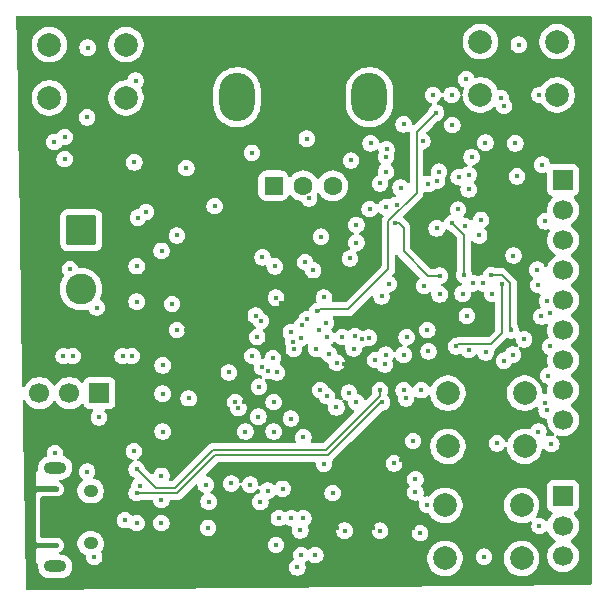
<source format=gbr>
%TF.GenerationSoftware,KiCad,Pcbnew,9.0.4*%
%TF.CreationDate,2025-09-30T19:15:50-07:00*%
%TF.ProjectId,LE_PSU_CAD,4c455f50-5355-45f4-9341-442e6b696361,rev?*%
%TF.SameCoordinates,Original*%
%TF.FileFunction,Copper,L4,Inr*%
%TF.FilePolarity,Positive*%
%FSLAX46Y46*%
G04 Gerber Fmt 4.6, Leading zero omitted, Abs format (unit mm)*
G04 Created by KiCad (PCBNEW 9.0.4) date 2025-09-30 19:15:50*
%MOMM*%
%LPD*%
G01*
G04 APERTURE LIST*
G04 Aperture macros list*
%AMRoundRect*
0 Rectangle with rounded corners*
0 $1 Rounding radius*
0 $2 $3 $4 $5 $6 $7 $8 $9 X,Y pos of 4 corners*
0 Add a 4 corners polygon primitive as box body*
4,1,4,$2,$3,$4,$5,$6,$7,$8,$9,$2,$3,0*
0 Add four circle primitives for the rounded corners*
1,1,$1+$1,$2,$3*
1,1,$1+$1,$4,$5*
1,1,$1+$1,$6,$7*
1,1,$1+$1,$8,$9*
0 Add four rect primitives between the rounded corners*
20,1,$1+$1,$2,$3,$4,$5,0*
20,1,$1+$1,$4,$5,$6,$7,0*
20,1,$1+$1,$6,$7,$8,$9,0*
20,1,$1+$1,$8,$9,$2,$3,0*%
G04 Aperture macros list end*
%TA.AperFunction,ComponentPad*%
%ADD10C,1.700000*%
%TD*%
%TA.AperFunction,ComponentPad*%
%ADD11R,1.700000X1.700000*%
%TD*%
%TA.AperFunction,ComponentPad*%
%ADD12C,2.000000*%
%TD*%
%TA.AperFunction,ComponentPad*%
%ADD13RoundRect,0.250000X-1.050000X1.050000X-1.050000X-1.050000X1.050000X-1.050000X1.050000X1.050000X0*%
%TD*%
%TA.AperFunction,ComponentPad*%
%ADD14C,2.600000*%
%TD*%
%TA.AperFunction,HeatsinkPad*%
%ADD15O,1.900000X1.000000*%
%TD*%
%TA.AperFunction,HeatsinkPad*%
%ADD16O,1.250000X1.050000*%
%TD*%
%TA.AperFunction,ComponentPad*%
%ADD17RoundRect,0.250000X0.550000X-0.550000X0.550000X0.550000X-0.550000X0.550000X-0.550000X-0.550000X0*%
%TD*%
%TA.AperFunction,ComponentPad*%
%ADD18C,1.600000*%
%TD*%
%TA.AperFunction,ComponentPad*%
%ADD19O,3.000000X4.100000*%
%TD*%
%TA.AperFunction,ViaPad*%
%ADD20C,0.400000*%
%TD*%
%TA.AperFunction,Conductor*%
%ADD21C,0.150000*%
%TD*%
%TA.AperFunction,Conductor*%
%ADD22C,0.200000*%
%TD*%
%TA.AperFunction,Conductor*%
%ADD23C,0.300000*%
%TD*%
G04 APERTURE END LIST*
D10*
%TO.N,/SCK*%
%TO.C,J3*%
X219500000Y-109030000D03*
D11*
%TO.N,GND*%
X219500000Y-88710000D03*
D10*
%TO.N,Vin*%
X219500000Y-91250000D03*
%TO.N,+3V3_Digital*%
X219500000Y-93790000D03*
%TO.N,/MCLK*%
X219500000Y-96330000D03*
%TO.N,/{slash}IRQ*%
X219500000Y-98870000D03*
%TO.N,/SDO*%
X219500000Y-101410000D03*
%TO.N,/SDI*%
X219500000Y-103950000D03*
%TO.N,/{slash}CS*%
X219500000Y-106490000D03*
%TD*%
D12*
%TO.N,GND*%
%TO.C,SW1*%
X176000000Y-77250000D03*
X182500000Y-77250000D03*
%TO.N,Net-(R16-Pad1)*%
X176000000Y-81750000D03*
X182500000Y-81750000D03*
%TD*%
D13*
%TO.N,/BATT*%
%TO.C,UB1*%
X178700000Y-92950000D03*
D14*
%TO.N,GND*%
X178700000Y-97950000D03*
%TD*%
D15*
%TO.N,GND*%
%TO.C,J1*%
X176500000Y-113075000D03*
D16*
X179500000Y-115025000D03*
X179500000Y-119475000D03*
D15*
X176500000Y-121425000D03*
%TD*%
D12*
%TO.N,GND*%
%TO.C,SW4*%
X216000000Y-120750000D03*
X209500000Y-120750000D03*
%TO.N,Net-(R24-Pad2)*%
X216000000Y-116250000D03*
X209500000Y-116250000D03*
%TD*%
%TO.N,GND*%
%TO.C,SW2*%
X212500000Y-77000000D03*
X219000000Y-77000000D03*
%TO.N,Net-(R19-Pad1)*%
X212500000Y-81500000D03*
X219000000Y-81500000D03*
%TD*%
D17*
%TO.N,Net-(R14-Pad1)*%
%TO.C,ENC1*%
X195000000Y-89200000D03*
D18*
%TO.N,Net-(R27-Pad1)*%
X200000000Y-89200000D03*
%TO.N,GND*%
X197500000Y-89200000D03*
D19*
%TO.N,N/C*%
X191900000Y-81700000D03*
X203100000Y-81700000D03*
%TD*%
D11*
%TO.N,SW_CLK*%
%TO.C,J2*%
X219500000Y-115460000D03*
D10*
%TO.N,GND*%
X219500000Y-118000000D03*
%TO.N,SWD*%
X219500000Y-120540000D03*
%TD*%
D11*
%TO.N,USB_PWR*%
%TO.C,BATT_USB_JMP1*%
X180250000Y-106750000D03*
D10*
%TO.N,Vin*%
X177710000Y-106750000D03*
%TO.N,/BATT*%
X175170000Y-106750000D03*
%TD*%
D12*
%TO.N,GND*%
%TO.C,SW3*%
X216250000Y-111250000D03*
X209750000Y-111250000D03*
%TO.N,Net-(R23-Pad2)*%
X216250000Y-106750000D03*
X209750000Y-106750000D03*
%TD*%
D20*
%TO.N,GND*%
X217660876Y-100260876D03*
%TO.N,+3V3_Digital*%
X214500000Y-82450000D03*
%TO.N,GND*%
X208800000Y-88800000D03*
X192000000Y-108000000D03*
X198600000Y-103000000D03*
%TO.N,+3V3_Digital*%
X208000000Y-101400000D03*
X206200000Y-107200000D03*
%TO.N,Net-(U4-VREG_AVDD)*%
X200308204Y-107950602D03*
%TO.N,/FB*%
X198520000Y-120450000D03*
X197250000Y-118375000D03*
%TO.N,GND*%
X185490000Y-117750000D03*
X207400000Y-118600000D03*
X215300000Y-95100000D03*
X212950000Y-103300000D03*
X177300000Y-86940000D03*
X218500000Y-111050000D03*
X217500000Y-118000000D03*
X199400000Y-100800000D03*
X179800000Y-120600000D03*
X183160231Y-111660207D03*
X205750000Y-89350000D03*
X186800000Y-101400000D03*
X204000000Y-118400000D03*
X191754031Y-107508063D03*
X185490000Y-113750000D03*
X185500000Y-94700000D03*
X189500000Y-115936551D03*
X190000000Y-90900000D03*
X211850000Y-97450000D03*
X204550000Y-86100000D03*
X200800000Y-102000000D03*
X197660589Y-95660589D03*
X194000000Y-104550000D03*
X210650000Y-88450000D03*
X198000000Y-90250000D03*
X204126288Y-98549904D03*
X184200000Y-91400000D03*
X212800000Y-120600000D03*
X207750000Y-97650000D03*
X185490000Y-115800000D03*
X195184835Y-98660069D03*
X197800000Y-85200000D03*
X198800000Y-101400000D03*
X217954204Y-107554204D03*
X211350000Y-100200000D03*
X176425000Y-85475000D03*
X197000000Y-121500000D03*
X199489266Y-102019558D03*
X208500000Y-81500000D03*
X191200000Y-105000000D03*
X208789914Y-92789914D03*
X180000000Y-99500000D03*
X212550000Y-92075000D03*
X195430000Y-117335000D03*
X176473351Y-111822480D03*
X201450000Y-95350000D03*
X186400000Y-99200000D03*
X177200000Y-103600000D03*
X214500000Y-104000000D03*
X219250000Y-88250000D03*
X187800000Y-107200000D03*
X197350000Y-102050000D03*
X194050000Y-95250000D03*
X217300000Y-96300000D03*
X186800000Y-93400000D03*
X215750000Y-77250000D03*
X193864427Y-115952429D03*
X179250000Y-77500000D03*
X197500000Y-117335000D03*
X216200000Y-102200000D03*
X187600000Y-87700000D03*
X182200000Y-103600000D03*
X200000000Y-115200000D03*
X179200000Y-113400000D03*
X207000000Y-114040000D03*
X211301208Y-80179267D03*
X204500000Y-91000000D03*
X202000000Y-107500000D03*
X182400000Y-117500000D03*
X206000000Y-103500000D03*
X207500000Y-106500000D03*
X183650000Y-114600000D03*
X201000000Y-118400000D03*
X199688854Y-103445700D03*
X208105000Y-103215000D03*
X201879000Y-101911289D03*
X195000000Y-107500000D03*
X202000000Y-94000000D03*
X177750000Y-96250000D03*
X196500000Y-117335000D03*
X193700000Y-108750000D03*
X207000000Y-115152979D03*
X193482287Y-100183795D03*
X183300000Y-80300000D03*
X195200000Y-119600000D03*
X213900000Y-111000000D03*
X212700000Y-97450000D03*
X195096472Y-96018224D03*
X199000000Y-93500000D03*
%TO.N,Vin*%
X217725000Y-87400000D03*
X195750000Y-114850000D03*
%TO.N,+3V3_Digital*%
X211500000Y-103075000D03*
X206000000Y-106500000D03*
X208100000Y-89050000D03*
X209000000Y-88000000D03*
X194500000Y-115000000D03*
X193150000Y-86400000D03*
X195000000Y-110000000D03*
X212925000Y-85540000D03*
X183400000Y-99000000D03*
X198954214Y-106487975D03*
X183000000Y-103600000D03*
X204000000Y-89000000D03*
X206800000Y-110800000D03*
X211200000Y-92600000D03*
X197335000Y-120450000D03*
X199500000Y-107000000D03*
X199250000Y-112750000D03*
X217400000Y-97600000D03*
X189250000Y-114500000D03*
X215450000Y-85600000D03*
X193750000Y-106200000D03*
X193600000Y-102000000D03*
X196450000Y-108900000D03*
X213500000Y-98325000D03*
X183200000Y-87200000D03*
X210600000Y-91200000D03*
X183400000Y-96000000D03*
X218000000Y-92200000D03*
X212400000Y-93400000D03*
X215250000Y-103500000D03*
X193000000Y-114500000D03*
X191400000Y-114400000D03*
X205400000Y-90800000D03*
X206250000Y-102000000D03*
X201368258Y-106712585D03*
X202000000Y-92500000D03*
X215600000Y-88400000D03*
X178000000Y-103600000D03*
X203200000Y-85600000D03*
X201550000Y-87050000D03*
X206000000Y-84000000D03*
X198339411Y-96339411D03*
X185600000Y-104400000D03*
X189450000Y-118150000D03*
X185600000Y-106800000D03*
X210120000Y-84050000D03*
X185600000Y-110000000D03*
X211000000Y-98325000D03*
X193934835Y-100636343D03*
X179200000Y-83400000D03*
X192600000Y-110000000D03*
X209050000Y-98387500D03*
X207600000Y-85400000D03*
%TO.N,/QSPI_SD1*%
X204500000Y-86750000D03*
X204400000Y-104324101D03*
%TO.N,/QSPI_SD3*%
X201760906Y-102973533D03*
X211750000Y-86750000D03*
%TO.N,/QSPI_SCLK*%
X202458852Y-102150000D03*
X211500000Y-88250000D03*
%TO.N,/QSPI_SD0*%
X203050000Y-102050000D03*
X211500000Y-89500000D03*
%TO.N,/QSPI_SD2*%
X204500000Y-88000000D03*
X203587730Y-103957278D03*
%TO.N,/BTN1*%
X199250000Y-98650000D03*
X183500000Y-91900000D03*
X177300000Y-85065000D03*
%TO.N,/BTN0*%
X210064682Y-81494737D03*
X208750000Y-83000000D03*
X198700000Y-99800000D03*
%TO.N,Net-(U4-VREG_AVDD)*%
X197500000Y-110500000D03*
%TO.N,+1V1*%
X203400000Y-118200000D03*
X176850000Y-101600000D03*
X213000000Y-114400000D03*
X210200000Y-114200000D03*
X195637383Y-99112617D03*
X185200000Y-120800000D03*
X204400000Y-112150000D03*
X219200000Y-112400000D03*
X207550000Y-93800000D03*
X192500000Y-107500000D03*
X206800000Y-118200000D03*
X200400000Y-118200000D03*
X206200000Y-96800000D03*
X203250000Y-112150000D03*
X200951618Y-104278438D03*
X181200000Y-110000000D03*
X207200000Y-98800000D03*
X205800000Y-112400000D03*
X216300000Y-103200000D03*
X187600000Y-101400000D03*
X209100000Y-103600000D03*
X184700000Y-85000000D03*
X212800000Y-100800000D03*
X191150000Y-108100000D03*
X200300000Y-112650000D03*
X196400000Y-93600000D03*
X197400000Y-81000000D03*
X196590244Y-105705649D03*
X187550000Y-118500000D03*
X208200000Y-79400000D03*
X212200000Y-99600000D03*
X203447466Y-99228726D03*
X187800000Y-108000000D03*
X196585876Y-95414124D03*
X216400000Y-99600000D03*
X202100000Y-112150000D03*
%TO.N,Net-(D1-K)*%
X210450000Y-102790000D03*
X214340000Y-97500000D03*
%TO.N,Net-(D2-K)*%
X213400000Y-96750000D03*
X215100000Y-101440000D03*
%TO.N,Net-(D3-K)*%
X210100000Y-92350000D03*
X211100000Y-96750000D03*
%TO.N,Net-(D4-K)*%
X205250000Y-92360000D03*
X209050000Y-96812500D03*
%TO.N,USB_PWR*%
X183390000Y-117750000D03*
X180200000Y-108800000D03*
%TO.N,/USB_D+*%
X183400000Y-113200000D03*
X204000000Y-106500000D03*
%TO.N,/USB_D-*%
X183400000Y-115200000D03*
X204182106Y-107525000D03*
%TO.N,SW_CLK*%
X197800000Y-100502233D03*
%TO.N,SWD*%
X197400000Y-101000000D03*
%TO.N,/MCLK*%
X218125000Y-98925000D03*
X196445390Y-101561355D03*
%TO.N,/{slash}CS*%
X195250000Y-105000000D03*
X218114197Y-108204886D03*
%TO.N,/SDO*%
X218400000Y-102800000D03*
X196700000Y-103000000D03*
%TO.N,/SDI*%
X218221373Y-105257713D03*
X194926397Y-103773603D03*
%TO.N,/{slash}IRQ*%
X196650000Y-102400000D03*
X218400000Y-100000000D03*
%TO.N,/SCK*%
X217400000Y-110000000D03*
X194550000Y-104850000D03*
%TO.N,Net-(R19-Pad1)*%
X214250000Y-81750000D03*
X217500000Y-81500000D03*
%TO.N,/QSPI_SS*%
X204500000Y-103500000D03*
X204750000Y-97500000D03*
%TO.N,Net-(R24-Pad2)*%
X193200000Y-103600000D03*
X208000000Y-116200000D03*
%TO.N,Net-(R27-Pad1)*%
X203119540Y-91160000D03*
%TO.N,Net-(U4-VREG_LX)*%
X200320325Y-104169605D03*
X205200000Y-112700000D03*
%TD*%
D21*
%TO.N,/BTN0*%
X207100000Y-89823063D02*
X207100000Y-84650000D01*
X198700000Y-99800000D02*
X198804466Y-99800000D01*
X204711416Y-92211647D02*
X207100000Y-89823063D01*
X198954466Y-99650000D02*
X201300000Y-99650000D01*
X198804466Y-99800000D02*
X198954466Y-99650000D01*
X201300000Y-99650000D02*
X204711416Y-96238584D01*
X204711416Y-96238584D02*
X204711416Y-92211647D01*
X207100000Y-84650000D02*
X208750000Y-83000000D01*
%TO.N,Net-(D1-K)*%
X210640000Y-102600000D02*
X213400000Y-102600000D01*
X214340000Y-101660000D02*
X214340000Y-97500000D01*
X210450000Y-102790000D02*
X210640000Y-102600000D01*
X213400000Y-102600000D02*
X214340000Y-101660000D01*
%TO.N,Net-(D2-K)*%
X215100000Y-101250000D02*
X215000000Y-101150000D01*
X215000000Y-101150000D02*
X215000000Y-97423500D01*
X215000000Y-97423500D02*
X214326500Y-96750000D01*
X215100000Y-101440000D02*
X215100000Y-101250000D01*
X214326500Y-96750000D02*
X213400000Y-96750000D01*
%TO.N,Net-(D3-K)*%
X211100000Y-93350000D02*
X210100000Y-92350000D01*
X211100000Y-96750000D02*
X211100000Y-93350000D01*
%TO.N,Net-(D4-K)*%
X209050000Y-96812500D02*
X208062500Y-96812500D01*
X208062500Y-96812500D02*
X206000000Y-94750000D01*
X206000000Y-92750000D02*
X205610000Y-92360000D01*
X205610000Y-92360000D02*
X205250000Y-92360000D01*
X206000000Y-94750000D02*
X206000000Y-92750000D01*
D22*
%TO.N,/USB_D+*%
X186633900Y-114799000D02*
X189833900Y-111599000D01*
X204000000Y-107000000D02*
X204000000Y-106500000D01*
X183400000Y-113200000D02*
X184999000Y-114799000D01*
X199401000Y-111599000D02*
X204000000Y-107000000D01*
X184999000Y-114799000D02*
X186633900Y-114799000D01*
X189833900Y-111599000D02*
X199401000Y-111599000D01*
%TO.N,/USB_D-*%
X204182106Y-107525000D02*
X204042100Y-107525000D01*
X204042100Y-107525000D02*
X199567100Y-112000000D01*
X186800000Y-115200000D02*
X183400000Y-115200000D01*
X199567100Y-112000000D02*
X190000000Y-112000000D01*
X190000000Y-112000000D02*
X186800000Y-115200000D01*
D21*
%TO.N,Net-(R24-Pad2)*%
X207950000Y-116250000D02*
X208000000Y-116200000D01*
D23*
%TO.N,Net-(U4-VREG_LX)*%
X200320768Y-104212076D02*
X200320325Y-104211633D01*
X200320325Y-104211633D02*
X200320325Y-104169605D01*
%TD*%
%TA.AperFunction,Conductor*%
%TO.N,+1V1*%
G36*
X221867765Y-74819685D02*
G01*
X221913520Y-74872489D01*
X221924726Y-74924000D01*
X221924726Y-122875988D01*
X221905041Y-122943027D01*
X221852237Y-122988782D01*
X221801764Y-122999984D01*
X174122996Y-123398970D01*
X174055794Y-123379847D01*
X174009599Y-123327428D01*
X173997975Y-123277017D01*
X173836380Y-113460116D01*
X174849500Y-113460116D01*
X174849500Y-114489883D01*
X174871444Y-114542859D01*
X174880024Y-114563574D01*
X174936426Y-114619976D01*
X175010118Y-114650500D01*
X176585118Y-114650500D01*
X176612789Y-114650500D01*
X176636971Y-114652881D01*
X176686724Y-114662777D01*
X176731418Y-114681291D01*
X176763236Y-114702551D01*
X176797448Y-114736763D01*
X176818708Y-114768581D01*
X176837223Y-114813280D01*
X176844688Y-114850809D01*
X176844688Y-114859144D01*
X176846578Y-114863948D01*
X176844688Y-114899192D01*
X176837223Y-114936720D01*
X176818708Y-114981418D01*
X176797448Y-115013236D01*
X176763236Y-115047448D01*
X176731418Y-115068708D01*
X176686720Y-115087223D01*
X176668679Y-115090811D01*
X176636979Y-115097117D01*
X176612789Y-115099500D01*
X175010116Y-115099500D01*
X174936425Y-115130024D01*
X174880024Y-115186425D01*
X174849500Y-115260116D01*
X174849500Y-119239883D01*
X174861975Y-119270000D01*
X174880024Y-119313574D01*
X174936426Y-119369976D01*
X175010118Y-119400500D01*
X176585118Y-119400500D01*
X176612789Y-119400500D01*
X176636971Y-119402881D01*
X176686724Y-119412777D01*
X176731418Y-119431291D01*
X176763236Y-119452551D01*
X176797448Y-119486763D01*
X176818708Y-119518581D01*
X176837223Y-119563280D01*
X176844688Y-119600809D01*
X176844688Y-119609144D01*
X176846578Y-119613948D01*
X176844688Y-119649192D01*
X176837223Y-119686720D01*
X176818708Y-119731418D01*
X176797448Y-119763236D01*
X176763236Y-119797448D01*
X176731418Y-119818708D01*
X176686719Y-119837223D01*
X176636979Y-119847117D01*
X176612789Y-119849500D01*
X175010116Y-119849500D01*
X174936425Y-119880024D01*
X174880024Y-119936425D01*
X174849500Y-120010116D01*
X174849500Y-121039883D01*
X174862296Y-121070775D01*
X174880024Y-121113574D01*
X174936426Y-121169976D01*
X174968695Y-121183342D01*
X174975631Y-121186215D01*
X175030035Y-121230056D01*
X175052100Y-121296350D01*
X175049797Y-121324965D01*
X175049500Y-121326459D01*
X175049500Y-121523541D01*
X175049500Y-121523543D01*
X175049499Y-121523543D01*
X175087947Y-121716829D01*
X175087950Y-121716839D01*
X175163364Y-121898907D01*
X175163371Y-121898920D01*
X175272860Y-122062781D01*
X175272863Y-122062785D01*
X175412214Y-122202136D01*
X175412218Y-122202139D01*
X175576079Y-122311628D01*
X175576092Y-122311635D01*
X175758160Y-122387049D01*
X175758165Y-122387051D01*
X175758169Y-122387051D01*
X175758170Y-122387052D01*
X175951456Y-122425500D01*
X175951459Y-122425500D01*
X177048543Y-122425500D01*
X177178582Y-122399632D01*
X177241835Y-122387051D01*
X177423914Y-122311632D01*
X177587782Y-122202139D01*
X177727139Y-122062782D01*
X177836632Y-121898914D01*
X177912051Y-121716835D01*
X177941459Y-121568995D01*
X196299499Y-121568995D01*
X196326418Y-121704322D01*
X196326421Y-121704332D01*
X196379221Y-121831804D01*
X196379228Y-121831817D01*
X196455885Y-121946541D01*
X196455888Y-121946545D01*
X196553454Y-122044111D01*
X196553458Y-122044114D01*
X196668182Y-122120771D01*
X196668195Y-122120778D01*
X196795667Y-122173578D01*
X196795672Y-122173580D01*
X196795676Y-122173580D01*
X196795677Y-122173581D01*
X196931004Y-122200500D01*
X196931007Y-122200500D01*
X197068995Y-122200500D01*
X197160041Y-122182389D01*
X197204328Y-122173580D01*
X197331811Y-122120775D01*
X197446542Y-122044114D01*
X197544114Y-121946542D01*
X197620775Y-121831811D01*
X197673580Y-121704328D01*
X197700500Y-121568993D01*
X197700500Y-121431007D01*
X197700500Y-121431004D01*
X197673581Y-121295677D01*
X197673580Y-121295676D01*
X197673580Y-121295672D01*
X197638093Y-121210000D01*
X197635227Y-121183342D01*
X197628765Y-121157316D01*
X197631549Y-121149129D01*
X197630625Y-121140533D01*
X197642628Y-121116553D01*
X197651262Y-121091167D01*
X197659226Y-121083394D01*
X197661900Y-121078053D01*
X197675480Y-121065493D01*
X197679499Y-121062296D01*
X197781542Y-120994114D01*
X197844798Y-120930857D01*
X197850325Y-120926463D01*
X197876418Y-120915853D01*
X197901142Y-120902353D01*
X197908352Y-120902868D01*
X197915048Y-120900146D01*
X197942734Y-120905327D01*
X197970834Y-120907337D01*
X197977966Y-120911921D01*
X197983726Y-120912999D01*
X197992453Y-120921231D01*
X198015181Y-120935838D01*
X198073454Y-120994111D01*
X198073458Y-120994114D01*
X198188182Y-121070771D01*
X198188195Y-121070778D01*
X198262047Y-121101368D01*
X198315672Y-121123580D01*
X198315676Y-121123580D01*
X198315677Y-121123581D01*
X198451004Y-121150500D01*
X198451007Y-121150500D01*
X198588995Y-121150500D01*
X198680041Y-121132389D01*
X198724328Y-121123580D01*
X198851811Y-121070775D01*
X198966542Y-120994114D01*
X199064114Y-120896542D01*
X199140775Y-120781811D01*
X199193580Y-120654328D01*
X199198041Y-120631902D01*
X207999500Y-120631902D01*
X207999500Y-120868097D01*
X208036446Y-121101364D01*
X208036446Y-121101368D01*
X208109433Y-121325996D01*
X208210088Y-121523541D01*
X208216657Y-121536433D01*
X208355483Y-121727510D01*
X208522490Y-121894517D01*
X208713567Y-122033343D01*
X208812991Y-122084002D01*
X208924003Y-122140566D01*
X208924005Y-122140566D01*
X208924008Y-122140568D01*
X209025602Y-122173578D01*
X209148631Y-122213553D01*
X209381903Y-122250500D01*
X209381908Y-122250500D01*
X209618097Y-122250500D01*
X209851368Y-122213553D01*
X210075992Y-122140568D01*
X210286433Y-122033343D01*
X210477510Y-121894517D01*
X210644517Y-121727510D01*
X210783343Y-121536433D01*
X210890568Y-121325992D01*
X210963553Y-121101368D01*
X210968398Y-121070778D01*
X211000500Y-120868097D01*
X211000500Y-120668995D01*
X212099499Y-120668995D01*
X212126418Y-120804322D01*
X212126421Y-120804332D01*
X212179221Y-120931804D01*
X212179228Y-120931817D01*
X212255885Y-121046541D01*
X212255888Y-121046545D01*
X212353454Y-121144111D01*
X212353458Y-121144114D01*
X212468182Y-121220771D01*
X212468195Y-121220778D01*
X212595667Y-121273578D01*
X212595672Y-121273580D01*
X212595676Y-121273580D01*
X212595677Y-121273581D01*
X212731004Y-121300500D01*
X212731007Y-121300500D01*
X212868995Y-121300500D01*
X212960041Y-121282389D01*
X213004328Y-121273580D01*
X213131811Y-121220775D01*
X213246542Y-121144114D01*
X213344114Y-121046542D01*
X213420775Y-120931811D01*
X213473580Y-120804328D01*
X213500500Y-120668993D01*
X213500500Y-120631902D01*
X214499500Y-120631902D01*
X214499500Y-120868097D01*
X214536446Y-121101364D01*
X214536446Y-121101368D01*
X214609433Y-121325996D01*
X214710088Y-121523541D01*
X214716657Y-121536433D01*
X214855483Y-121727510D01*
X215022490Y-121894517D01*
X215213567Y-122033343D01*
X215312991Y-122084002D01*
X215424003Y-122140566D01*
X215424005Y-122140566D01*
X215424008Y-122140568D01*
X215525602Y-122173578D01*
X215648631Y-122213553D01*
X215881903Y-122250500D01*
X215881908Y-122250500D01*
X216118097Y-122250500D01*
X216351368Y-122213553D01*
X216575992Y-122140568D01*
X216786433Y-122033343D01*
X216977510Y-121894517D01*
X217144517Y-121727510D01*
X217283343Y-121536433D01*
X217390568Y-121325992D01*
X217463553Y-121101368D01*
X217468398Y-121070778D01*
X217500500Y-120868097D01*
X217500500Y-120631902D01*
X217463553Y-120398631D01*
X217406732Y-120223757D01*
X217390568Y-120174008D01*
X217390566Y-120174005D01*
X217390566Y-120174003D01*
X217312906Y-120021588D01*
X217283343Y-119963567D01*
X217144517Y-119772490D01*
X216977510Y-119605483D01*
X216786433Y-119466657D01*
X216785644Y-119466255D01*
X216575996Y-119359433D01*
X216351368Y-119286446D01*
X216118097Y-119249500D01*
X216118092Y-119249500D01*
X215881908Y-119249500D01*
X215881903Y-119249500D01*
X215648631Y-119286446D01*
X215424003Y-119359433D01*
X215213566Y-119466657D01*
X215142100Y-119518581D01*
X215022490Y-119605483D01*
X215022488Y-119605485D01*
X215022487Y-119605485D01*
X214855485Y-119772487D01*
X214855485Y-119772488D01*
X214855483Y-119772490D01*
X214814260Y-119829228D01*
X214716657Y-119963566D01*
X214609433Y-120174003D01*
X214536446Y-120398631D01*
X214499500Y-120631902D01*
X213500500Y-120631902D01*
X213500500Y-120531007D01*
X213500500Y-120531004D01*
X213473581Y-120395677D01*
X213473580Y-120395676D01*
X213473580Y-120395672D01*
X213426849Y-120282853D01*
X213420778Y-120268195D01*
X213420771Y-120268182D01*
X213344114Y-120153458D01*
X213344111Y-120153454D01*
X213246545Y-120055888D01*
X213246541Y-120055885D01*
X213131817Y-119979228D01*
X213131804Y-119979221D01*
X213004332Y-119926421D01*
X213004322Y-119926418D01*
X212868995Y-119899500D01*
X212868993Y-119899500D01*
X212731007Y-119899500D01*
X212731005Y-119899500D01*
X212595677Y-119926418D01*
X212595667Y-119926421D01*
X212468195Y-119979221D01*
X212468182Y-119979228D01*
X212353458Y-120055885D01*
X212353454Y-120055888D01*
X212255888Y-120153454D01*
X212255885Y-120153458D01*
X212179228Y-120268182D01*
X212179221Y-120268195D01*
X212126421Y-120395667D01*
X212126418Y-120395677D01*
X212099500Y-120531004D01*
X212099500Y-120531007D01*
X212099500Y-120668993D01*
X212099500Y-120668995D01*
X212099499Y-120668995D01*
X211000500Y-120668995D01*
X211000500Y-120631902D01*
X210986627Y-120544313D01*
X210963553Y-120398631D01*
X210906732Y-120223757D01*
X210890568Y-120174008D01*
X210890566Y-120174005D01*
X210890566Y-120174003D01*
X210812906Y-120021588D01*
X210783343Y-119963567D01*
X210644517Y-119772490D01*
X210477510Y-119605483D01*
X210286433Y-119466657D01*
X210285644Y-119466255D01*
X210075996Y-119359433D01*
X209851368Y-119286446D01*
X209618097Y-119249500D01*
X209618092Y-119249500D01*
X209381908Y-119249500D01*
X209381903Y-119249500D01*
X209148631Y-119286446D01*
X208924003Y-119359433D01*
X208713566Y-119466657D01*
X208642100Y-119518581D01*
X208522490Y-119605483D01*
X208522488Y-119605485D01*
X208522487Y-119605485D01*
X208355485Y-119772487D01*
X208355485Y-119772488D01*
X208355483Y-119772490D01*
X208314260Y-119829228D01*
X208216657Y-119963566D01*
X208109433Y-120174003D01*
X208036446Y-120398631D01*
X207999500Y-120631902D01*
X199198041Y-120631902D01*
X199216531Y-120538948D01*
X199220500Y-120518995D01*
X199220500Y-120381004D01*
X199193581Y-120245677D01*
X199193580Y-120245676D01*
X199193580Y-120245672D01*
X199183269Y-120220778D01*
X199140778Y-120118195D01*
X199140771Y-120118182D01*
X199064114Y-120003458D01*
X199064111Y-120003454D01*
X198966545Y-119905888D01*
X198966541Y-119905885D01*
X198851817Y-119829228D01*
X198851804Y-119829221D01*
X198724332Y-119776421D01*
X198724322Y-119776418D01*
X198588995Y-119749500D01*
X198588993Y-119749500D01*
X198451007Y-119749500D01*
X198451005Y-119749500D01*
X198315677Y-119776418D01*
X198315667Y-119776421D01*
X198188195Y-119829221D01*
X198188182Y-119829228D01*
X198073458Y-119905885D01*
X198073454Y-119905888D01*
X198015181Y-119964162D01*
X197953858Y-119997647D01*
X197884166Y-119992663D01*
X197839819Y-119964162D01*
X197781545Y-119905888D01*
X197781541Y-119905885D01*
X197666817Y-119829228D01*
X197666804Y-119829221D01*
X197539332Y-119776421D01*
X197539322Y-119776418D01*
X197403995Y-119749500D01*
X197403993Y-119749500D01*
X197266007Y-119749500D01*
X197266005Y-119749500D01*
X197130677Y-119776418D01*
X197130667Y-119776421D01*
X197003195Y-119829221D01*
X197003182Y-119829228D01*
X196888458Y-119905885D01*
X196888454Y-119905888D01*
X196790888Y-120003454D01*
X196790885Y-120003458D01*
X196714228Y-120118182D01*
X196714221Y-120118195D01*
X196661421Y-120245667D01*
X196661418Y-120245677D01*
X196634500Y-120381004D01*
X196634500Y-120381007D01*
X196634500Y-120518993D01*
X196634500Y-120518995D01*
X196634499Y-120518995D01*
X196661418Y-120654322D01*
X196661421Y-120654332D01*
X196696905Y-120739998D01*
X196704374Y-120809467D01*
X196673099Y-120871946D01*
X196651236Y-120890552D01*
X196553454Y-120955888D01*
X196455888Y-121053454D01*
X196455885Y-121053458D01*
X196379228Y-121168182D01*
X196379221Y-121168195D01*
X196326421Y-121295667D01*
X196326418Y-121295677D01*
X196299500Y-121431004D01*
X196299500Y-121431007D01*
X196299500Y-121568993D01*
X196299500Y-121568995D01*
X196299499Y-121568995D01*
X177941459Y-121568995D01*
X177950500Y-121523541D01*
X177950500Y-121326459D01*
X177950500Y-121326456D01*
X177912052Y-121133170D01*
X177912051Y-121133169D01*
X177912051Y-121133165D01*
X177901141Y-121106826D01*
X177836635Y-120951092D01*
X177836628Y-120951079D01*
X177727139Y-120787218D01*
X177727136Y-120787214D01*
X177587785Y-120647863D01*
X177587781Y-120647860D01*
X177423920Y-120538371D01*
X177423907Y-120538364D01*
X177241839Y-120462950D01*
X177241829Y-120462947D01*
X177048543Y-120424500D01*
X177048541Y-120424500D01*
X176950729Y-120424500D01*
X176883690Y-120404815D01*
X176837935Y-120352011D01*
X176827991Y-120282853D01*
X176857016Y-120219297D01*
X176893102Y-120190704D01*
X176982934Y-120143557D01*
X177096632Y-120042830D01*
X177182921Y-119917819D01*
X177236785Y-119775791D01*
X177255094Y-119625000D01*
X177236785Y-119474209D01*
X177198778Y-119373992D01*
X178374500Y-119373992D01*
X178374500Y-119576007D01*
X178413907Y-119774119D01*
X178413909Y-119774127D01*
X178491212Y-119960752D01*
X178491217Y-119960762D01*
X178603441Y-120128718D01*
X178746281Y-120271558D01*
X178914237Y-120383782D01*
X178914250Y-120383789D01*
X178950085Y-120398632D01*
X179022953Y-120428815D01*
X179077356Y-120472654D01*
X179099421Y-120538948D01*
X179099500Y-120543375D01*
X179099500Y-120668993D01*
X179099500Y-120668995D01*
X179099499Y-120668995D01*
X179126418Y-120804322D01*
X179126421Y-120804332D01*
X179179221Y-120931804D01*
X179179228Y-120931817D01*
X179255885Y-121046541D01*
X179255888Y-121046545D01*
X179353454Y-121144111D01*
X179353458Y-121144114D01*
X179468182Y-121220771D01*
X179468195Y-121220778D01*
X179595667Y-121273578D01*
X179595672Y-121273580D01*
X179595676Y-121273580D01*
X179595677Y-121273581D01*
X179731004Y-121300500D01*
X179731007Y-121300500D01*
X179868995Y-121300500D01*
X179960041Y-121282389D01*
X180004328Y-121273580D01*
X180131811Y-121220775D01*
X180246542Y-121144114D01*
X180344114Y-121046542D01*
X180420775Y-120931811D01*
X180473580Y-120804328D01*
X180500500Y-120668993D01*
X180500500Y-120531007D01*
X180500500Y-120531004D01*
X180473581Y-120395677D01*
X180473580Y-120395676D01*
X180473580Y-120395672D01*
X180426849Y-120282853D01*
X180420777Y-120268193D01*
X180420776Y-120268191D01*
X180408102Y-120249223D01*
X180387224Y-120182545D01*
X180405709Y-120115165D01*
X180408102Y-120111441D01*
X180445223Y-120055886D01*
X180508786Y-119960756D01*
X180586091Y-119774127D01*
X180607003Y-119668995D01*
X194499499Y-119668995D01*
X194526418Y-119804322D01*
X194526421Y-119804332D01*
X194579221Y-119931804D01*
X194579228Y-119931817D01*
X194655885Y-120046541D01*
X194655888Y-120046545D01*
X194753454Y-120144111D01*
X194753458Y-120144114D01*
X194868182Y-120220771D01*
X194868195Y-120220778D01*
X194990790Y-120271558D01*
X194995672Y-120273580D01*
X194995676Y-120273580D01*
X194995677Y-120273581D01*
X195131004Y-120300500D01*
X195131007Y-120300500D01*
X195268995Y-120300500D01*
X195360041Y-120282389D01*
X195404328Y-120273580D01*
X195531811Y-120220775D01*
X195646542Y-120144114D01*
X195744114Y-120046542D01*
X195820775Y-119931811D01*
X195873580Y-119804328D01*
X195900500Y-119668993D01*
X195900500Y-119531007D01*
X195900500Y-119531004D01*
X195873581Y-119395677D01*
X195873580Y-119395676D01*
X195873580Y-119395672D01*
X195869139Y-119384951D01*
X195820778Y-119268195D01*
X195820771Y-119268182D01*
X195744114Y-119153458D01*
X195744111Y-119153454D01*
X195646545Y-119055888D01*
X195646541Y-119055885D01*
X195531817Y-118979228D01*
X195531804Y-118979221D01*
X195404332Y-118926421D01*
X195404322Y-118926418D01*
X195268995Y-118899500D01*
X195268993Y-118899500D01*
X195131007Y-118899500D01*
X195131005Y-118899500D01*
X194995677Y-118926418D01*
X194995667Y-118926421D01*
X194868195Y-118979221D01*
X194868182Y-118979228D01*
X194753458Y-119055885D01*
X194753454Y-119055888D01*
X194655888Y-119153454D01*
X194655885Y-119153458D01*
X194579228Y-119268182D01*
X194579221Y-119268195D01*
X194526421Y-119395667D01*
X194526418Y-119395677D01*
X194499500Y-119531004D01*
X194499500Y-119531007D01*
X194499500Y-119668993D01*
X194499500Y-119668995D01*
X194499499Y-119668995D01*
X180607003Y-119668995D01*
X180625500Y-119576003D01*
X180625500Y-119373997D01*
X180586091Y-119175873D01*
X180508786Y-118989244D01*
X180508784Y-118989241D01*
X180508782Y-118989237D01*
X180396558Y-118821281D01*
X180253718Y-118678441D01*
X180085762Y-118566217D01*
X180085752Y-118566212D01*
X179899127Y-118488909D01*
X179899119Y-118488907D01*
X179701007Y-118449500D01*
X179701003Y-118449500D01*
X179298997Y-118449500D01*
X179298992Y-118449500D01*
X179100880Y-118488907D01*
X179100872Y-118488909D01*
X178914247Y-118566212D01*
X178914237Y-118566217D01*
X178746281Y-118678441D01*
X178603441Y-118821281D01*
X178491217Y-118989237D01*
X178491212Y-118989247D01*
X178413909Y-119175872D01*
X178413907Y-119175880D01*
X178374500Y-119373992D01*
X177198778Y-119373992D01*
X177182921Y-119332181D01*
X177096632Y-119207170D01*
X176982934Y-119106443D01*
X176848434Y-119035852D01*
X176848433Y-119035851D01*
X176848432Y-119035851D01*
X176700950Y-118999500D01*
X176700949Y-118999500D01*
X176664882Y-118999500D01*
X175374500Y-118999500D01*
X175307461Y-118979815D01*
X175261706Y-118927011D01*
X175250500Y-118875500D01*
X175250500Y-117568995D01*
X181699499Y-117568995D01*
X181726418Y-117704322D01*
X181726421Y-117704332D01*
X181779221Y-117831804D01*
X181779228Y-117831817D01*
X181855885Y-117946541D01*
X181855888Y-117946545D01*
X181953454Y-118044111D01*
X181953458Y-118044114D01*
X182068182Y-118120771D01*
X182068195Y-118120778D01*
X182195667Y-118173578D01*
X182195672Y-118173580D01*
X182195676Y-118173580D01*
X182195677Y-118173581D01*
X182331004Y-118200500D01*
X182331007Y-118200500D01*
X182468995Y-118200500D01*
X182560041Y-118182389D01*
X182604328Y-118173580D01*
X182687488Y-118139133D01*
X182756956Y-118131665D01*
X182819436Y-118162940D01*
X182838041Y-118184802D01*
X182845886Y-118196543D01*
X182943454Y-118294111D01*
X182943458Y-118294114D01*
X183058182Y-118370771D01*
X183058195Y-118370778D01*
X183185667Y-118423578D01*
X183185672Y-118423580D01*
X183185676Y-118423580D01*
X183185677Y-118423581D01*
X183321004Y-118450500D01*
X183321007Y-118450500D01*
X183458995Y-118450500D01*
X183550041Y-118432389D01*
X183594328Y-118423580D01*
X183721811Y-118370775D01*
X183836542Y-118294114D01*
X183934114Y-118196542D01*
X184010775Y-118081811D01*
X184063580Y-117954328D01*
X184078794Y-117877843D01*
X184090500Y-117818995D01*
X184789499Y-117818995D01*
X184816418Y-117954322D01*
X184816421Y-117954332D01*
X184869221Y-118081804D01*
X184869228Y-118081817D01*
X184945885Y-118196541D01*
X184945888Y-118196545D01*
X185043454Y-118294111D01*
X185043458Y-118294114D01*
X185158182Y-118370771D01*
X185158195Y-118370778D01*
X185285667Y-118423578D01*
X185285672Y-118423580D01*
X185285676Y-118423580D01*
X185285677Y-118423581D01*
X185421004Y-118450500D01*
X185421007Y-118450500D01*
X185558995Y-118450500D01*
X185650041Y-118432389D01*
X185694328Y-118423580D01*
X185821811Y-118370775D01*
X185936542Y-118294114D01*
X186011661Y-118218995D01*
X188749499Y-118218995D01*
X188776418Y-118354322D01*
X188776421Y-118354332D01*
X188829221Y-118481804D01*
X188829228Y-118481817D01*
X188905885Y-118596541D01*
X188905888Y-118596545D01*
X189003454Y-118694111D01*
X189003458Y-118694114D01*
X189118182Y-118770771D01*
X189118195Y-118770778D01*
X189240124Y-118821282D01*
X189245672Y-118823580D01*
X189245676Y-118823580D01*
X189245677Y-118823581D01*
X189381004Y-118850500D01*
X189381007Y-118850500D01*
X189518995Y-118850500D01*
X189610041Y-118832389D01*
X189654328Y-118823580D01*
X189781811Y-118770775D01*
X189896542Y-118694114D01*
X189994114Y-118596542D01*
X190070775Y-118481811D01*
X190123580Y-118354328D01*
X190140716Y-118268182D01*
X190150500Y-118218995D01*
X190150500Y-118081004D01*
X190123581Y-117945677D01*
X190123580Y-117945676D01*
X190123580Y-117945672D01*
X190096010Y-117879111D01*
X190070778Y-117818195D01*
X190070771Y-117818182D01*
X189994114Y-117703458D01*
X189994111Y-117703454D01*
X189896545Y-117605888D01*
X189896541Y-117605885D01*
X189781817Y-117529228D01*
X189781804Y-117529221D01*
X189654332Y-117476421D01*
X189654322Y-117476418D01*
X189518995Y-117449500D01*
X189518993Y-117449500D01*
X189381007Y-117449500D01*
X189381005Y-117449500D01*
X189245677Y-117476418D01*
X189245667Y-117476421D01*
X189118195Y-117529221D01*
X189118182Y-117529228D01*
X189003458Y-117605885D01*
X189003454Y-117605888D01*
X188905888Y-117703454D01*
X188905885Y-117703458D01*
X188829228Y-117818182D01*
X188829221Y-117818195D01*
X188776421Y-117945667D01*
X188776418Y-117945677D01*
X188749500Y-118081004D01*
X188749500Y-118081007D01*
X188749500Y-118218993D01*
X188749500Y-118218995D01*
X188749499Y-118218995D01*
X186011661Y-118218995D01*
X186034114Y-118196542D01*
X186110775Y-118081811D01*
X186116084Y-118068995D01*
X186133287Y-118027463D01*
X186162979Y-117955778D01*
X186163580Y-117954328D01*
X186178794Y-117877843D01*
X186190500Y-117818995D01*
X186190500Y-117681004D01*
X186163581Y-117545677D01*
X186163580Y-117545676D01*
X186163580Y-117545672D01*
X186156769Y-117529228D01*
X186110778Y-117418195D01*
X186110776Y-117418191D01*
X186110775Y-117418189D01*
X186101291Y-117403995D01*
X194729499Y-117403995D01*
X194756418Y-117539322D01*
X194756421Y-117539332D01*
X194809221Y-117666804D01*
X194809228Y-117666817D01*
X194885885Y-117781541D01*
X194885888Y-117781545D01*
X194983454Y-117879111D01*
X194983458Y-117879114D01*
X195098182Y-117955771D01*
X195098195Y-117955778D01*
X195225667Y-118008578D01*
X195225672Y-118008580D01*
X195225676Y-118008580D01*
X195225677Y-118008581D01*
X195361004Y-118035500D01*
X195361007Y-118035500D01*
X195498995Y-118035500D01*
X195590041Y-118017389D01*
X195634328Y-118008580D01*
X195761811Y-117955775D01*
X195876542Y-117879114D01*
X195877312Y-117878343D01*
X195877816Y-117878068D01*
X195881252Y-117875249D01*
X195881786Y-117875900D01*
X195938630Y-117844854D01*
X196008322Y-117849832D01*
X196048445Y-117875617D01*
X196048748Y-117875249D01*
X196051908Y-117877843D01*
X196052687Y-117878343D01*
X196053458Y-117879114D01*
X196053461Y-117879116D01*
X196168182Y-117955771D01*
X196168195Y-117955778D01*
X196295667Y-118008578D01*
X196295672Y-118008580D01*
X196295676Y-118008580D01*
X196295677Y-118008581D01*
X196431004Y-118035500D01*
X196452213Y-118035500D01*
X196519252Y-118055185D01*
X196565007Y-118107989D01*
X196574951Y-118177147D01*
X196573830Y-118183692D01*
X196549500Y-118306004D01*
X196549500Y-118306007D01*
X196549500Y-118443993D01*
X196549500Y-118443995D01*
X196549499Y-118443995D01*
X196576418Y-118579322D01*
X196576421Y-118579332D01*
X196629221Y-118706804D01*
X196629228Y-118706817D01*
X196705885Y-118821541D01*
X196705888Y-118821545D01*
X196803454Y-118919111D01*
X196803458Y-118919114D01*
X196918182Y-118995771D01*
X196918195Y-118995778D01*
X197040749Y-119046541D01*
X197045672Y-119048580D01*
X197045676Y-119048580D01*
X197045677Y-119048581D01*
X197181004Y-119075500D01*
X197181007Y-119075500D01*
X197318995Y-119075500D01*
X197417588Y-119055888D01*
X197454328Y-119048580D01*
X197581811Y-118995775D01*
X197696542Y-118919114D01*
X197794114Y-118821542D01*
X197870775Y-118706811D01*
X197876036Y-118694111D01*
X197884540Y-118673580D01*
X197923580Y-118579328D01*
X197941566Y-118488907D01*
X197945527Y-118468995D01*
X200299499Y-118468995D01*
X200326418Y-118604322D01*
X200326421Y-118604332D01*
X200379221Y-118731804D01*
X200379228Y-118731817D01*
X200455885Y-118846541D01*
X200455888Y-118846545D01*
X200553454Y-118944111D01*
X200553458Y-118944114D01*
X200668182Y-119020771D01*
X200668195Y-119020778D01*
X200795667Y-119073578D01*
X200795672Y-119073580D01*
X200795676Y-119073580D01*
X200795677Y-119073581D01*
X200931004Y-119100500D01*
X200931007Y-119100500D01*
X201068995Y-119100500D01*
X201160041Y-119082389D01*
X201204328Y-119073580D01*
X201331811Y-119020775D01*
X201446542Y-118944114D01*
X201544114Y-118846542D01*
X201620775Y-118731811D01*
X201673580Y-118604328D01*
X201688165Y-118531004D01*
X201700500Y-118468995D01*
X203299499Y-118468995D01*
X203326418Y-118604322D01*
X203326421Y-118604332D01*
X203379221Y-118731804D01*
X203379228Y-118731817D01*
X203455885Y-118846541D01*
X203455888Y-118846545D01*
X203553454Y-118944111D01*
X203553458Y-118944114D01*
X203668182Y-119020771D01*
X203668195Y-119020778D01*
X203795667Y-119073578D01*
X203795672Y-119073580D01*
X203795676Y-119073580D01*
X203795677Y-119073581D01*
X203931004Y-119100500D01*
X203931007Y-119100500D01*
X204068995Y-119100500D01*
X204160041Y-119082389D01*
X204204328Y-119073580D01*
X204331811Y-119020775D01*
X204446542Y-118944114D01*
X204544114Y-118846542D01*
X204620775Y-118731811D01*
X204646794Y-118668995D01*
X206699499Y-118668995D01*
X206726418Y-118804322D01*
X206726421Y-118804332D01*
X206779221Y-118931804D01*
X206779228Y-118931817D01*
X206855885Y-119046541D01*
X206855888Y-119046545D01*
X206953454Y-119144111D01*
X206953458Y-119144114D01*
X207068182Y-119220771D01*
X207068195Y-119220778D01*
X207174214Y-119264692D01*
X207195672Y-119273580D01*
X207195676Y-119273580D01*
X207195677Y-119273581D01*
X207331004Y-119300500D01*
X207331007Y-119300500D01*
X207468995Y-119300500D01*
X207560041Y-119282389D01*
X207604328Y-119273580D01*
X207731811Y-119220775D01*
X207846542Y-119144114D01*
X207944114Y-119046542D01*
X208020775Y-118931811D01*
X208026036Y-118919111D01*
X208065605Y-118823581D01*
X208073580Y-118804328D01*
X208082389Y-118760041D01*
X208100500Y-118668995D01*
X208100500Y-118531004D01*
X208073581Y-118395677D01*
X208073580Y-118395676D01*
X208073580Y-118395672D01*
X208063269Y-118370778D01*
X208020778Y-118268195D01*
X208020771Y-118268182D01*
X207944114Y-118153458D01*
X207944111Y-118153454D01*
X207846545Y-118055888D01*
X207846541Y-118055885D01*
X207731817Y-117979228D01*
X207731804Y-117979221D01*
X207604332Y-117926421D01*
X207604322Y-117926418D01*
X207468995Y-117899500D01*
X207468993Y-117899500D01*
X207331007Y-117899500D01*
X207331005Y-117899500D01*
X207195677Y-117926418D01*
X207195667Y-117926421D01*
X207068195Y-117979221D01*
X207068182Y-117979228D01*
X206953458Y-118055885D01*
X206953454Y-118055888D01*
X206855888Y-118153454D01*
X206855885Y-118153458D01*
X206779228Y-118268182D01*
X206779221Y-118268195D01*
X206726421Y-118395667D01*
X206726418Y-118395677D01*
X206699500Y-118531004D01*
X206699500Y-118531007D01*
X206699500Y-118668993D01*
X206699500Y-118668995D01*
X206699499Y-118668995D01*
X204646794Y-118668995D01*
X204673580Y-118604328D01*
X204685557Y-118544115D01*
X204694189Y-118500723D01*
X204694189Y-118500722D01*
X204700499Y-118468997D01*
X204700500Y-118468995D01*
X204700500Y-118331004D01*
X204673581Y-118195677D01*
X204673580Y-118195676D01*
X204673580Y-118195672D01*
X204664429Y-118173579D01*
X204620778Y-118068195D01*
X204620771Y-118068182D01*
X204544114Y-117953458D01*
X204544111Y-117953454D01*
X204446545Y-117855888D01*
X204446541Y-117855885D01*
X204331817Y-117779228D01*
X204331804Y-117779221D01*
X204204332Y-117726421D01*
X204204322Y-117726418D01*
X204068995Y-117699500D01*
X204068993Y-117699500D01*
X203931007Y-117699500D01*
X203931005Y-117699500D01*
X203795677Y-117726418D01*
X203795667Y-117726421D01*
X203668195Y-117779221D01*
X203668182Y-117779228D01*
X203553458Y-117855885D01*
X203553454Y-117855888D01*
X203455888Y-117953454D01*
X203455885Y-117953458D01*
X203379228Y-118068182D01*
X203379221Y-118068195D01*
X203326421Y-118195667D01*
X203326418Y-118195677D01*
X203299500Y-118331004D01*
X203299500Y-118331007D01*
X203299500Y-118468993D01*
X203299500Y-118468995D01*
X203299499Y-118468995D01*
X201700500Y-118468995D01*
X201700500Y-118331004D01*
X201673581Y-118195677D01*
X201673580Y-118195676D01*
X201673580Y-118195672D01*
X201664429Y-118173579D01*
X201620778Y-118068195D01*
X201620771Y-118068182D01*
X201544114Y-117953458D01*
X201544111Y-117953454D01*
X201446545Y-117855888D01*
X201446541Y-117855885D01*
X201331817Y-117779228D01*
X201331804Y-117779221D01*
X201204332Y-117726421D01*
X201204322Y-117726418D01*
X201068995Y-117699500D01*
X201068993Y-117699500D01*
X200931007Y-117699500D01*
X200931005Y-117699500D01*
X200795677Y-117726418D01*
X200795667Y-117726421D01*
X200668195Y-117779221D01*
X200668182Y-117779228D01*
X200553458Y-117855885D01*
X200553454Y-117855888D01*
X200455888Y-117953454D01*
X200455885Y-117953458D01*
X200379228Y-118068182D01*
X200379221Y-118068195D01*
X200326421Y-118195667D01*
X200326418Y-118195677D01*
X200299500Y-118331004D01*
X200299500Y-118331007D01*
X200299500Y-118468993D01*
X200299500Y-118468995D01*
X200299499Y-118468995D01*
X197945527Y-118468995D01*
X197950500Y-118443995D01*
X197950500Y-118306004D01*
X197923581Y-118170677D01*
X197923580Y-118170676D01*
X197923580Y-118170672D01*
X197907423Y-118131665D01*
X197872913Y-118048349D01*
X197865444Y-117978880D01*
X197896719Y-117916401D01*
X197918577Y-117897799D01*
X197946542Y-117879114D01*
X198044114Y-117781542D01*
X198120775Y-117666811D01*
X198173580Y-117539328D01*
X198186094Y-117476418D01*
X198200500Y-117403995D01*
X198200500Y-117266004D01*
X198173581Y-117130677D01*
X198173580Y-117130676D01*
X198173580Y-117130672D01*
X198169246Y-117120208D01*
X198120778Y-117003195D01*
X198120771Y-117003182D01*
X198044114Y-116888458D01*
X198044111Y-116888454D01*
X197946545Y-116790888D01*
X197946541Y-116790885D01*
X197831817Y-116714228D01*
X197831804Y-116714221D01*
X197704332Y-116661421D01*
X197704322Y-116661418D01*
X197568995Y-116634500D01*
X197568993Y-116634500D01*
X197431007Y-116634500D01*
X197431005Y-116634500D01*
X197295677Y-116661418D01*
X197295667Y-116661421D01*
X197168195Y-116714221D01*
X197168182Y-116714228D01*
X197068891Y-116780573D01*
X197002213Y-116801451D01*
X196934833Y-116782966D01*
X196931109Y-116780573D01*
X196831817Y-116714228D01*
X196831804Y-116714221D01*
X196704332Y-116661421D01*
X196704322Y-116661418D01*
X196568995Y-116634500D01*
X196568993Y-116634500D01*
X196431007Y-116634500D01*
X196431005Y-116634500D01*
X196295677Y-116661418D01*
X196295667Y-116661421D01*
X196168195Y-116714221D01*
X196168182Y-116714228D01*
X196053458Y-116790885D01*
X196053454Y-116790888D01*
X196052681Y-116791662D01*
X196052176Y-116791937D01*
X196048748Y-116794751D01*
X196048214Y-116794100D01*
X195991358Y-116825147D01*
X195921666Y-116820163D01*
X195881553Y-116794383D01*
X195881252Y-116794751D01*
X195878098Y-116792162D01*
X195877319Y-116791662D01*
X195876545Y-116790888D01*
X195876541Y-116790885D01*
X195761817Y-116714228D01*
X195761804Y-116714221D01*
X195634332Y-116661421D01*
X195634322Y-116661418D01*
X195498995Y-116634500D01*
X195498993Y-116634500D01*
X195361007Y-116634500D01*
X195361005Y-116634500D01*
X195225677Y-116661418D01*
X195225667Y-116661421D01*
X195098195Y-116714221D01*
X195098182Y-116714228D01*
X194983458Y-116790885D01*
X194983454Y-116790888D01*
X194885888Y-116888454D01*
X194885885Y-116888458D01*
X194809228Y-117003182D01*
X194809221Y-117003195D01*
X194756421Y-117130667D01*
X194756418Y-117130677D01*
X194729500Y-117266004D01*
X194729500Y-117266007D01*
X194729500Y-117403993D01*
X194729500Y-117403995D01*
X194729499Y-117403995D01*
X186101291Y-117403995D01*
X186034114Y-117303458D01*
X186034112Y-117303455D01*
X185936545Y-117205888D01*
X185936541Y-117205885D01*
X185821817Y-117129228D01*
X185821804Y-117129221D01*
X185694332Y-117076421D01*
X185694322Y-117076418D01*
X185558995Y-117049500D01*
X185558993Y-117049500D01*
X185421007Y-117049500D01*
X185421005Y-117049500D01*
X185285677Y-117076418D01*
X185285667Y-117076421D01*
X185158195Y-117129221D01*
X185158182Y-117129228D01*
X185043458Y-117205885D01*
X185043454Y-117205888D01*
X184945888Y-117303454D01*
X184945885Y-117303458D01*
X184869228Y-117418182D01*
X184869221Y-117418195D01*
X184816421Y-117545667D01*
X184816418Y-117545677D01*
X184789500Y-117681004D01*
X184789500Y-117681007D01*
X184789500Y-117818993D01*
X184789500Y-117818995D01*
X184789499Y-117818995D01*
X184090500Y-117818995D01*
X184090500Y-117681004D01*
X184063581Y-117545677D01*
X184063580Y-117545676D01*
X184063580Y-117545672D01*
X184056769Y-117529228D01*
X184010778Y-117418195D01*
X184010771Y-117418182D01*
X183934114Y-117303458D01*
X183934111Y-117303454D01*
X183836545Y-117205888D01*
X183836541Y-117205885D01*
X183721817Y-117129228D01*
X183721804Y-117129221D01*
X183594332Y-117076421D01*
X183594322Y-117076418D01*
X183458995Y-117049500D01*
X183458993Y-117049500D01*
X183321007Y-117049500D01*
X183321005Y-117049500D01*
X183185677Y-117076418D01*
X183185672Y-117076420D01*
X183102510Y-117110866D01*
X183033041Y-117118334D01*
X182970562Y-117087058D01*
X182951958Y-117065196D01*
X182944116Y-117053460D01*
X182944111Y-117053454D01*
X182846545Y-116955888D01*
X182846541Y-116955885D01*
X182731817Y-116879228D01*
X182731804Y-116879221D01*
X182604332Y-116826421D01*
X182604322Y-116826418D01*
X182468995Y-116799500D01*
X182468993Y-116799500D01*
X182331007Y-116799500D01*
X182331005Y-116799500D01*
X182195677Y-116826418D01*
X182195667Y-116826421D01*
X182068195Y-116879221D01*
X182068182Y-116879228D01*
X181953458Y-116955885D01*
X181953454Y-116955888D01*
X181855888Y-117053454D01*
X181855885Y-117053458D01*
X181779228Y-117168182D01*
X181779221Y-117168195D01*
X181726421Y-117295667D01*
X181726418Y-117295677D01*
X181699500Y-117431004D01*
X181699500Y-117431007D01*
X181699500Y-117568993D01*
X181699500Y-117568995D01*
X181699499Y-117568995D01*
X175250500Y-117568995D01*
X175250500Y-115624500D01*
X175270185Y-115557461D01*
X175322989Y-115511706D01*
X175374500Y-115500500D01*
X176700950Y-115500500D01*
X176764662Y-115484796D01*
X176848434Y-115464148D01*
X176982934Y-115393557D01*
X177096632Y-115292830D01*
X177182921Y-115167819D01*
X177236785Y-115025791D01*
X177249145Y-114923992D01*
X178374500Y-114923992D01*
X178374500Y-115126007D01*
X178413907Y-115324119D01*
X178413909Y-115324127D01*
X178491212Y-115510752D01*
X178491217Y-115510762D01*
X178603441Y-115678718D01*
X178746281Y-115821558D01*
X178914237Y-115933782D01*
X178914241Y-115933784D01*
X178914244Y-115933786D01*
X179100873Y-116011091D01*
X179298992Y-116050499D01*
X179298996Y-116050500D01*
X179298997Y-116050500D01*
X179701004Y-116050500D01*
X179701005Y-116050499D01*
X179899127Y-116011091D01*
X180085756Y-115933786D01*
X180253718Y-115821558D01*
X180396558Y-115678718D01*
X180508786Y-115510756D01*
X180586091Y-115324127D01*
X180625500Y-115126003D01*
X180625500Y-114923997D01*
X180586091Y-114725873D01*
X180508786Y-114539244D01*
X180508784Y-114539241D01*
X180508782Y-114539237D01*
X180396558Y-114371281D01*
X180253718Y-114228441D01*
X180085762Y-114116217D01*
X180085752Y-114116212D01*
X179899127Y-114038909D01*
X179899121Y-114038907D01*
X179830856Y-114025328D01*
X179768945Y-113992942D01*
X179734371Y-113932226D01*
X179738112Y-113862457D01*
X179751942Y-113834825D01*
X179820775Y-113731811D01*
X179873580Y-113604328D01*
X179884604Y-113548907D01*
X179900500Y-113468995D01*
X179900500Y-113331004D01*
X179873581Y-113195677D01*
X179873580Y-113195676D01*
X179873580Y-113195672D01*
X179864414Y-113173543D01*
X179820778Y-113068195D01*
X179820771Y-113068182D01*
X179744114Y-112953458D01*
X179744111Y-112953454D01*
X179646545Y-112855888D01*
X179646541Y-112855885D01*
X179531817Y-112779228D01*
X179531804Y-112779221D01*
X179404332Y-112726421D01*
X179404322Y-112726418D01*
X179268995Y-112699500D01*
X179268993Y-112699500D01*
X179131007Y-112699500D01*
X179131005Y-112699500D01*
X178995677Y-112726418D01*
X178995667Y-112726421D01*
X178868195Y-112779221D01*
X178868182Y-112779228D01*
X178753458Y-112855885D01*
X178753454Y-112855888D01*
X178655888Y-112953454D01*
X178655885Y-112953458D01*
X178579228Y-113068182D01*
X178579221Y-113068195D01*
X178526421Y-113195667D01*
X178526418Y-113195677D01*
X178499500Y-113331004D01*
X178499500Y-113331007D01*
X178499500Y-113468993D01*
X178499500Y-113468995D01*
X178499499Y-113468995D01*
X178526418Y-113604322D01*
X178526421Y-113604332D01*
X178579221Y-113731804D01*
X178579228Y-113731817D01*
X178655885Y-113846541D01*
X178655888Y-113846545D01*
X178753454Y-113944111D01*
X178753458Y-113944114D01*
X178808329Y-113980778D01*
X178853134Y-114034390D01*
X178861841Y-114103715D01*
X178831687Y-114166743D01*
X178808330Y-114186981D01*
X178746284Y-114228439D01*
X178746278Y-114228444D01*
X178603441Y-114371281D01*
X178491217Y-114539237D01*
X178491212Y-114539247D01*
X178413909Y-114725872D01*
X178413907Y-114725880D01*
X178374500Y-114923992D01*
X177249145Y-114923992D01*
X177255094Y-114875000D01*
X177236785Y-114724209D01*
X177182921Y-114582181D01*
X177096632Y-114457170D01*
X176982934Y-114356443D01*
X176893103Y-114309296D01*
X176842891Y-114260712D01*
X176826916Y-114192693D01*
X176850251Y-114126836D01*
X176905487Y-114084048D01*
X176950729Y-114075500D01*
X177048543Y-114075500D01*
X177178582Y-114049632D01*
X177241835Y-114037051D01*
X177423914Y-113961632D01*
X177587782Y-113852139D01*
X177727139Y-113712782D01*
X177836632Y-113548914D01*
X177912051Y-113366835D01*
X177944066Y-113205886D01*
X177950500Y-113173543D01*
X177950500Y-112976456D01*
X177912052Y-112783170D01*
X177912051Y-112783169D01*
X177912051Y-112783165D01*
X177899746Y-112753458D01*
X177836635Y-112601092D01*
X177836628Y-112601079D01*
X177727139Y-112437218D01*
X177727136Y-112437214D01*
X177587785Y-112297863D01*
X177587781Y-112297860D01*
X177423920Y-112188371D01*
X177423907Y-112188364D01*
X177236208Y-112110618D01*
X177236865Y-112109030D01*
X177185276Y-112075217D01*
X177156823Y-112011402D01*
X177158098Y-111970668D01*
X177173851Y-111891475D01*
X177173851Y-111753484D01*
X177169021Y-111729202D01*
X182459730Y-111729202D01*
X182486649Y-111864529D01*
X182486652Y-111864539D01*
X182539452Y-111992011D01*
X182539459Y-111992024D01*
X182616116Y-112106748D01*
X182616119Y-112106752D01*
X182713685Y-112204318D01*
X182713689Y-112204321D01*
X182828413Y-112280978D01*
X182828426Y-112280985D01*
X182869174Y-112297863D01*
X182955903Y-112333787D01*
X183008339Y-112344217D01*
X183032483Y-112349020D01*
X183094394Y-112381404D01*
X183128968Y-112442120D01*
X183125229Y-112511890D01*
X183084363Y-112568562D01*
X183073222Y-112575793D01*
X183073254Y-112575840D01*
X182953458Y-112655885D01*
X182953454Y-112655888D01*
X182855888Y-112753454D01*
X182855885Y-112753458D01*
X182779228Y-112868182D01*
X182779221Y-112868195D01*
X182726421Y-112995667D01*
X182726418Y-112995677D01*
X182699500Y-113131004D01*
X182699500Y-113131007D01*
X182699500Y-113268993D01*
X182699500Y-113268995D01*
X182699499Y-113268995D01*
X182726418Y-113404322D01*
X182726421Y-113404332D01*
X182779221Y-113531804D01*
X182779228Y-113531817D01*
X182855885Y-113646541D01*
X182855888Y-113646545D01*
X182953454Y-113744111D01*
X182953458Y-113744114D01*
X183068182Y-113820771D01*
X183068195Y-113820778D01*
X183158633Y-113858238D01*
X183213037Y-113902078D01*
X183235102Y-113968372D01*
X183217823Y-114036072D01*
X183198863Y-114060480D01*
X183105885Y-114153458D01*
X183029228Y-114268182D01*
X183029221Y-114268195D01*
X182976421Y-114395667D01*
X182976418Y-114395677D01*
X182949500Y-114531004D01*
X182949500Y-114608481D01*
X182929815Y-114675520D01*
X182913181Y-114696162D01*
X182855888Y-114753454D01*
X182855885Y-114753458D01*
X182779228Y-114868182D01*
X182779221Y-114868195D01*
X182726421Y-114995667D01*
X182726418Y-114995677D01*
X182699500Y-115131004D01*
X182699500Y-115131007D01*
X182699500Y-115268993D01*
X182699500Y-115268995D01*
X182699499Y-115268995D01*
X182726418Y-115404322D01*
X182726421Y-115404332D01*
X182779221Y-115531804D01*
X182779228Y-115531817D01*
X182855885Y-115646541D01*
X182855888Y-115646545D01*
X182953454Y-115744111D01*
X182953458Y-115744114D01*
X183068182Y-115820771D01*
X183068195Y-115820778D01*
X183182657Y-115868189D01*
X183195672Y-115873580D01*
X183195676Y-115873580D01*
X183195677Y-115873581D01*
X183331004Y-115900500D01*
X183331007Y-115900500D01*
X183468995Y-115900500D01*
X183575788Y-115879257D01*
X183604328Y-115873580D01*
X183731811Y-115820775D01*
X183731811Y-115820774D01*
X183737181Y-115817905D01*
X183737876Y-115819205D01*
X183797562Y-115800520D01*
X183799770Y-115800500D01*
X184674112Y-115800500D01*
X184741151Y-115820185D01*
X184786906Y-115872989D01*
X184795729Y-115900309D01*
X184816418Y-116004320D01*
X184816421Y-116004332D01*
X184869221Y-116131804D01*
X184869228Y-116131817D01*
X184945885Y-116246541D01*
X184945888Y-116246545D01*
X185043454Y-116344111D01*
X185043458Y-116344114D01*
X185158182Y-116420771D01*
X185158195Y-116420778D01*
X185285667Y-116473578D01*
X185285672Y-116473580D01*
X185285676Y-116473580D01*
X185285677Y-116473581D01*
X185421004Y-116500500D01*
X185421007Y-116500500D01*
X185558995Y-116500500D01*
X185650041Y-116482389D01*
X185694328Y-116473580D01*
X185821811Y-116420775D01*
X185936542Y-116344114D01*
X186034114Y-116246542D01*
X186110775Y-116131811D01*
X186163580Y-116004328D01*
X186184271Y-115900309D01*
X186216656Y-115838398D01*
X186277371Y-115803824D01*
X186305888Y-115800500D01*
X186713331Y-115800500D01*
X186713347Y-115800501D01*
X186720943Y-115800501D01*
X186879054Y-115800501D01*
X186879057Y-115800501D01*
X187031785Y-115759577D01*
X187083976Y-115729444D01*
X187168716Y-115680520D01*
X187280520Y-115568716D01*
X187280520Y-115568714D01*
X187290724Y-115558511D01*
X187290728Y-115558506D01*
X188340788Y-114508445D01*
X188402109Y-114474962D01*
X188471801Y-114479946D01*
X188527734Y-114521818D01*
X188550084Y-114571936D01*
X188576418Y-114704322D01*
X188576421Y-114704332D01*
X188629221Y-114831804D01*
X188629228Y-114831817D01*
X188705885Y-114946541D01*
X188705888Y-114946545D01*
X188803454Y-115044111D01*
X188803458Y-115044114D01*
X188918182Y-115120771D01*
X188918194Y-115120778D01*
X188997287Y-115153538D01*
X189038347Y-115170545D01*
X189092750Y-115214385D01*
X189114815Y-115280679D01*
X189097536Y-115348379D01*
X189059792Y-115388204D01*
X189053456Y-115392437D01*
X188955888Y-115490005D01*
X188955885Y-115490009D01*
X188879228Y-115604733D01*
X188879221Y-115604746D01*
X188826421Y-115732218D01*
X188826418Y-115732228D01*
X188799500Y-115867555D01*
X188799500Y-115867558D01*
X188799500Y-116005544D01*
X188799500Y-116005546D01*
X188799499Y-116005546D01*
X188826418Y-116140873D01*
X188826421Y-116140883D01*
X188879221Y-116268355D01*
X188879228Y-116268368D01*
X188955885Y-116383092D01*
X188955888Y-116383096D01*
X189053454Y-116480662D01*
X189053458Y-116480665D01*
X189168182Y-116557322D01*
X189168195Y-116557329D01*
X189274516Y-116601368D01*
X189295672Y-116610131D01*
X189295676Y-116610131D01*
X189295677Y-116610132D01*
X189431004Y-116637051D01*
X189431007Y-116637051D01*
X189568995Y-116637051D01*
X189660041Y-116618940D01*
X189704328Y-116610131D01*
X189831811Y-116557326D01*
X189946542Y-116480665D01*
X190044114Y-116383093D01*
X190120775Y-116268362D01*
X190173580Y-116140879D01*
X190191558Y-116050499D01*
X190200500Y-116005546D01*
X190200500Y-115867555D01*
X190173581Y-115732228D01*
X190173580Y-115732227D01*
X190173580Y-115732223D01*
X190159029Y-115697093D01*
X190120778Y-115604746D01*
X190120771Y-115604733D01*
X190044114Y-115490009D01*
X190044111Y-115490005D01*
X189946545Y-115392439D01*
X189946541Y-115392436D01*
X189831817Y-115315779D01*
X189831804Y-115315772D01*
X189711653Y-115266005D01*
X189657249Y-115222164D01*
X189635184Y-115155870D01*
X189652463Y-115088171D01*
X189690216Y-115048340D01*
X189696542Y-115044114D01*
X189794114Y-114946542D01*
X189870775Y-114831811D01*
X189875184Y-114821168D01*
X189910145Y-114736763D01*
X189923580Y-114704328D01*
X189934526Y-114649299D01*
X189950500Y-114568995D01*
X189950500Y-114468995D01*
X190699499Y-114468995D01*
X190726418Y-114604322D01*
X190726421Y-114604332D01*
X190779221Y-114731804D01*
X190779228Y-114731817D01*
X190855885Y-114846541D01*
X190855888Y-114846545D01*
X190953454Y-114944111D01*
X190953458Y-114944114D01*
X191068182Y-115020771D01*
X191068195Y-115020778D01*
X191149193Y-115054328D01*
X191195672Y-115073580D01*
X191195676Y-115073580D01*
X191195677Y-115073581D01*
X191331004Y-115100500D01*
X191331007Y-115100500D01*
X191468995Y-115100500D01*
X191560041Y-115082389D01*
X191604328Y-115073580D01*
X191731811Y-115020775D01*
X191846542Y-114944114D01*
X191944114Y-114846542D01*
X192020775Y-114731811D01*
X192073580Y-114604328D01*
X192073581Y-114604320D01*
X192074522Y-114602050D01*
X192118363Y-114547646D01*
X192184657Y-114525580D01*
X192252356Y-114542859D01*
X192299967Y-114593995D01*
X192310701Y-114625309D01*
X192326418Y-114704322D01*
X192326421Y-114704332D01*
X192379221Y-114831804D01*
X192379228Y-114831817D01*
X192455885Y-114946541D01*
X192455888Y-114946545D01*
X192553454Y-115044111D01*
X192553458Y-115044114D01*
X192668182Y-115120771D01*
X192668195Y-115120778D01*
X192781766Y-115167820D01*
X192795672Y-115173580D01*
X192795676Y-115173580D01*
X192795677Y-115173581D01*
X192931004Y-115200500D01*
X192931007Y-115200500D01*
X193068995Y-115200500D01*
X193162963Y-115181808D01*
X193204328Y-115173580D01*
X193319187Y-115126004D01*
X193331804Y-115120778D01*
X193331804Y-115120777D01*
X193331811Y-115120775D01*
X193446542Y-115044114D01*
X193544114Y-114946542D01*
X193572397Y-114904212D01*
X193594967Y-114885349D01*
X193615688Y-114864482D01*
X193621466Y-114863203D01*
X193626009Y-114859407D01*
X193655190Y-114855741D01*
X193683908Y-114849388D01*
X193689462Y-114851437D01*
X193695334Y-114850700D01*
X193721859Y-114863390D01*
X193749458Y-114873573D01*
X193753022Y-114878299D01*
X193758362Y-114880854D01*
X193773820Y-114905878D01*
X193791527Y-114929358D01*
X193792867Y-114936711D01*
X193795082Y-114940297D01*
X193799152Y-114963819D01*
X193799500Y-114968453D01*
X193799500Y-115068993D01*
X193811626Y-115129954D01*
X193812191Y-115137478D01*
X193806397Y-115164570D01*
X193803928Y-115192164D01*
X193799194Y-115198257D01*
X193797581Y-115205803D01*
X193778060Y-115225462D01*
X193761065Y-115247340D01*
X193752738Y-115250964D01*
X193748351Y-115255383D01*
X193736629Y-115257976D01*
X193712731Y-115268379D01*
X193660104Y-115278847D01*
X193660094Y-115278850D01*
X193532622Y-115331650D01*
X193532609Y-115331657D01*
X193417885Y-115408314D01*
X193417881Y-115408317D01*
X193320315Y-115505883D01*
X193320312Y-115505887D01*
X193243655Y-115620611D01*
X193243648Y-115620624D01*
X193190848Y-115748096D01*
X193190845Y-115748106D01*
X193163927Y-115883433D01*
X193163927Y-115883436D01*
X193163927Y-116021422D01*
X193163927Y-116021424D01*
X193163926Y-116021424D01*
X193190845Y-116156751D01*
X193190848Y-116156761D01*
X193243648Y-116284233D01*
X193243655Y-116284246D01*
X193320312Y-116398970D01*
X193320315Y-116398974D01*
X193417881Y-116496540D01*
X193417885Y-116496543D01*
X193532609Y-116573200D01*
X193532622Y-116573207D01*
X193621768Y-116610132D01*
X193660099Y-116626009D01*
X193660103Y-116626009D01*
X193660104Y-116626010D01*
X193795431Y-116652929D01*
X193795434Y-116652929D01*
X193933422Y-116652929D01*
X194026068Y-116634500D01*
X194068755Y-116626009D01*
X194196238Y-116573204D01*
X194310969Y-116496543D01*
X194408541Y-116398971D01*
X194485202Y-116284240D01*
X194491518Y-116268993D01*
X194538005Y-116156761D01*
X194538007Y-116156757D01*
X194564927Y-116021422D01*
X194564927Y-115883436D01*
X194564927Y-115883433D01*
X194554270Y-115829858D01*
X194560497Y-115760266D01*
X194603360Y-115705089D01*
X194651692Y-115684049D01*
X194704328Y-115673580D01*
X194831811Y-115620775D01*
X194946542Y-115544114D01*
X195044114Y-115446542D01*
X195085049Y-115385277D01*
X195138658Y-115340474D01*
X195207983Y-115331765D01*
X195271011Y-115361919D01*
X195275831Y-115366488D01*
X195303454Y-115394111D01*
X195303458Y-115394114D01*
X195418182Y-115470771D01*
X195418195Y-115470778D01*
X195545667Y-115523578D01*
X195545672Y-115523580D01*
X195545676Y-115523580D01*
X195545677Y-115523581D01*
X195681004Y-115550500D01*
X195681007Y-115550500D01*
X195818995Y-115550500D01*
X195940050Y-115526420D01*
X195954328Y-115523580D01*
X196081811Y-115470775D01*
X196196542Y-115394114D01*
X196294114Y-115296542D01*
X196312520Y-115268995D01*
X199299499Y-115268995D01*
X199326418Y-115404322D01*
X199326421Y-115404332D01*
X199379221Y-115531804D01*
X199379228Y-115531817D01*
X199455885Y-115646541D01*
X199455888Y-115646545D01*
X199553454Y-115744111D01*
X199553458Y-115744114D01*
X199668182Y-115820771D01*
X199668195Y-115820778D01*
X199782657Y-115868189D01*
X199795672Y-115873580D01*
X199795676Y-115873580D01*
X199795677Y-115873581D01*
X199931004Y-115900500D01*
X199931007Y-115900500D01*
X200068995Y-115900500D01*
X200175788Y-115879257D01*
X200204328Y-115873580D01*
X200331811Y-115820775D01*
X200446542Y-115744114D01*
X200544114Y-115646542D01*
X200620775Y-115531811D01*
X200673580Y-115404328D01*
X200684709Y-115348379D01*
X200700500Y-115268995D01*
X200700500Y-115131004D01*
X200673581Y-114995677D01*
X200673580Y-114995676D01*
X200673580Y-114995672D01*
X200659182Y-114960912D01*
X200620778Y-114868195D01*
X200620771Y-114868182D01*
X200544114Y-114753458D01*
X200544111Y-114753454D01*
X200446545Y-114655888D01*
X200446541Y-114655885D01*
X200331817Y-114579228D01*
X200331804Y-114579221D01*
X200204332Y-114526421D01*
X200204322Y-114526418D01*
X200068995Y-114499500D01*
X200068993Y-114499500D01*
X199931007Y-114499500D01*
X199931005Y-114499500D01*
X199795677Y-114526418D01*
X199795667Y-114526421D01*
X199668195Y-114579221D01*
X199668182Y-114579228D01*
X199553458Y-114655885D01*
X199553454Y-114655888D01*
X199455888Y-114753454D01*
X199455885Y-114753458D01*
X199379228Y-114868182D01*
X199379221Y-114868195D01*
X199326421Y-114995667D01*
X199326418Y-114995677D01*
X199299500Y-115131004D01*
X199299500Y-115131007D01*
X199299500Y-115268993D01*
X199299500Y-115268995D01*
X199299499Y-115268995D01*
X196312520Y-115268995D01*
X196370775Y-115181811D01*
X196404869Y-115099500D01*
X196413998Y-115077462D01*
X196416648Y-115071061D01*
X196423580Y-115054328D01*
X196432389Y-115010041D01*
X196450500Y-114918995D01*
X196450500Y-114781004D01*
X196423581Y-114645677D01*
X196423580Y-114645676D01*
X196423580Y-114645672D01*
X196421157Y-114639823D01*
X196370778Y-114518195D01*
X196370771Y-114518182D01*
X196294114Y-114403458D01*
X196294111Y-114403454D01*
X196196545Y-114305888D01*
X196196541Y-114305885D01*
X196081817Y-114229228D01*
X196081804Y-114229221D01*
X195954332Y-114176421D01*
X195954322Y-114176418D01*
X195818995Y-114149500D01*
X195818993Y-114149500D01*
X195681007Y-114149500D01*
X195681005Y-114149500D01*
X195545677Y-114176418D01*
X195545667Y-114176421D01*
X195418195Y-114229221D01*
X195418182Y-114229228D01*
X195303458Y-114305885D01*
X195303454Y-114305888D01*
X195205886Y-114403456D01*
X195164949Y-114464722D01*
X195111336Y-114509526D01*
X195042011Y-114518232D01*
X194978984Y-114488076D01*
X194974167Y-114483510D01*
X194946545Y-114455888D01*
X194946541Y-114455885D01*
X194831817Y-114379228D01*
X194831804Y-114379221D01*
X194704332Y-114326421D01*
X194704322Y-114326418D01*
X194568995Y-114299500D01*
X194568993Y-114299500D01*
X194431007Y-114299500D01*
X194431005Y-114299500D01*
X194295677Y-114326418D01*
X194295667Y-114326421D01*
X194168195Y-114379221D01*
X194168182Y-114379228D01*
X194053458Y-114455885D01*
X194053454Y-114455888D01*
X193955888Y-114553454D01*
X193955885Y-114553458D01*
X193927602Y-114595787D01*
X193873989Y-114640592D01*
X193804664Y-114649299D01*
X193741637Y-114619144D01*
X193704918Y-114559701D01*
X193700500Y-114526896D01*
X193700500Y-114431004D01*
X193673581Y-114295677D01*
X193673580Y-114295676D01*
X193673580Y-114295672D01*
X193673578Y-114295667D01*
X193620778Y-114168195D01*
X193620771Y-114168182D01*
X193581223Y-114108995D01*
X206299499Y-114108995D01*
X206326418Y-114244322D01*
X206326421Y-114244332D01*
X206379221Y-114371804D01*
X206379228Y-114371817D01*
X206455885Y-114486541D01*
X206455888Y-114486545D01*
X206478151Y-114508808D01*
X206511636Y-114570131D01*
X206506652Y-114639823D01*
X206478153Y-114684169D01*
X206455885Y-114706437D01*
X206379228Y-114821161D01*
X206379221Y-114821174D01*
X206326421Y-114948646D01*
X206326418Y-114948656D01*
X206299500Y-115083983D01*
X206299500Y-115083986D01*
X206299500Y-115221972D01*
X206299500Y-115221974D01*
X206299499Y-115221974D01*
X206326418Y-115357301D01*
X206326421Y-115357311D01*
X206379221Y-115484783D01*
X206379228Y-115484796D01*
X206455885Y-115599520D01*
X206455888Y-115599524D01*
X206553454Y-115697090D01*
X206553458Y-115697093D01*
X206668182Y-115773750D01*
X206668195Y-115773757D01*
X206781715Y-115820778D01*
X206795672Y-115826559D01*
X206795676Y-115826559D01*
X206795677Y-115826560D01*
X206931004Y-115853479D01*
X206931007Y-115853479D01*
X207068995Y-115853479D01*
X207186190Y-115830167D01*
X207255782Y-115836394D01*
X207310959Y-115879257D01*
X207334204Y-115945146D01*
X207326636Y-115989374D01*
X207328188Y-115989845D01*
X207326418Y-115995677D01*
X207299500Y-116131004D01*
X207299500Y-116131007D01*
X207299500Y-116268993D01*
X207299500Y-116268995D01*
X207299499Y-116268995D01*
X207326418Y-116404322D01*
X207326421Y-116404332D01*
X207379221Y-116531804D01*
X207379228Y-116531817D01*
X207455885Y-116646541D01*
X207455888Y-116646545D01*
X207553454Y-116744111D01*
X207553458Y-116744114D01*
X207668182Y-116820771D01*
X207668195Y-116820778D01*
X207725903Y-116844681D01*
X207795672Y-116873580D01*
X207795676Y-116873580D01*
X207795677Y-116873581D01*
X207931004Y-116900500D01*
X208071408Y-116900500D01*
X208138447Y-116920185D01*
X208181892Y-116968204D01*
X208216657Y-117036433D01*
X208355483Y-117227510D01*
X208522490Y-117394517D01*
X208713567Y-117533343D01*
X208799327Y-117577040D01*
X208924003Y-117640566D01*
X208924005Y-117640566D01*
X208924008Y-117640568D01*
X209044412Y-117679689D01*
X209148631Y-117713553D01*
X209381903Y-117750500D01*
X209381908Y-117750500D01*
X209618097Y-117750500D01*
X209851368Y-117713553D01*
X209879747Y-117704332D01*
X210075992Y-117640568D01*
X210286433Y-117533343D01*
X210477510Y-117394517D01*
X210644517Y-117227510D01*
X210783343Y-117036433D01*
X210890568Y-116825992D01*
X210963553Y-116601368D01*
X210980156Y-116496540D01*
X211000500Y-116368097D01*
X211000500Y-116131902D01*
X214499500Y-116131902D01*
X214499500Y-116368097D01*
X214536446Y-116601368D01*
X214609433Y-116825996D01*
X214716657Y-117036433D01*
X214855483Y-117227510D01*
X215022490Y-117394517D01*
X215213567Y-117533343D01*
X215299327Y-117577040D01*
X215424003Y-117640566D01*
X215424005Y-117640566D01*
X215424008Y-117640568D01*
X215544412Y-117679689D01*
X215648631Y-117713553D01*
X215881903Y-117750500D01*
X215881908Y-117750500D01*
X216118097Y-117750500D01*
X216351368Y-117713553D01*
X216379747Y-117704332D01*
X216575992Y-117640568D01*
X216675363Y-117589935D01*
X216744031Y-117577040D01*
X216808771Y-117603316D01*
X216849029Y-117660422D01*
X216852021Y-117730228D01*
X216846219Y-117747872D01*
X216826420Y-117795672D01*
X216826418Y-117795677D01*
X216799500Y-117931004D01*
X216799500Y-117931007D01*
X216799500Y-118068993D01*
X216799500Y-118068995D01*
X216799499Y-118068995D01*
X216826418Y-118204322D01*
X216826421Y-118204332D01*
X216879221Y-118331804D01*
X216879228Y-118331817D01*
X216955885Y-118446541D01*
X216955888Y-118446545D01*
X217053454Y-118544111D01*
X217053458Y-118544114D01*
X217168182Y-118620771D01*
X217168195Y-118620778D01*
X217284598Y-118668993D01*
X217295672Y-118673580D01*
X217295676Y-118673580D01*
X217295677Y-118673581D01*
X217431004Y-118700500D01*
X217431007Y-118700500D01*
X217568995Y-118700500D01*
X217679890Y-118678441D01*
X217704328Y-118673580D01*
X217831811Y-118620775D01*
X217946542Y-118544114D01*
X218037627Y-118453028D01*
X218098948Y-118419545D01*
X218168640Y-118424529D01*
X218224574Y-118466400D01*
X218243237Y-118502391D01*
X218248442Y-118518412D01*
X218344951Y-118707820D01*
X218469890Y-118879786D01*
X218620213Y-119030109D01*
X218792182Y-119155050D01*
X218800946Y-119159516D01*
X218851742Y-119207491D01*
X218868536Y-119275312D01*
X218845998Y-119341447D01*
X218800946Y-119380484D01*
X218792182Y-119384949D01*
X218620213Y-119509890D01*
X218469890Y-119660213D01*
X218344951Y-119832179D01*
X218248444Y-120021585D01*
X218182753Y-120223760D01*
X218173394Y-120282853D01*
X218149500Y-120433713D01*
X218149500Y-120646287D01*
X218182754Y-120856243D01*
X218246833Y-121053458D01*
X218248444Y-121058414D01*
X218344951Y-121247820D01*
X218469890Y-121419786D01*
X218620213Y-121570109D01*
X218792179Y-121695048D01*
X218792181Y-121695049D01*
X218792184Y-121695051D01*
X218981588Y-121791557D01*
X219183757Y-121857246D01*
X219393713Y-121890500D01*
X219393714Y-121890500D01*
X219606286Y-121890500D01*
X219606287Y-121890500D01*
X219816243Y-121857246D01*
X220018412Y-121791557D01*
X220207816Y-121695051D01*
X220229789Y-121679086D01*
X220379786Y-121570109D01*
X220379788Y-121570106D01*
X220379792Y-121570104D01*
X220530104Y-121419792D01*
X220530106Y-121419788D01*
X220530109Y-121419786D01*
X220655048Y-121247820D01*
X220655047Y-121247820D01*
X220655051Y-121247816D01*
X220751557Y-121058412D01*
X220817246Y-120856243D01*
X220850500Y-120646287D01*
X220850500Y-120433713D01*
X220817246Y-120223757D01*
X220751557Y-120021588D01*
X220655051Y-119832184D01*
X220655049Y-119832181D01*
X220655048Y-119832179D01*
X220530109Y-119660213D01*
X220379786Y-119509890D01*
X220207820Y-119384951D01*
X220207115Y-119384591D01*
X220199054Y-119380485D01*
X220148259Y-119332512D01*
X220131463Y-119264692D01*
X220153999Y-119198556D01*
X220199054Y-119159515D01*
X220207816Y-119155051D01*
X220282900Y-119100500D01*
X220379786Y-119030109D01*
X220379788Y-119030106D01*
X220379792Y-119030104D01*
X220530104Y-118879792D01*
X220530106Y-118879788D01*
X220530109Y-118879786D01*
X220655048Y-118707820D01*
X220655047Y-118707820D01*
X220655051Y-118707816D01*
X220751557Y-118518412D01*
X220817246Y-118316243D01*
X220850500Y-118106287D01*
X220850500Y-117893713D01*
X220817246Y-117683757D01*
X220751557Y-117481588D01*
X220655051Y-117292184D01*
X220655049Y-117292181D01*
X220655048Y-117292179D01*
X220530109Y-117120213D01*
X220416569Y-117006673D01*
X220383084Y-116945350D01*
X220388068Y-116875658D01*
X220429940Y-116819725D01*
X220460915Y-116802810D01*
X220592331Y-116753796D01*
X220707546Y-116667546D01*
X220793796Y-116552331D01*
X220844091Y-116417483D01*
X220850500Y-116357873D01*
X220850499Y-114562128D01*
X220844767Y-114508806D01*
X220844091Y-114502516D01*
X220793797Y-114367671D01*
X220793793Y-114367664D01*
X220707547Y-114252455D01*
X220707544Y-114252452D01*
X220592335Y-114166206D01*
X220592328Y-114166202D01*
X220457482Y-114115908D01*
X220457483Y-114115908D01*
X220397883Y-114109501D01*
X220397881Y-114109500D01*
X220397873Y-114109500D01*
X220397864Y-114109500D01*
X218602129Y-114109500D01*
X218602123Y-114109501D01*
X218542516Y-114115908D01*
X218407671Y-114166202D01*
X218407664Y-114166206D01*
X218292455Y-114252452D01*
X218292452Y-114252455D01*
X218206206Y-114367664D01*
X218206202Y-114367671D01*
X218155908Y-114502517D01*
X218150432Y-114553454D01*
X218149501Y-114562123D01*
X218149500Y-114562135D01*
X218149500Y-116357870D01*
X218149501Y-116357876D01*
X218155908Y-116417483D01*
X218206202Y-116552328D01*
X218206206Y-116552335D01*
X218292452Y-116667544D01*
X218292455Y-116667547D01*
X218407664Y-116753793D01*
X218407671Y-116753797D01*
X218539082Y-116802810D01*
X218595016Y-116844681D01*
X218619433Y-116910145D01*
X218604582Y-116978418D01*
X218583431Y-117006673D01*
X218469889Y-117120215D01*
X218344951Y-117292179D01*
X218248444Y-117481584D01*
X218243237Y-117497610D01*
X218203797Y-117555284D01*
X218139438Y-117582480D01*
X218070592Y-117570564D01*
X218037626Y-117546969D01*
X217946545Y-117455888D01*
X217946541Y-117455885D01*
X217831817Y-117379228D01*
X217831804Y-117379221D01*
X217704332Y-117326421D01*
X217704322Y-117326418D01*
X217568995Y-117299500D01*
X217568993Y-117299500D01*
X217431007Y-117299500D01*
X217431004Y-117299500D01*
X217345710Y-117316466D01*
X217276119Y-117310239D01*
X217220941Y-117267376D01*
X217197697Y-117201486D01*
X217213765Y-117133489D01*
X217221196Y-117121970D01*
X217283343Y-117036433D01*
X217390568Y-116825992D01*
X217463553Y-116601368D01*
X217480156Y-116496540D01*
X217500500Y-116368097D01*
X217500500Y-116131902D01*
X217463553Y-115898631D01*
X217429689Y-115794412D01*
X217390568Y-115674008D01*
X217390566Y-115674005D01*
X217390566Y-115674003D01*
X217331184Y-115557461D01*
X217283343Y-115463567D01*
X217144517Y-115272490D01*
X216977510Y-115105483D01*
X216786433Y-114966657D01*
X216751104Y-114948656D01*
X216575996Y-114859433D01*
X216351368Y-114786446D01*
X216118097Y-114749500D01*
X216118092Y-114749500D01*
X215881908Y-114749500D01*
X215881903Y-114749500D01*
X215648631Y-114786446D01*
X215424003Y-114859433D01*
X215213566Y-114966657D01*
X215106961Y-115044111D01*
X215022490Y-115105483D01*
X215022488Y-115105485D01*
X215022487Y-115105485D01*
X214855485Y-115272487D01*
X214855485Y-115272488D01*
X214855483Y-115272490D01*
X214812501Y-115331650D01*
X214716657Y-115463566D01*
X214609433Y-115674003D01*
X214536446Y-115898631D01*
X214499500Y-116131902D01*
X211000500Y-116131902D01*
X210963553Y-115898631D01*
X210929689Y-115794412D01*
X210890568Y-115674008D01*
X210890566Y-115674005D01*
X210890566Y-115674003D01*
X210831184Y-115557461D01*
X210783343Y-115463567D01*
X210644517Y-115272490D01*
X210477510Y-115105483D01*
X210286433Y-114966657D01*
X210251104Y-114948656D01*
X210075996Y-114859433D01*
X209851368Y-114786446D01*
X209618097Y-114749500D01*
X209618092Y-114749500D01*
X209381908Y-114749500D01*
X209381903Y-114749500D01*
X209148631Y-114786446D01*
X208924003Y-114859433D01*
X208713566Y-114966657D01*
X208606961Y-115044111D01*
X208522490Y-115105483D01*
X208522488Y-115105485D01*
X208522487Y-115105485D01*
X208355485Y-115272487D01*
X208355478Y-115272496D01*
X208221856Y-115456408D01*
X208166526Y-115499074D01*
X208097350Y-115505140D01*
X208068993Y-115499500D01*
X207931007Y-115499500D01*
X207931002Y-115499500D01*
X207813808Y-115522811D01*
X207744216Y-115516584D01*
X207689039Y-115473720D01*
X207665795Y-115407830D01*
X207673374Y-115363608D01*
X207671812Y-115363134D01*
X207673578Y-115357311D01*
X207673580Y-115357307D01*
X207686406Y-115292828D01*
X207700500Y-115221974D01*
X207700500Y-115083983D01*
X207673581Y-114948656D01*
X207673580Y-114948655D01*
X207673580Y-114948651D01*
X207672707Y-114946544D01*
X207620778Y-114821174D01*
X207620771Y-114821161D01*
X207544114Y-114706437D01*
X207544111Y-114706433D01*
X207521848Y-114684170D01*
X207488363Y-114622847D01*
X207493347Y-114553155D01*
X207521847Y-114508808D01*
X207544114Y-114486542D01*
X207620775Y-114371811D01*
X207673580Y-114244328D01*
X207684987Y-114186981D01*
X207700500Y-114108995D01*
X207700500Y-113971004D01*
X207673581Y-113835677D01*
X207673580Y-113835676D01*
X207673580Y-113835672D01*
X207667411Y-113820778D01*
X207620778Y-113708195D01*
X207620771Y-113708182D01*
X207544114Y-113593458D01*
X207544111Y-113593454D01*
X207446545Y-113495888D01*
X207446541Y-113495885D01*
X207331817Y-113419228D01*
X207331804Y-113419221D01*
X207204332Y-113366421D01*
X207204322Y-113366418D01*
X207068995Y-113339500D01*
X207068993Y-113339500D01*
X206931007Y-113339500D01*
X206931005Y-113339500D01*
X206795677Y-113366418D01*
X206795667Y-113366421D01*
X206668195Y-113419221D01*
X206668182Y-113419228D01*
X206553458Y-113495885D01*
X206553454Y-113495888D01*
X206455888Y-113593454D01*
X206455885Y-113593458D01*
X206379228Y-113708182D01*
X206379221Y-113708195D01*
X206326421Y-113835667D01*
X206326418Y-113835677D01*
X206299500Y-113971004D01*
X206299500Y-113971007D01*
X206299500Y-114108993D01*
X206299500Y-114108995D01*
X206299499Y-114108995D01*
X193581223Y-114108995D01*
X193544114Y-114053458D01*
X193544111Y-114053454D01*
X193446545Y-113955888D01*
X193446541Y-113955885D01*
X193331817Y-113879228D01*
X193331804Y-113879221D01*
X193204332Y-113826421D01*
X193204322Y-113826418D01*
X193068995Y-113799500D01*
X193068993Y-113799500D01*
X192931007Y-113799500D01*
X192931005Y-113799500D01*
X192795677Y-113826418D01*
X192795667Y-113826421D01*
X192668195Y-113879221D01*
X192668182Y-113879228D01*
X192553458Y-113955885D01*
X192553454Y-113955888D01*
X192455888Y-114053454D01*
X192455885Y-114053458D01*
X192379228Y-114168182D01*
X192379221Y-114168195D01*
X192325476Y-114297950D01*
X192281635Y-114352354D01*
X192215341Y-114374419D01*
X192147642Y-114357140D01*
X192100031Y-114306003D01*
X192089298Y-114274689D01*
X192081100Y-114233480D01*
X192073580Y-114195672D01*
X192072671Y-114193477D01*
X192020778Y-114068195D01*
X192020771Y-114068182D01*
X191944114Y-113953458D01*
X191944111Y-113953454D01*
X191846545Y-113855888D01*
X191846541Y-113855885D01*
X191731817Y-113779228D01*
X191731804Y-113779221D01*
X191604332Y-113726421D01*
X191604322Y-113726418D01*
X191468995Y-113699500D01*
X191468993Y-113699500D01*
X191331007Y-113699500D01*
X191331005Y-113699500D01*
X191195677Y-113726418D01*
X191195667Y-113726421D01*
X191068195Y-113779221D01*
X191068182Y-113779228D01*
X190953458Y-113855885D01*
X190953454Y-113855888D01*
X190855888Y-113953454D01*
X190855885Y-113953458D01*
X190779228Y-114068182D01*
X190779221Y-114068195D01*
X190726422Y-114195666D01*
X190726418Y-114195677D01*
X190699500Y-114331004D01*
X190699500Y-114331007D01*
X190699500Y-114468993D01*
X190699500Y-114468995D01*
X190699499Y-114468995D01*
X189950500Y-114468995D01*
X189950500Y-114431004D01*
X189934209Y-114349107D01*
X189934209Y-114349106D01*
X189925612Y-114305888D01*
X189923580Y-114295672D01*
X189923578Y-114295667D01*
X189870778Y-114168195D01*
X189870771Y-114168182D01*
X189794114Y-114053458D01*
X189794111Y-114053454D01*
X189696545Y-113955888D01*
X189696541Y-113955885D01*
X189581817Y-113879228D01*
X189581804Y-113879221D01*
X189454332Y-113826421D01*
X189454322Y-113826418D01*
X189321936Y-113800084D01*
X189260025Y-113767699D01*
X189225451Y-113706983D01*
X189229192Y-113637213D01*
X189258444Y-113590789D01*
X190212416Y-112636819D01*
X190273739Y-112603334D01*
X190300097Y-112600500D01*
X198425500Y-112600500D01*
X198492539Y-112620185D01*
X198538294Y-112672989D01*
X198549500Y-112724500D01*
X198549500Y-112818993D01*
X198549500Y-112818995D01*
X198549499Y-112818995D01*
X198576418Y-112954322D01*
X198576421Y-112954332D01*
X198629221Y-113081804D01*
X198629228Y-113081817D01*
X198705885Y-113196541D01*
X198705888Y-113196545D01*
X198803454Y-113294111D01*
X198803458Y-113294114D01*
X198918182Y-113370771D01*
X198918195Y-113370778D01*
X199032671Y-113418195D01*
X199045672Y-113423580D01*
X199045676Y-113423580D01*
X199045677Y-113423581D01*
X199181004Y-113450500D01*
X199181007Y-113450500D01*
X199318995Y-113450500D01*
X199410041Y-113432389D01*
X199454328Y-113423580D01*
X199581811Y-113370775D01*
X199696542Y-113294114D01*
X199794114Y-113196542D01*
X199870775Y-113081811D01*
X199923580Y-112954328D01*
X199943161Y-112855888D01*
X199950500Y-112818995D01*
X199950500Y-112768995D01*
X204499499Y-112768995D01*
X204526418Y-112904322D01*
X204526421Y-112904332D01*
X204579221Y-113031804D01*
X204579228Y-113031817D01*
X204655885Y-113146541D01*
X204655888Y-113146545D01*
X204753454Y-113244111D01*
X204753458Y-113244114D01*
X204868182Y-113320771D01*
X204868195Y-113320778D01*
X204988890Y-113370771D01*
X204995672Y-113373580D01*
X204995676Y-113373580D01*
X204995677Y-113373581D01*
X205131004Y-113400500D01*
X205131007Y-113400500D01*
X205268995Y-113400500D01*
X205360041Y-113382389D01*
X205404328Y-113373580D01*
X205507116Y-113331004D01*
X205531804Y-113320778D01*
X205531804Y-113320777D01*
X205531811Y-113320775D01*
X205646542Y-113244114D01*
X205744114Y-113146542D01*
X205820775Y-113031811D01*
X205873580Y-112904328D01*
X205900500Y-112768993D01*
X205900500Y-112631007D01*
X205900500Y-112631004D01*
X205873581Y-112495677D01*
X205873580Y-112495676D01*
X205873580Y-112495672D01*
X205841443Y-112418085D01*
X205820778Y-112368195D01*
X205820771Y-112368182D01*
X205744114Y-112253458D01*
X205744111Y-112253454D01*
X205646545Y-112155888D01*
X205646541Y-112155885D01*
X205531817Y-112079228D01*
X205531804Y-112079221D01*
X205404332Y-112026421D01*
X205404322Y-112026418D01*
X205268995Y-111999500D01*
X205268993Y-111999500D01*
X205131007Y-111999500D01*
X205131005Y-111999500D01*
X204995677Y-112026418D01*
X204995667Y-112026421D01*
X204868195Y-112079221D01*
X204868182Y-112079228D01*
X204753458Y-112155885D01*
X204753454Y-112155888D01*
X204655888Y-112253454D01*
X204655885Y-112253458D01*
X204579228Y-112368182D01*
X204579221Y-112368195D01*
X204526421Y-112495667D01*
X204526418Y-112495677D01*
X204499500Y-112631004D01*
X204499500Y-112631007D01*
X204499500Y-112768993D01*
X204499500Y-112768995D01*
X204499499Y-112768995D01*
X199950500Y-112768995D01*
X199950500Y-112681004D01*
X199944155Y-112649107D01*
X199927731Y-112566542D01*
X199933958Y-112496951D01*
X199961667Y-112454669D01*
X199998251Y-112418085D01*
X200047620Y-112368716D01*
X200047620Y-112368714D01*
X200057824Y-112358511D01*
X200057827Y-112358506D01*
X201547339Y-110868995D01*
X206099499Y-110868995D01*
X206126418Y-111004322D01*
X206126421Y-111004332D01*
X206179221Y-111131804D01*
X206179228Y-111131817D01*
X206255885Y-111246541D01*
X206255888Y-111246545D01*
X206353454Y-111344111D01*
X206353458Y-111344114D01*
X206468182Y-111420771D01*
X206468195Y-111420778D01*
X206594827Y-111473230D01*
X206595672Y-111473580D01*
X206595676Y-111473580D01*
X206595677Y-111473581D01*
X206731004Y-111500500D01*
X206731007Y-111500500D01*
X206868995Y-111500500D01*
X206960041Y-111482389D01*
X207004328Y-111473580D01*
X207131811Y-111420775D01*
X207246542Y-111344114D01*
X207344114Y-111246542D01*
X207420714Y-111131902D01*
X208249500Y-111131902D01*
X208249500Y-111368097D01*
X208286446Y-111601368D01*
X208359433Y-111825996D01*
X208392796Y-111891473D01*
X208466657Y-112036433D01*
X208605483Y-112227510D01*
X208772490Y-112394517D01*
X208963567Y-112533343D01*
X209062991Y-112584002D01*
X209174003Y-112640566D01*
X209174005Y-112640566D01*
X209174008Y-112640568D01*
X209273789Y-112672989D01*
X209398631Y-112713553D01*
X209631903Y-112750500D01*
X209631908Y-112750500D01*
X209868097Y-112750500D01*
X210101368Y-112713553D01*
X210325992Y-112640568D01*
X210536433Y-112533343D01*
X210727510Y-112394517D01*
X210894517Y-112227510D01*
X211033343Y-112036433D01*
X211140568Y-111825992D01*
X211213553Y-111601368D01*
X211222622Y-111544111D01*
X211250500Y-111368097D01*
X211250500Y-111131902D01*
X211240536Y-111068995D01*
X213199499Y-111068995D01*
X213226418Y-111204322D01*
X213226421Y-111204332D01*
X213279221Y-111331804D01*
X213279228Y-111331817D01*
X213355885Y-111446541D01*
X213355888Y-111446545D01*
X213453454Y-111544111D01*
X213453458Y-111544114D01*
X213568182Y-111620771D01*
X213568195Y-111620778D01*
X213688890Y-111670771D01*
X213695672Y-111673580D01*
X213695676Y-111673580D01*
X213695677Y-111673581D01*
X213831004Y-111700500D01*
X213831007Y-111700500D01*
X213968995Y-111700500D01*
X214060041Y-111682389D01*
X214104328Y-111673580D01*
X214231811Y-111620775D01*
X214346542Y-111544114D01*
X214444114Y-111446542D01*
X214492106Y-111374717D01*
X214524160Y-111326746D01*
X214526166Y-111328086D01*
X214567650Y-111285834D01*
X214635784Y-111270355D01*
X214701470Y-111294169D01*
X214743853Y-111349715D01*
X214750548Y-111374717D01*
X214786446Y-111601368D01*
X214859433Y-111825996D01*
X214892796Y-111891473D01*
X214966657Y-112036433D01*
X215105483Y-112227510D01*
X215272490Y-112394517D01*
X215463567Y-112533343D01*
X215562991Y-112584002D01*
X215674003Y-112640566D01*
X215674005Y-112640566D01*
X215674008Y-112640568D01*
X215773789Y-112672989D01*
X215898631Y-112713553D01*
X216131903Y-112750500D01*
X216131908Y-112750500D01*
X216368097Y-112750500D01*
X216601368Y-112713553D01*
X216825992Y-112640568D01*
X217036433Y-112533343D01*
X217227510Y-112394517D01*
X217394517Y-112227510D01*
X217533343Y-112036433D01*
X217640568Y-111825992D01*
X217713553Y-111601368D01*
X217723849Y-111536360D01*
X217753776Y-111473230D01*
X217813087Y-111436299D01*
X217882950Y-111437295D01*
X217941183Y-111475905D01*
X217949421Y-111486868D01*
X217955884Y-111496540D01*
X217955888Y-111496545D01*
X218053454Y-111594111D01*
X218053458Y-111594114D01*
X218168182Y-111670771D01*
X218168195Y-111670778D01*
X218295667Y-111723578D01*
X218295672Y-111723580D01*
X218295676Y-111723580D01*
X218295677Y-111723581D01*
X218431004Y-111750500D01*
X218431007Y-111750500D01*
X218568995Y-111750500D01*
X218660041Y-111732389D01*
X218704328Y-111723580D01*
X218831811Y-111670775D01*
X218946542Y-111594114D01*
X219044114Y-111496542D01*
X219120775Y-111381811D01*
X219173580Y-111254328D01*
X219194551Y-111148900D01*
X219200500Y-111118995D01*
X219200500Y-110981004D01*
X219173581Y-110845677D01*
X219173580Y-110845676D01*
X219173580Y-110845672D01*
X219154595Y-110799838D01*
X219120778Y-110718195D01*
X219120771Y-110718182D01*
X219044114Y-110603458D01*
X219044111Y-110603454D01*
X218962593Y-110521936D01*
X218929108Y-110460613D01*
X218934092Y-110390921D01*
X218975964Y-110334988D01*
X219041428Y-110310571D01*
X219088587Y-110316323D01*
X219183757Y-110347246D01*
X219393713Y-110380500D01*
X219393714Y-110380500D01*
X219606286Y-110380500D01*
X219606287Y-110380500D01*
X219816243Y-110347246D01*
X220018412Y-110281557D01*
X220207816Y-110185051D01*
X220288514Y-110126421D01*
X220379786Y-110060109D01*
X220379788Y-110060106D01*
X220379792Y-110060104D01*
X220530104Y-109909792D01*
X220530106Y-109909788D01*
X220530109Y-109909786D01*
X220655048Y-109737820D01*
X220655047Y-109737820D01*
X220655051Y-109737816D01*
X220751557Y-109548412D01*
X220817246Y-109346243D01*
X220850500Y-109136287D01*
X220850500Y-108923713D01*
X220817246Y-108713757D01*
X220751557Y-108511588D01*
X220655051Y-108322184D01*
X220655049Y-108322181D01*
X220655048Y-108322179D01*
X220530109Y-108150213D01*
X220379786Y-107999890D01*
X220207820Y-107874951D01*
X220204138Y-107873075D01*
X220199054Y-107870485D01*
X220148259Y-107822512D01*
X220131463Y-107754692D01*
X220153999Y-107688556D01*
X220199054Y-107649515D01*
X220207816Y-107645051D01*
X220333884Y-107553458D01*
X220379786Y-107520109D01*
X220379788Y-107520106D01*
X220379792Y-107520104D01*
X220530104Y-107369792D01*
X220530106Y-107369788D01*
X220530109Y-107369786D01*
X220655048Y-107197820D01*
X220655047Y-107197820D01*
X220655051Y-107197816D01*
X220751557Y-107008412D01*
X220817246Y-106806243D01*
X220850500Y-106596287D01*
X220850500Y-106383713D01*
X220817246Y-106173757D01*
X220751557Y-105971588D01*
X220655051Y-105782184D01*
X220655049Y-105782181D01*
X220655048Y-105782179D01*
X220530109Y-105610213D01*
X220379786Y-105459890D01*
X220207820Y-105334951D01*
X220201657Y-105331811D01*
X220199054Y-105330485D01*
X220148259Y-105282512D01*
X220131463Y-105214692D01*
X220153999Y-105148556D01*
X220199054Y-105109515D01*
X220207816Y-105105051D01*
X220251131Y-105073581D01*
X220379786Y-104980109D01*
X220379788Y-104980106D01*
X220379792Y-104980104D01*
X220530104Y-104829792D01*
X220530106Y-104829788D01*
X220530109Y-104829786D01*
X220655048Y-104657820D01*
X220655047Y-104657820D01*
X220655051Y-104657816D01*
X220751557Y-104468412D01*
X220817246Y-104266243D01*
X220850500Y-104056287D01*
X220850500Y-103843713D01*
X220817246Y-103633757D01*
X220751557Y-103431588D01*
X220655051Y-103242184D01*
X220655049Y-103242181D01*
X220655048Y-103242179D01*
X220530109Y-103070213D01*
X220379786Y-102919890D01*
X220207820Y-102794951D01*
X220207115Y-102794591D01*
X220199054Y-102790485D01*
X220148259Y-102742512D01*
X220131463Y-102674692D01*
X220153999Y-102608556D01*
X220199054Y-102569515D01*
X220207816Y-102565051D01*
X220277394Y-102514500D01*
X220379786Y-102440109D01*
X220379788Y-102440106D01*
X220379792Y-102440104D01*
X220530104Y-102289792D01*
X220530106Y-102289788D01*
X220530109Y-102289786D01*
X220655048Y-102117820D01*
X220655047Y-102117820D01*
X220655051Y-102117816D01*
X220751557Y-101928412D01*
X220817246Y-101726243D01*
X220850500Y-101516287D01*
X220850500Y-101303713D01*
X220817246Y-101093757D01*
X220751557Y-100891588D01*
X220655051Y-100702184D01*
X220655049Y-100702181D01*
X220655048Y-100702179D01*
X220530109Y-100530213D01*
X220379786Y-100379890D01*
X220207820Y-100254951D01*
X220207115Y-100254591D01*
X220199054Y-100250485D01*
X220148259Y-100202512D01*
X220131463Y-100134692D01*
X220153999Y-100068556D01*
X220199054Y-100029515D01*
X220207816Y-100025051D01*
X220248260Y-99995667D01*
X220379786Y-99900109D01*
X220379788Y-99900106D01*
X220379792Y-99900104D01*
X220530104Y-99749792D01*
X220530106Y-99749788D01*
X220530109Y-99749786D01*
X220655048Y-99577820D01*
X220655047Y-99577820D01*
X220655051Y-99577816D01*
X220751557Y-99388412D01*
X220817246Y-99186243D01*
X220850500Y-98976287D01*
X220850500Y-98763713D01*
X220817246Y-98553757D01*
X220751557Y-98351588D01*
X220655051Y-98162184D01*
X220655049Y-98162181D01*
X220655048Y-98162179D01*
X220530109Y-97990213D01*
X220379786Y-97839890D01*
X220207820Y-97714951D01*
X220207115Y-97714591D01*
X220199054Y-97710485D01*
X220148259Y-97662512D01*
X220131463Y-97594692D01*
X220153999Y-97528556D01*
X220199054Y-97489515D01*
X220207816Y-97485051D01*
X220282206Y-97431004D01*
X220379786Y-97360109D01*
X220379788Y-97360106D01*
X220379792Y-97360104D01*
X220530104Y-97209792D01*
X220530106Y-97209788D01*
X220530109Y-97209786D01*
X220641925Y-97055883D01*
X220655051Y-97037816D01*
X220751557Y-96848412D01*
X220817246Y-96646243D01*
X220850500Y-96436287D01*
X220850500Y-96223713D01*
X220817246Y-96013757D01*
X220751557Y-95811588D01*
X220655051Y-95622184D01*
X220655049Y-95622181D01*
X220655048Y-95622179D01*
X220530109Y-95450213D01*
X220379786Y-95299890D01*
X220207820Y-95174951D01*
X220207115Y-95174591D01*
X220199054Y-95170485D01*
X220148259Y-95122512D01*
X220131463Y-95054692D01*
X220153999Y-94988556D01*
X220199054Y-94949515D01*
X220207816Y-94945051D01*
X220275788Y-94895667D01*
X220379786Y-94820109D01*
X220379788Y-94820106D01*
X220379792Y-94820104D01*
X220530104Y-94669792D01*
X220530106Y-94669788D01*
X220530109Y-94669786D01*
X220655048Y-94497820D01*
X220655047Y-94497820D01*
X220655051Y-94497816D01*
X220751557Y-94308412D01*
X220817246Y-94106243D01*
X220850500Y-93896287D01*
X220850500Y-93683713D01*
X220817246Y-93473757D01*
X220751557Y-93271588D01*
X220655051Y-93082184D01*
X220655049Y-93082181D01*
X220655048Y-93082179D01*
X220530109Y-92910213D01*
X220379786Y-92759890D01*
X220207820Y-92634951D01*
X220207115Y-92634591D01*
X220199054Y-92630485D01*
X220148259Y-92582512D01*
X220131463Y-92514692D01*
X220153999Y-92448556D01*
X220199054Y-92409515D01*
X220207816Y-92405051D01*
X220229789Y-92389086D01*
X220379786Y-92280109D01*
X220379788Y-92280106D01*
X220379792Y-92280104D01*
X220530104Y-92129792D01*
X220530106Y-92129788D01*
X220530109Y-92129786D01*
X220655048Y-91957820D01*
X220655047Y-91957820D01*
X220655051Y-91957816D01*
X220751557Y-91768412D01*
X220817246Y-91566243D01*
X220850500Y-91356287D01*
X220850500Y-91143713D01*
X220817246Y-90933757D01*
X220751557Y-90731588D01*
X220655051Y-90542184D01*
X220655049Y-90542181D01*
X220655048Y-90542179D01*
X220530109Y-90370213D01*
X220416569Y-90256673D01*
X220383084Y-90195350D01*
X220388068Y-90125658D01*
X220429940Y-90069725D01*
X220460915Y-90052810D01*
X220592331Y-90003796D01*
X220707546Y-89917546D01*
X220793796Y-89802331D01*
X220844091Y-89667483D01*
X220850500Y-89607873D01*
X220850499Y-87812128D01*
X220845299Y-87763757D01*
X220844091Y-87752516D01*
X220793797Y-87617671D01*
X220793793Y-87617664D01*
X220707547Y-87502455D01*
X220707544Y-87502452D01*
X220592335Y-87416206D01*
X220592328Y-87416202D01*
X220457482Y-87365908D01*
X220457483Y-87365908D01*
X220397883Y-87359501D01*
X220397881Y-87359500D01*
X220397873Y-87359500D01*
X220397864Y-87359500D01*
X218602129Y-87359500D01*
X218602120Y-87359501D01*
X218547493Y-87365373D01*
X218478733Y-87352965D01*
X218427597Y-87305353D01*
X218412624Y-87266274D01*
X218406686Y-87236426D01*
X218398580Y-87195672D01*
X218382100Y-87155885D01*
X218345778Y-87068195D01*
X218345771Y-87068182D01*
X218269114Y-86953458D01*
X218269111Y-86953454D01*
X218171545Y-86855888D01*
X218171541Y-86855885D01*
X218056817Y-86779228D01*
X218056804Y-86779221D01*
X217929332Y-86726421D01*
X217929322Y-86726418D01*
X217793995Y-86699500D01*
X217793993Y-86699500D01*
X217656007Y-86699500D01*
X217656005Y-86699500D01*
X217520677Y-86726418D01*
X217520667Y-86726421D01*
X217393195Y-86779221D01*
X217393182Y-86779228D01*
X217278458Y-86855885D01*
X217278454Y-86855888D01*
X217180888Y-86953454D01*
X217180885Y-86953458D01*
X217104228Y-87068182D01*
X217104221Y-87068195D01*
X217051421Y-87195667D01*
X217051418Y-87195677D01*
X217024500Y-87331004D01*
X217024500Y-87331007D01*
X217024500Y-87468993D01*
X217024500Y-87468995D01*
X217024499Y-87468995D01*
X217051418Y-87604322D01*
X217051421Y-87604332D01*
X217104221Y-87731804D01*
X217104228Y-87731817D01*
X217180885Y-87846541D01*
X217180888Y-87846545D01*
X217278454Y-87944111D01*
X217278458Y-87944114D01*
X217393182Y-88020771D01*
X217393195Y-88020778D01*
X217520667Y-88073578D01*
X217520672Y-88073580D01*
X217520676Y-88073580D01*
X217520677Y-88073581D01*
X217656004Y-88100500D01*
X217656007Y-88100500D01*
X217793995Y-88100500D01*
X217885041Y-88082389D01*
X217929328Y-88073580D01*
X217978050Y-88053398D01*
X218047515Y-88045930D01*
X218109995Y-88077204D01*
X218145648Y-88137293D01*
X218149500Y-88167960D01*
X218149500Y-89607870D01*
X218149501Y-89607876D01*
X218155908Y-89667483D01*
X218206202Y-89802328D01*
X218206206Y-89802335D01*
X218292452Y-89917544D01*
X218292455Y-89917547D01*
X218407664Y-90003793D01*
X218407671Y-90003797D01*
X218539082Y-90052810D01*
X218595016Y-90094681D01*
X218619433Y-90160145D01*
X218604582Y-90228418D01*
X218583431Y-90256673D01*
X218469889Y-90370215D01*
X218344951Y-90542179D01*
X218248444Y-90731585D01*
X218182753Y-90933760D01*
X218149500Y-91143713D01*
X218149500Y-91356294D01*
X218149882Y-91361151D01*
X218148806Y-91361235D01*
X218140517Y-91425392D01*
X218095523Y-91478845D01*
X218028772Y-91499487D01*
X218026997Y-91499500D01*
X217931005Y-91499500D01*
X217795677Y-91526418D01*
X217795667Y-91526421D01*
X217668195Y-91579221D01*
X217668182Y-91579228D01*
X217553458Y-91655885D01*
X217553454Y-91655888D01*
X217455888Y-91753454D01*
X217455885Y-91753458D01*
X217379228Y-91868182D01*
X217379221Y-91868195D01*
X217326421Y-91995667D01*
X217326418Y-91995677D01*
X217299500Y-92131004D01*
X217299500Y-92131007D01*
X217299500Y-92268993D01*
X217299500Y-92268995D01*
X217299499Y-92268995D01*
X217326418Y-92404322D01*
X217326421Y-92404332D01*
X217379221Y-92531804D01*
X217379228Y-92531817D01*
X217455885Y-92646541D01*
X217455888Y-92646545D01*
X217553454Y-92744111D01*
X217553458Y-92744114D01*
X217668182Y-92820771D01*
X217668195Y-92820778D01*
X217765878Y-92861239D01*
X217795672Y-92873580D01*
X217795676Y-92873580D01*
X217795677Y-92873581D01*
X217931004Y-92900500D01*
X217931007Y-92900500D01*
X218068995Y-92900500D01*
X218175315Y-92879351D01*
X218204328Y-92873580D01*
X218216088Y-92868708D01*
X218285554Y-92861239D01*
X218348034Y-92892511D01*
X218383688Y-92952599D01*
X218381197Y-93022424D01*
X218363861Y-93056152D01*
X218344950Y-93082181D01*
X218248444Y-93271585D01*
X218182753Y-93473760D01*
X218149500Y-93683713D01*
X218149500Y-93896286D01*
X218178474Y-94079225D01*
X218182754Y-94106243D01*
X218230587Y-94253458D01*
X218248444Y-94308414D01*
X218344951Y-94497820D01*
X218469890Y-94669786D01*
X218620213Y-94820109D01*
X218792182Y-94945050D01*
X218800946Y-94949516D01*
X218851742Y-94997491D01*
X218868536Y-95065312D01*
X218845998Y-95131447D01*
X218800946Y-95170484D01*
X218792182Y-95174949D01*
X218620213Y-95299890D01*
X218469890Y-95450213D01*
X218344951Y-95622179D01*
X218248444Y-95811585D01*
X218248443Y-95811587D01*
X218248443Y-95811588D01*
X218189692Y-95992406D01*
X218182751Y-96013767D01*
X218182636Y-96014246D01*
X218182542Y-96014408D01*
X218181249Y-96018390D01*
X218180411Y-96018117D01*
X218147833Y-96074830D01*
X218085800Y-96106982D01*
X218016233Y-96100492D01*
X217961217Y-96057421D01*
X217947507Y-96032726D01*
X217920778Y-95968194D01*
X217920771Y-95968182D01*
X217844114Y-95853458D01*
X217844111Y-95853454D01*
X217746545Y-95755888D01*
X217746541Y-95755885D01*
X217631817Y-95679228D01*
X217631804Y-95679221D01*
X217504332Y-95626421D01*
X217504322Y-95626418D01*
X217368995Y-95599500D01*
X217368993Y-95599500D01*
X217231007Y-95599500D01*
X217231005Y-95599500D01*
X217095677Y-95626418D01*
X217095667Y-95626421D01*
X216968195Y-95679221D01*
X216968182Y-95679228D01*
X216853458Y-95755885D01*
X216853454Y-95755888D01*
X216755888Y-95853454D01*
X216755885Y-95853458D01*
X216679228Y-95968182D01*
X216679221Y-95968195D01*
X216626421Y-96095667D01*
X216626418Y-96095677D01*
X216599500Y-96231004D01*
X216599500Y-96231007D01*
X216599500Y-96368993D01*
X216599500Y-96368995D01*
X216599499Y-96368995D01*
X216626418Y-96504322D01*
X216626421Y-96504332D01*
X216679221Y-96631804D01*
X216679228Y-96631817D01*
X216755885Y-96746541D01*
X216755888Y-96746545D01*
X216853454Y-96844111D01*
X216853458Y-96844114D01*
X216914720Y-96885049D01*
X216959525Y-96938662D01*
X216968232Y-97007987D01*
X216938077Y-97071014D01*
X216933511Y-97075832D01*
X216855885Y-97153458D01*
X216779228Y-97268182D01*
X216779221Y-97268195D01*
X216726421Y-97395667D01*
X216726418Y-97395677D01*
X216699500Y-97531004D01*
X216699500Y-97531007D01*
X216699500Y-97668993D01*
X216699500Y-97668995D01*
X216699499Y-97668995D01*
X216726418Y-97804322D01*
X216726421Y-97804332D01*
X216779221Y-97931804D01*
X216779228Y-97931817D01*
X216855885Y-98046541D01*
X216855888Y-98046545D01*
X216953454Y-98144111D01*
X216953458Y-98144114D01*
X217068182Y-98220771D01*
X217068195Y-98220778D01*
X217187946Y-98270380D01*
X217195672Y-98273580D01*
X217195676Y-98273580D01*
X217195677Y-98273581D01*
X217331004Y-98300500D01*
X217467806Y-98300500D01*
X217534845Y-98320185D01*
X217580600Y-98372989D01*
X217590544Y-98442147D01*
X217570908Y-98493391D01*
X217504228Y-98593183D01*
X217504221Y-98593195D01*
X217451421Y-98720667D01*
X217451418Y-98720677D01*
X217424500Y-98856004D01*
X217424500Y-98856007D01*
X217424500Y-98993993D01*
X217424500Y-98993995D01*
X217424499Y-98993995D01*
X217451418Y-99129322D01*
X217451421Y-99129332D01*
X217504221Y-99256804D01*
X217504228Y-99256817D01*
X217580885Y-99371542D01*
X217584408Y-99375834D01*
X217611721Y-99440144D01*
X217599930Y-99509011D01*
X217552778Y-99560572D01*
X217512748Y-99576116D01*
X217456552Y-99587294D01*
X217456543Y-99587297D01*
X217329071Y-99640097D01*
X217329058Y-99640104D01*
X217214334Y-99716761D01*
X217214330Y-99716764D01*
X217116764Y-99814330D01*
X217116761Y-99814334D01*
X217040104Y-99929058D01*
X217040097Y-99929071D01*
X216987297Y-100056543D01*
X216987294Y-100056553D01*
X216960376Y-100191880D01*
X216960376Y-100191883D01*
X216960376Y-100329869D01*
X216960376Y-100329871D01*
X216960375Y-100329871D01*
X216987294Y-100465198D01*
X216987297Y-100465208D01*
X217040097Y-100592680D01*
X217040104Y-100592693D01*
X217116761Y-100707417D01*
X217116764Y-100707421D01*
X217214330Y-100804987D01*
X217214334Y-100804990D01*
X217329058Y-100881647D01*
X217329071Y-100881654D01*
X217427898Y-100922589D01*
X217456548Y-100934456D01*
X217456552Y-100934456D01*
X217456553Y-100934457D01*
X217591880Y-100961376D01*
X217591883Y-100961376D01*
X217729871Y-100961376D01*
X217820917Y-100943265D01*
X217865204Y-100934456D01*
X217992687Y-100881651D01*
X218026168Y-100859279D01*
X218092843Y-100838401D01*
X218160223Y-100856884D01*
X218206915Y-100908862D01*
X218218093Y-100977831D01*
X218212990Y-101000698D01*
X218182754Y-101093755D01*
X218182753Y-101093759D01*
X218149500Y-101303713D01*
X218149500Y-101516286D01*
X218167565Y-101630348D01*
X218182754Y-101726243D01*
X218235344Y-101888099D01*
X218248445Y-101928417D01*
X218261654Y-101954342D01*
X218274550Y-102023011D01*
X218248273Y-102087752D01*
X218198622Y-102125197D01*
X218068192Y-102179223D01*
X218068182Y-102179228D01*
X217953458Y-102255885D01*
X217953454Y-102255888D01*
X217855888Y-102353454D01*
X217855885Y-102353458D01*
X217779228Y-102468182D01*
X217779221Y-102468195D01*
X217726421Y-102595667D01*
X217726418Y-102595677D01*
X217699500Y-102731004D01*
X217699500Y-102731007D01*
X217699500Y-102868993D01*
X217699500Y-102868995D01*
X217699499Y-102868995D01*
X217726418Y-103004322D01*
X217726421Y-103004332D01*
X217779221Y-103131804D01*
X217779228Y-103131817D01*
X217855885Y-103246541D01*
X217855888Y-103246545D01*
X217953454Y-103344111D01*
X217953458Y-103344114D01*
X218068182Y-103420771D01*
X218068186Y-103420773D01*
X218068189Y-103420775D01*
X218124259Y-103444000D01*
X218178660Y-103487839D01*
X218200726Y-103554133D01*
X218194736Y-103596877D01*
X218182754Y-103633753D01*
X218157110Y-103795667D01*
X218149500Y-103843713D01*
X218149500Y-104056287D01*
X218151513Y-104068995D01*
X218178375Y-104238600D01*
X218182754Y-104266243D01*
X218226592Y-104401161D01*
X218228587Y-104471002D01*
X218192507Y-104530835D01*
X218132853Y-104561096D01*
X218017050Y-104584131D01*
X218017040Y-104584134D01*
X217889568Y-104636934D01*
X217889555Y-104636941D01*
X217774831Y-104713598D01*
X217774827Y-104713601D01*
X217677261Y-104811167D01*
X217677258Y-104811171D01*
X217600601Y-104925895D01*
X217600594Y-104925908D01*
X217547794Y-105053380D01*
X217547791Y-105053390D01*
X217520873Y-105188717D01*
X217520873Y-105188720D01*
X217520873Y-105326706D01*
X217520873Y-105326708D01*
X217520872Y-105326708D01*
X217547791Y-105462035D01*
X217547794Y-105462045D01*
X217600594Y-105589517D01*
X217600601Y-105589530D01*
X217677258Y-105704254D01*
X217677261Y-105704258D01*
X217774827Y-105801824D01*
X217774831Y-105801827D01*
X217889555Y-105878484D01*
X217889568Y-105878491D01*
X218017040Y-105931291D01*
X218017045Y-105931293D01*
X218063905Y-105940614D01*
X218109832Y-105949750D01*
X218171743Y-105982135D01*
X218206317Y-106042850D01*
X218203572Y-106109684D01*
X218182754Y-106173755D01*
X218182753Y-106173759D01*
X218149500Y-106383713D01*
X218149500Y-106596287D01*
X218149499Y-106596287D01*
X218167873Y-106712294D01*
X218158918Y-106781587D01*
X218113922Y-106835039D01*
X218047170Y-106855678D01*
X218044288Y-106855686D01*
X218032635Y-106855581D01*
X218023197Y-106853704D01*
X217885211Y-106853704D01*
X217882540Y-106854235D01*
X217873388Y-106854153D01*
X217846051Y-106845859D01*
X217817986Y-106840531D01*
X217813043Y-106835844D01*
X217806528Y-106833868D01*
X217788016Y-106812113D01*
X217767285Y-106792456D01*
X217765429Y-106785570D01*
X217761248Y-106780656D01*
X217758393Y-106759455D01*
X217750500Y-106730158D01*
X217750500Y-106631902D01*
X217713553Y-106398631D01*
X217667857Y-106257994D01*
X217640568Y-106174008D01*
X217640566Y-106174005D01*
X217640566Y-106174003D01*
X217571781Y-106039006D01*
X217533343Y-105963567D01*
X217394517Y-105772490D01*
X217227510Y-105605483D01*
X217036433Y-105466657D01*
X216825996Y-105359433D01*
X216601368Y-105286446D01*
X216368097Y-105249500D01*
X216368092Y-105249500D01*
X216131908Y-105249500D01*
X216131903Y-105249500D01*
X215898631Y-105286446D01*
X215674003Y-105359433D01*
X215463566Y-105466657D01*
X215374484Y-105531380D01*
X215272490Y-105605483D01*
X215272488Y-105605485D01*
X215272487Y-105605485D01*
X215105485Y-105772487D01*
X215105485Y-105772488D01*
X215105483Y-105772490D01*
X215052790Y-105845016D01*
X214966657Y-105963566D01*
X214859433Y-106174003D01*
X214786446Y-106398631D01*
X214749500Y-106631902D01*
X214749500Y-106868097D01*
X214786446Y-107101368D01*
X214859433Y-107325996D01*
X214964298Y-107531804D01*
X214966657Y-107536433D01*
X215105483Y-107727510D01*
X215272490Y-107894517D01*
X215463567Y-108033343D01*
X215562991Y-108084002D01*
X215674003Y-108140566D01*
X215674005Y-108140566D01*
X215674008Y-108140568D01*
X215773783Y-108172987D01*
X215898631Y-108213553D01*
X216131903Y-108250500D01*
X216131908Y-108250500D01*
X216368097Y-108250500D01*
X216601368Y-108213553D01*
X216624958Y-108205888D01*
X216825992Y-108140568D01*
X217036433Y-108033343D01*
X217198303Y-107915736D01*
X217209121Y-107911876D01*
X217217669Y-107904199D01*
X217241431Y-107900348D01*
X217264106Y-107892258D01*
X217275298Y-107894860D01*
X217286639Y-107893023D01*
X217308709Y-107902629D01*
X217332160Y-107908083D01*
X217341815Y-107917040D01*
X217350703Y-107920909D01*
X217374288Y-107947165D01*
X217405049Y-107993202D01*
X217425927Y-108059880D01*
X217423564Y-108086284D01*
X217413697Y-108135888D01*
X217413697Y-108135893D01*
X217413697Y-108273879D01*
X217413697Y-108273881D01*
X217413696Y-108273881D01*
X217440615Y-108409208D01*
X217440618Y-108409218D01*
X217493418Y-108536690D01*
X217493425Y-108536703D01*
X217570082Y-108651427D01*
X217570085Y-108651431D01*
X217667651Y-108748997D01*
X217667655Y-108749000D01*
X217782379Y-108825657D01*
X217782392Y-108825664D01*
X217886999Y-108868993D01*
X217909869Y-108878466D01*
X217973217Y-108891066D01*
X218049691Y-108906279D01*
X218111602Y-108938664D01*
X218146176Y-108999380D01*
X218149500Y-109027896D01*
X218149500Y-109136286D01*
X218182416Y-109344114D01*
X218182754Y-109346243D01*
X218232875Y-109500500D01*
X218248444Y-109548414D01*
X218344951Y-109737820D01*
X218469890Y-109909786D01*
X218620209Y-110060105D01*
X218620214Y-110060109D01*
X218730773Y-110140435D01*
X218773439Y-110195765D01*
X218779418Y-110265378D01*
X218746812Y-110327173D01*
X218685974Y-110361530D01*
X218633696Y-110362370D01*
X218568995Y-110349500D01*
X218568993Y-110349500D01*
X218431007Y-110349500D01*
X218431005Y-110349500D01*
X218295677Y-110376418D01*
X218295667Y-110376421D01*
X218218111Y-110408546D01*
X218148642Y-110416015D01*
X218086163Y-110384739D01*
X218050511Y-110324650D01*
X218053005Y-110254825D01*
X218056092Y-110246546D01*
X218073580Y-110204328D01*
X218089077Y-110126420D01*
X218100500Y-110068995D01*
X218100500Y-109931004D01*
X218073581Y-109795677D01*
X218073580Y-109795676D01*
X218073580Y-109795672D01*
X218072855Y-109793921D01*
X218020778Y-109668195D01*
X218020771Y-109668182D01*
X217944114Y-109553458D01*
X217944111Y-109553454D01*
X217846545Y-109455888D01*
X217846541Y-109455885D01*
X217731817Y-109379228D01*
X217731804Y-109379221D01*
X217604332Y-109326421D01*
X217604322Y-109326418D01*
X217468995Y-109299500D01*
X217468993Y-109299500D01*
X217331007Y-109299500D01*
X217331005Y-109299500D01*
X217195677Y-109326418D01*
X217195667Y-109326421D01*
X217068195Y-109379221D01*
X217068182Y-109379228D01*
X216953458Y-109455885D01*
X216953454Y-109455888D01*
X216855888Y-109553454D01*
X216855885Y-109553458D01*
X216779228Y-109668182D01*
X216779222Y-109668194D01*
X216758817Y-109717455D01*
X216714975Y-109771857D01*
X216648681Y-109793921D01*
X216605945Y-109787933D01*
X216601375Y-109786448D01*
X216601369Y-109786447D01*
X216368097Y-109749500D01*
X216368092Y-109749500D01*
X216131908Y-109749500D01*
X216131903Y-109749500D01*
X215898631Y-109786446D01*
X215674003Y-109859433D01*
X215463566Y-109966657D01*
X215354550Y-110045862D01*
X215272490Y-110105483D01*
X215272488Y-110105485D01*
X215272487Y-110105485D01*
X215105485Y-110272487D01*
X215105485Y-110272488D01*
X215105483Y-110272490D01*
X215051169Y-110347246D01*
X214966657Y-110463566D01*
X214859433Y-110674003D01*
X214813957Y-110813965D01*
X214774519Y-110871640D01*
X214710160Y-110898838D01*
X214641314Y-110886923D01*
X214589838Y-110839679D01*
X214574409Y-110799838D01*
X214573581Y-110795677D01*
X214573580Y-110795676D01*
X214573580Y-110795672D01*
X214541483Y-110718182D01*
X214520778Y-110668195D01*
X214520771Y-110668182D01*
X214444114Y-110553458D01*
X214444111Y-110553454D01*
X214346545Y-110455888D01*
X214346541Y-110455885D01*
X214231817Y-110379228D01*
X214231804Y-110379221D01*
X214104332Y-110326421D01*
X214104322Y-110326418D01*
X213968995Y-110299500D01*
X213968993Y-110299500D01*
X213831007Y-110299500D01*
X213831005Y-110299500D01*
X213695677Y-110326418D01*
X213695667Y-110326421D01*
X213568195Y-110379221D01*
X213568182Y-110379228D01*
X213453458Y-110455885D01*
X213453454Y-110455888D01*
X213355888Y-110553454D01*
X213355885Y-110553458D01*
X213279228Y-110668182D01*
X213279221Y-110668195D01*
X213226421Y-110795667D01*
X213226418Y-110795677D01*
X213199500Y-110931004D01*
X213199500Y-110931007D01*
X213199500Y-111068993D01*
X213199500Y-111068995D01*
X213199499Y-111068995D01*
X211240536Y-111068995D01*
X211220788Y-110944313D01*
X211220788Y-110944312D01*
X211213553Y-110898631D01*
X211154921Y-110718182D01*
X211140568Y-110674008D01*
X211140566Y-110674005D01*
X211140566Y-110674003D01*
X211063083Y-110521936D01*
X211033343Y-110463567D01*
X210894517Y-110272490D01*
X210727510Y-110105483D01*
X210536433Y-109966657D01*
X210515292Y-109955885D01*
X210325996Y-109859433D01*
X210101368Y-109786446D01*
X209868097Y-109749500D01*
X209868092Y-109749500D01*
X209631908Y-109749500D01*
X209631903Y-109749500D01*
X209398631Y-109786446D01*
X209174003Y-109859433D01*
X208963566Y-109966657D01*
X208854550Y-110045862D01*
X208772490Y-110105483D01*
X208772488Y-110105485D01*
X208772487Y-110105485D01*
X208605485Y-110272487D01*
X208605485Y-110272488D01*
X208605483Y-110272490D01*
X208551169Y-110347246D01*
X208466657Y-110463566D01*
X208359433Y-110674003D01*
X208286446Y-110898631D01*
X208249500Y-111131902D01*
X207420714Y-111131902D01*
X207420775Y-111131811D01*
X207473580Y-111004328D01*
X207489158Y-110926011D01*
X207500500Y-110868995D01*
X207500500Y-110731004D01*
X207473581Y-110595677D01*
X207473580Y-110595676D01*
X207473580Y-110595672D01*
X207462529Y-110568993D01*
X207420778Y-110468195D01*
X207420771Y-110468182D01*
X207344114Y-110353458D01*
X207344111Y-110353454D01*
X207246545Y-110255888D01*
X207246541Y-110255885D01*
X207131817Y-110179228D01*
X207131804Y-110179221D01*
X207004332Y-110126421D01*
X207004322Y-110126418D01*
X206868995Y-110099500D01*
X206868993Y-110099500D01*
X206731007Y-110099500D01*
X206731005Y-110099500D01*
X206595677Y-110126418D01*
X206595667Y-110126421D01*
X206468195Y-110179221D01*
X206468182Y-110179228D01*
X206353458Y-110255885D01*
X206353454Y-110255888D01*
X206255888Y-110353454D01*
X206255885Y-110353458D01*
X206179228Y-110468182D01*
X206179221Y-110468195D01*
X206126421Y-110595667D01*
X206126418Y-110595677D01*
X206099500Y-110731004D01*
X206099500Y-110731007D01*
X206099500Y-110868993D01*
X206099500Y-110868995D01*
X206099499Y-110868995D01*
X201547339Y-110868995D01*
X204154517Y-108261819D01*
X204215840Y-108228334D01*
X204242198Y-108225500D01*
X204251101Y-108225500D01*
X204349694Y-108205888D01*
X204386434Y-108198580D01*
X204513917Y-108145775D01*
X204628648Y-108069114D01*
X204726220Y-107971542D01*
X204802881Y-107856811D01*
X204855686Y-107729328D01*
X204872153Y-107646542D01*
X204882606Y-107593995D01*
X204882606Y-107456004D01*
X204855687Y-107320677D01*
X204855686Y-107320676D01*
X204855686Y-107320672D01*
X204849622Y-107306031D01*
X204802884Y-107193195D01*
X204802877Y-107193182D01*
X204726220Y-107078458D01*
X204726217Y-107078454D01*
X204636819Y-106989056D01*
X204622115Y-106962128D01*
X204605523Y-106936310D01*
X204604631Y-106930109D01*
X204603334Y-106927733D01*
X204600500Y-106901375D01*
X204600500Y-106899769D01*
X204618746Y-106837627D01*
X204617906Y-106837178D01*
X204620064Y-106833140D01*
X204620185Y-106832730D01*
X204620721Y-106831910D01*
X204620771Y-106831816D01*
X204620775Y-106831811D01*
X204673580Y-106704328D01*
X204700500Y-106568995D01*
X205299499Y-106568995D01*
X205326418Y-106704322D01*
X205326421Y-106704332D01*
X205379221Y-106831804D01*
X205379228Y-106831817D01*
X205455885Y-106946541D01*
X205455887Y-106946544D01*
X205475999Y-106966655D01*
X205509486Y-107027977D01*
X205509938Y-107078527D01*
X205499500Y-107131006D01*
X205499500Y-107131007D01*
X205499500Y-107268993D01*
X205499500Y-107268995D01*
X205499499Y-107268995D01*
X205526418Y-107404322D01*
X205526421Y-107404332D01*
X205579221Y-107531804D01*
X205579228Y-107531817D01*
X205655885Y-107646541D01*
X205655888Y-107646545D01*
X205753454Y-107744111D01*
X205753458Y-107744114D01*
X205868182Y-107820771D01*
X205868195Y-107820778D01*
X205955202Y-107856817D01*
X205995672Y-107873580D01*
X205995676Y-107873580D01*
X205995677Y-107873581D01*
X206131004Y-107900500D01*
X206131007Y-107900500D01*
X206268995Y-107900500D01*
X206363989Y-107881604D01*
X206404328Y-107873580D01*
X206505185Y-107831804D01*
X206531804Y-107820778D01*
X206531804Y-107820777D01*
X206531811Y-107820775D01*
X206646542Y-107744114D01*
X206744114Y-107646542D01*
X206820775Y-107531811D01*
X206873580Y-107404328D01*
X206887697Y-107333360D01*
X206900500Y-107268995D01*
X206900500Y-107173898D01*
X206920185Y-107106859D01*
X206972989Y-107061104D01*
X207042147Y-107051160D01*
X207093392Y-107070797D01*
X207168180Y-107120770D01*
X207168195Y-107120778D01*
X207282671Y-107168195D01*
X207295672Y-107173580D01*
X207295676Y-107173580D01*
X207295677Y-107173581D01*
X207431004Y-107200500D01*
X207431007Y-107200500D01*
X207568995Y-107200500D01*
X207660041Y-107182389D01*
X207704328Y-107173580D01*
X207831811Y-107120775D01*
X207946542Y-107044114D01*
X208044114Y-106946542D01*
X208044136Y-106946508D01*
X208044170Y-106946459D01*
X208044209Y-106946425D01*
X208047978Y-106941834D01*
X208048848Y-106942548D01*
X208097779Y-106901650D01*
X208167103Y-106892938D01*
X208230133Y-106923089D01*
X208266856Y-106982530D01*
X208269749Y-106995945D01*
X208286446Y-107101368D01*
X208359433Y-107325996D01*
X208464298Y-107531804D01*
X208466657Y-107536433D01*
X208605483Y-107727510D01*
X208772490Y-107894517D01*
X208963567Y-108033343D01*
X209062991Y-108084002D01*
X209174003Y-108140566D01*
X209174005Y-108140566D01*
X209174008Y-108140568D01*
X209273783Y-108172987D01*
X209398631Y-108213553D01*
X209631903Y-108250500D01*
X209631908Y-108250500D01*
X209868097Y-108250500D01*
X210101368Y-108213553D01*
X210124958Y-108205888D01*
X210325992Y-108140568D01*
X210536433Y-108033343D01*
X210727510Y-107894517D01*
X210894517Y-107727510D01*
X211033343Y-107536433D01*
X211140568Y-107325992D01*
X211213553Y-107101368D01*
X211221505Y-107051160D01*
X211250500Y-106868097D01*
X211250500Y-106631902D01*
X211213553Y-106398631D01*
X211167857Y-106257994D01*
X211140568Y-106174008D01*
X211140566Y-106174005D01*
X211140566Y-106174003D01*
X211071781Y-106039006D01*
X211033343Y-105963567D01*
X210894517Y-105772490D01*
X210727510Y-105605483D01*
X210536433Y-105466657D01*
X210325996Y-105359433D01*
X210101368Y-105286446D01*
X209868097Y-105249500D01*
X209868092Y-105249500D01*
X209631908Y-105249500D01*
X209631903Y-105249500D01*
X209398631Y-105286446D01*
X209174003Y-105359433D01*
X208963566Y-105466657D01*
X208874484Y-105531380D01*
X208772490Y-105605483D01*
X208772488Y-105605485D01*
X208772487Y-105605485D01*
X208605485Y-105772487D01*
X208605485Y-105772488D01*
X208605483Y-105772490D01*
X208552790Y-105845016D01*
X208466657Y-105963566D01*
X208359430Y-106174009D01*
X208357571Y-106178501D01*
X208356618Y-106178106D01*
X208320002Y-106231648D01*
X208255641Y-106258843D01*
X208186796Y-106246924D01*
X208135323Y-106199677D01*
X208126953Y-106183104D01*
X208125346Y-106179225D01*
X208120775Y-106168189D01*
X208120772Y-106168184D01*
X208120771Y-106168182D01*
X208044114Y-106053458D01*
X208044111Y-106053454D01*
X207946545Y-105955888D01*
X207946541Y-105955885D01*
X207831817Y-105879228D01*
X207831804Y-105879221D01*
X207704332Y-105826421D01*
X207704322Y-105826418D01*
X207568995Y-105799500D01*
X207568993Y-105799500D01*
X207431007Y-105799500D01*
X207431005Y-105799500D01*
X207295677Y-105826418D01*
X207295667Y-105826421D01*
X207168195Y-105879221D01*
X207168182Y-105879228D01*
X207053458Y-105955885D01*
X207053454Y-105955888D01*
X206955888Y-106053454D01*
X206955885Y-106053458D01*
X206879228Y-106168182D01*
X206879223Y-106168192D01*
X206864561Y-106203590D01*
X206820720Y-106257994D01*
X206754425Y-106280058D01*
X206686726Y-106262778D01*
X206639116Y-106211641D01*
X206635439Y-106203590D01*
X206623183Y-106174003D01*
X206620775Y-106168189D01*
X206620773Y-106168186D01*
X206620771Y-106168182D01*
X206544114Y-106053458D01*
X206544111Y-106053454D01*
X206446545Y-105955888D01*
X206446541Y-105955885D01*
X206331817Y-105879228D01*
X206331804Y-105879221D01*
X206204332Y-105826421D01*
X206204322Y-105826418D01*
X206068995Y-105799500D01*
X206068993Y-105799500D01*
X205931007Y-105799500D01*
X205931005Y-105799500D01*
X205795677Y-105826418D01*
X205795667Y-105826421D01*
X205668195Y-105879221D01*
X205668182Y-105879228D01*
X205553458Y-105955885D01*
X205553454Y-105955888D01*
X205455888Y-106053454D01*
X205455885Y-106053458D01*
X205379228Y-106168182D01*
X205379221Y-106168195D01*
X205326421Y-106295667D01*
X205326418Y-106295677D01*
X205299500Y-106431004D01*
X205299500Y-106431007D01*
X205299500Y-106568993D01*
X205299500Y-106568995D01*
X205299499Y-106568995D01*
X204700500Y-106568995D01*
X204700500Y-106568993D01*
X204700500Y-106431007D01*
X204700500Y-106431004D01*
X204673581Y-106295677D01*
X204673580Y-106295676D01*
X204673580Y-106295672D01*
X204668597Y-106283642D01*
X204620778Y-106168195D01*
X204620771Y-106168182D01*
X204544114Y-106053458D01*
X204544111Y-106053454D01*
X204446545Y-105955888D01*
X204446541Y-105955885D01*
X204331817Y-105879228D01*
X204331804Y-105879221D01*
X204204332Y-105826421D01*
X204204322Y-105826418D01*
X204068995Y-105799500D01*
X204068993Y-105799500D01*
X203931007Y-105799500D01*
X203931005Y-105799500D01*
X203795677Y-105826418D01*
X203795667Y-105826421D01*
X203668195Y-105879221D01*
X203668182Y-105879228D01*
X203553458Y-105955885D01*
X203553454Y-105955888D01*
X203455888Y-106053454D01*
X203455885Y-106053458D01*
X203379228Y-106168182D01*
X203379221Y-106168195D01*
X203326421Y-106295667D01*
X203326418Y-106295677D01*
X203299500Y-106431004D01*
X203299500Y-106431007D01*
X203299500Y-106568993D01*
X203299500Y-106568995D01*
X203299499Y-106568995D01*
X203326418Y-106704322D01*
X203326421Y-106704333D01*
X203329864Y-106712643D01*
X203337334Y-106782112D01*
X203306060Y-106844592D01*
X203302985Y-106847778D01*
X202857968Y-107292796D01*
X202796645Y-107326281D01*
X202726954Y-107321297D01*
X202671020Y-107279426D01*
X202655726Y-107252568D01*
X202620776Y-107168191D01*
X202620771Y-107168182D01*
X202544114Y-107053458D01*
X202544111Y-107053454D01*
X202446545Y-106955888D01*
X202446541Y-106955885D01*
X202331817Y-106879228D01*
X202331804Y-106879221D01*
X202204332Y-106826421D01*
X202204322Y-106826418D01*
X202168566Y-106819306D01*
X202106655Y-106786921D01*
X202072081Y-106726205D01*
X202068758Y-106697689D01*
X202068758Y-106643589D01*
X202041839Y-106508262D01*
X202041838Y-106508261D01*
X202041838Y-106508257D01*
X202025244Y-106468195D01*
X201989036Y-106380780D01*
X201989029Y-106380767D01*
X201912372Y-106266043D01*
X201912369Y-106266039D01*
X201814803Y-106168473D01*
X201814799Y-106168470D01*
X201700075Y-106091813D01*
X201700062Y-106091806D01*
X201572590Y-106039006D01*
X201572580Y-106039003D01*
X201437253Y-106012085D01*
X201437251Y-106012085D01*
X201299265Y-106012085D01*
X201299263Y-106012085D01*
X201163935Y-106039003D01*
X201163925Y-106039006D01*
X201036453Y-106091806D01*
X201036440Y-106091813D01*
X200921716Y-106168470D01*
X200921712Y-106168473D01*
X200824146Y-106266039D01*
X200824143Y-106266043D01*
X200747486Y-106380767D01*
X200747479Y-106380780D01*
X200694679Y-106508252D01*
X200694676Y-106508262D01*
X200667758Y-106643589D01*
X200667758Y-106643592D01*
X200667758Y-106781578D01*
X200667758Y-106781580D01*
X200667757Y-106781580D01*
X200694676Y-106916907D01*
X200694679Y-106916917D01*
X200747479Y-107044389D01*
X200747486Y-107044402D01*
X200824143Y-107159126D01*
X200827570Y-107163302D01*
X200854882Y-107227612D01*
X200843089Y-107296480D01*
X200795936Y-107348039D01*
X200728393Y-107365920D01*
X200662824Y-107345067D01*
X200640021Y-107329830D01*
X200640008Y-107329823D01*
X200512536Y-107277023D01*
X200512526Y-107277020D01*
X200377199Y-107250102D01*
X200377197Y-107250102D01*
X200315570Y-107250102D01*
X200248531Y-107230417D01*
X200202776Y-107177613D01*
X200192832Y-107108455D01*
X200193953Y-107101911D01*
X200200499Y-107068997D01*
X200200500Y-107068995D01*
X200200500Y-106931004D01*
X200173581Y-106795677D01*
X200173580Y-106795676D01*
X200173580Y-106795672D01*
X200167360Y-106780656D01*
X200120778Y-106668195D01*
X200120771Y-106668182D01*
X200044114Y-106553458D01*
X200044111Y-106553454D01*
X199946545Y-106455888D01*
X199946541Y-106455885D01*
X199831817Y-106379228D01*
X199831804Y-106379221D01*
X199704332Y-106326421D01*
X199698496Y-106324651D01*
X199698908Y-106323291D01*
X199643323Y-106294213D01*
X199614866Y-106252435D01*
X199574991Y-106156168D01*
X199574985Y-106156157D01*
X199498328Y-106041433D01*
X199498325Y-106041429D01*
X199400759Y-105943863D01*
X199400755Y-105943860D01*
X199286031Y-105867203D01*
X199286018Y-105867196D01*
X199158546Y-105814396D01*
X199158536Y-105814393D01*
X199023209Y-105787475D01*
X199023207Y-105787475D01*
X198885221Y-105787475D01*
X198885219Y-105787475D01*
X198749891Y-105814393D01*
X198749881Y-105814396D01*
X198622409Y-105867196D01*
X198622396Y-105867203D01*
X198507672Y-105943860D01*
X198507668Y-105943863D01*
X198410102Y-106041429D01*
X198410099Y-106041433D01*
X198333442Y-106156157D01*
X198333437Y-106156168D01*
X198280635Y-106283642D01*
X198280632Y-106283652D01*
X198253714Y-106418979D01*
X198253714Y-106418982D01*
X198253714Y-106556968D01*
X198253714Y-106556970D01*
X198253713Y-106556970D01*
X198280632Y-106692297D01*
X198280635Y-106692307D01*
X198333435Y-106819779D01*
X198333442Y-106819792D01*
X198410099Y-106934516D01*
X198410102Y-106934520D01*
X198507668Y-107032086D01*
X198507672Y-107032089D01*
X198622396Y-107108746D01*
X198622409Y-107108753D01*
X198676129Y-107131004D01*
X198749886Y-107161555D01*
X198749893Y-107161556D01*
X198755719Y-107163324D01*
X198755305Y-107164686D01*
X198810880Y-107193751D01*
X198839347Y-107235538D01*
X198879223Y-107331807D01*
X198879228Y-107331817D01*
X198955885Y-107446541D01*
X198955888Y-107446545D01*
X199053454Y-107544111D01*
X199053458Y-107544114D01*
X199168182Y-107620771D01*
X199168195Y-107620778D01*
X199237571Y-107649514D01*
X199295672Y-107673580D01*
X199295676Y-107673580D01*
X199295677Y-107673581D01*
X199431004Y-107700500D01*
X199492634Y-107700500D01*
X199559673Y-107720185D01*
X199605428Y-107772989D01*
X199615372Y-107842147D01*
X199614251Y-107848691D01*
X199607704Y-107881604D01*
X199607704Y-107881609D01*
X199607704Y-108019595D01*
X199607704Y-108019597D01*
X199607703Y-108019597D01*
X199634622Y-108154924D01*
X199634625Y-108154934D01*
X199687425Y-108282406D01*
X199687432Y-108282419D01*
X199764089Y-108397143D01*
X199764092Y-108397147D01*
X199861658Y-108494713D01*
X199861662Y-108494716D01*
X199976386Y-108571373D01*
X199976399Y-108571380D01*
X200095641Y-108620771D01*
X200103876Y-108624182D01*
X200103880Y-108624182D01*
X200103881Y-108624183D01*
X200239208Y-108651102D01*
X200239211Y-108651102D01*
X200377199Y-108651102D01*
X200468245Y-108632991D01*
X200512532Y-108624182D01*
X200611128Y-108583342D01*
X200640008Y-108571380D01*
X200640008Y-108571379D01*
X200640015Y-108571377D01*
X200754746Y-108494716D01*
X200852318Y-108397144D01*
X200928979Y-108282413D01*
X200981784Y-108154930D01*
X200997699Y-108074919D01*
X201008704Y-108019597D01*
X201008704Y-107881606D01*
X200981785Y-107746279D01*
X200981784Y-107746278D01*
X200981784Y-107746274D01*
X200976249Y-107732912D01*
X200928982Y-107618797D01*
X200928975Y-107618784D01*
X200852318Y-107504060D01*
X200848892Y-107499885D01*
X200821580Y-107435575D01*
X200833371Y-107366708D01*
X200880524Y-107315148D01*
X200948066Y-107297265D01*
X200991387Y-107306327D01*
X201003114Y-107311087D01*
X201036447Y-107333360D01*
X201163930Y-107386165D01*
X201211239Y-107395575D01*
X201222141Y-107400001D01*
X201240651Y-107414703D01*
X201261601Y-107425661D01*
X201267507Y-107436033D01*
X201276853Y-107443456D01*
X201284477Y-107465832D01*
X201296176Y-107486376D01*
X201298619Y-107507338D01*
X201299387Y-107509592D01*
X201299043Y-107510978D01*
X201299500Y-107514895D01*
X201299500Y-107568993D01*
X201299500Y-107568995D01*
X201299499Y-107568995D01*
X201326418Y-107704322D01*
X201326421Y-107704332D01*
X201379221Y-107831804D01*
X201379228Y-107831817D01*
X201455885Y-107946541D01*
X201455888Y-107946545D01*
X201553454Y-108044111D01*
X201553458Y-108044114D01*
X201668182Y-108120771D01*
X201668191Y-108120776D01*
X201752568Y-108155726D01*
X201806971Y-108199567D01*
X201829036Y-108265861D01*
X201811757Y-108333560D01*
X201792796Y-108357968D01*
X199188584Y-110962181D01*
X199127261Y-110995666D01*
X199100903Y-110998500D01*
X198237309Y-110998500D01*
X198170270Y-110978815D01*
X198124515Y-110926011D01*
X198114571Y-110856853D01*
X198122748Y-110827047D01*
X198128167Y-110813965D01*
X198173580Y-110704328D01*
X198190201Y-110620771D01*
X198200500Y-110568995D01*
X198200500Y-110431004D01*
X198173581Y-110295677D01*
X198173580Y-110295676D01*
X198173580Y-110295672D01*
X198173578Y-110295667D01*
X198120778Y-110168195D01*
X198120771Y-110168182D01*
X198044114Y-110053458D01*
X198044111Y-110053454D01*
X197946545Y-109955888D01*
X197946541Y-109955885D01*
X197831817Y-109879228D01*
X197831804Y-109879221D01*
X197704332Y-109826421D01*
X197704322Y-109826418D01*
X197568995Y-109799500D01*
X197568993Y-109799500D01*
X197431007Y-109799500D01*
X197431005Y-109799500D01*
X197295677Y-109826418D01*
X197295667Y-109826421D01*
X197168195Y-109879221D01*
X197168182Y-109879228D01*
X197053458Y-109955885D01*
X197053454Y-109955888D01*
X196955888Y-110053454D01*
X196955885Y-110053458D01*
X196879228Y-110168182D01*
X196879221Y-110168195D01*
X196826421Y-110295667D01*
X196826418Y-110295677D01*
X196799500Y-110431004D01*
X196799500Y-110431007D01*
X196799500Y-110568993D01*
X196799500Y-110568995D01*
X196799499Y-110568995D01*
X196826418Y-110704322D01*
X196826420Y-110704328D01*
X196865981Y-110799838D01*
X196877252Y-110827047D01*
X196884721Y-110896517D01*
X196853446Y-110958996D01*
X196793357Y-110994648D01*
X196762691Y-110998500D01*
X189754840Y-110998500D01*
X189713919Y-111009464D01*
X189713919Y-111009465D01*
X189676651Y-111019451D01*
X189602114Y-111039423D01*
X189602109Y-111039426D01*
X189465190Y-111118475D01*
X189465182Y-111118481D01*
X189381963Y-111201701D01*
X189353380Y-111230284D01*
X189353378Y-111230286D01*
X187870112Y-112713553D01*
X186421484Y-114162181D01*
X186394556Y-114176884D01*
X186368738Y-114193477D01*
X186362537Y-114194368D01*
X186360161Y-114195666D01*
X186333803Y-114198500D01*
X186248020Y-114198500D01*
X186180981Y-114178815D01*
X186135226Y-114126011D01*
X186125282Y-114056853D01*
X186133459Y-114027048D01*
X186156671Y-113971007D01*
X186163580Y-113954328D01*
X186178226Y-113880699D01*
X186190500Y-113818995D01*
X186190500Y-113681004D01*
X186163581Y-113545677D01*
X186163580Y-113545676D01*
X186163580Y-113545672D01*
X186142958Y-113495885D01*
X186110778Y-113418195D01*
X186110771Y-113418182D01*
X186034114Y-113303458D01*
X186034111Y-113303454D01*
X185936545Y-113205888D01*
X185936541Y-113205885D01*
X185821817Y-113129228D01*
X185821804Y-113129221D01*
X185694332Y-113076421D01*
X185694322Y-113076418D01*
X185558995Y-113049500D01*
X185558993Y-113049500D01*
X185421007Y-113049500D01*
X185421005Y-113049500D01*
X185285677Y-113076418D01*
X185285667Y-113076421D01*
X185158195Y-113129221D01*
X185158182Y-113129228D01*
X185043458Y-113205885D01*
X185043454Y-113205888D01*
X184945888Y-113303454D01*
X184945885Y-113303458D01*
X184869228Y-113418182D01*
X184869223Y-113418191D01*
X184822558Y-113530853D01*
X184778717Y-113585256D01*
X184712423Y-113607321D01*
X184644724Y-113590042D01*
X184620316Y-113571081D01*
X184107297Y-113058062D01*
X184076263Y-113001227D01*
X184075349Y-113001505D01*
X184074017Y-112997114D01*
X184073812Y-112996739D01*
X184073612Y-112995779D01*
X184073581Y-112995677D01*
X184073580Y-112995672D01*
X184035742Y-112904322D01*
X184020778Y-112868195D01*
X184020771Y-112868182D01*
X183944114Y-112753458D01*
X183944111Y-112753454D01*
X183846545Y-112655888D01*
X183846541Y-112655885D01*
X183731817Y-112579228D01*
X183731804Y-112579221D01*
X183604332Y-112526421D01*
X183604322Y-112526418D01*
X183527746Y-112511186D01*
X183465835Y-112478801D01*
X183431261Y-112418085D01*
X183435002Y-112348315D01*
X183475868Y-112291644D01*
X183487008Y-112284414D01*
X183486977Y-112284367D01*
X183572065Y-112227512D01*
X183606773Y-112204321D01*
X183704345Y-112106749D01*
X183781006Y-111992018D01*
X183833811Y-111864535D01*
X183860731Y-111729200D01*
X183860731Y-111591214D01*
X183860731Y-111591211D01*
X183833812Y-111455884D01*
X183833811Y-111455883D01*
X183833811Y-111455879D01*
X183819272Y-111420778D01*
X183781009Y-111328402D01*
X183781002Y-111328389D01*
X183704345Y-111213665D01*
X183704342Y-111213661D01*
X183606776Y-111116095D01*
X183606772Y-111116092D01*
X183492048Y-111039435D01*
X183492035Y-111039428D01*
X183364563Y-110986628D01*
X183364553Y-110986625D01*
X183229226Y-110959707D01*
X183229224Y-110959707D01*
X183091238Y-110959707D01*
X183091236Y-110959707D01*
X182955908Y-110986625D01*
X182955898Y-110986628D01*
X182828426Y-111039428D01*
X182828413Y-111039435D01*
X182713689Y-111116092D01*
X182713685Y-111116095D01*
X182616119Y-111213661D01*
X182616116Y-111213665D01*
X182539459Y-111328389D01*
X182539452Y-111328402D01*
X182486652Y-111455874D01*
X182486649Y-111455884D01*
X182459731Y-111591211D01*
X182459731Y-111591214D01*
X182459731Y-111729200D01*
X182459731Y-111729202D01*
X182459730Y-111729202D01*
X177169021Y-111729202D01*
X177146931Y-111618152D01*
X177094129Y-111490675D01*
X177094122Y-111490662D01*
X177017465Y-111375938D01*
X177017462Y-111375934D01*
X176919896Y-111278368D01*
X176919892Y-111278365D01*
X176805168Y-111201708D01*
X176805155Y-111201701D01*
X176677683Y-111148901D01*
X176677673Y-111148898D01*
X176542346Y-111121980D01*
X176542344Y-111121980D01*
X176404358Y-111121980D01*
X176404356Y-111121980D01*
X176269028Y-111148898D01*
X176269018Y-111148901D01*
X176141546Y-111201701D01*
X176141533Y-111201708D01*
X176026809Y-111278365D01*
X176026805Y-111278368D01*
X175929239Y-111375934D01*
X175929236Y-111375938D01*
X175852579Y-111490662D01*
X175852572Y-111490675D01*
X175799772Y-111618147D01*
X175799769Y-111618157D01*
X175772851Y-111753484D01*
X175772851Y-111891477D01*
X175792580Y-111990661D01*
X175786353Y-112060252D01*
X175743490Y-112115430D01*
X175718416Y-112129413D01*
X175576088Y-112188366D01*
X175576079Y-112188371D01*
X175412218Y-112297860D01*
X175412214Y-112297863D01*
X175272863Y-112437214D01*
X175272860Y-112437218D01*
X175163371Y-112601079D01*
X175163364Y-112601092D01*
X175087950Y-112783160D01*
X175087947Y-112783170D01*
X175049500Y-112976456D01*
X175049500Y-113173542D01*
X175049796Y-113175030D01*
X175049724Y-113175826D01*
X175050097Y-113179606D01*
X175049380Y-113179676D01*
X175043569Y-113244622D01*
X175000707Y-113299800D01*
X174975633Y-113313783D01*
X174936428Y-113330022D01*
X174936424Y-113330025D01*
X174880024Y-113386425D01*
X174849500Y-113460116D01*
X173836380Y-113460116D01*
X173780559Y-110068995D01*
X184899499Y-110068995D01*
X184926418Y-110204322D01*
X184926421Y-110204332D01*
X184979221Y-110331804D01*
X184979228Y-110331817D01*
X185055885Y-110446541D01*
X185055888Y-110446545D01*
X185153454Y-110544111D01*
X185153458Y-110544114D01*
X185268182Y-110620771D01*
X185268195Y-110620778D01*
X185365926Y-110661259D01*
X185395672Y-110673580D01*
X185395676Y-110673580D01*
X185395677Y-110673581D01*
X185531004Y-110700500D01*
X185531007Y-110700500D01*
X185668995Y-110700500D01*
X185760041Y-110682389D01*
X185804328Y-110673580D01*
X185931811Y-110620775D01*
X186046542Y-110544114D01*
X186144114Y-110446542D01*
X186220775Y-110331811D01*
X186273580Y-110204328D01*
X186289077Y-110126420D01*
X186300500Y-110068995D01*
X191899499Y-110068995D01*
X191926418Y-110204322D01*
X191926421Y-110204332D01*
X191979221Y-110331804D01*
X191979228Y-110331817D01*
X192055885Y-110446541D01*
X192055888Y-110446545D01*
X192153454Y-110544111D01*
X192153458Y-110544114D01*
X192268182Y-110620771D01*
X192268195Y-110620778D01*
X192365926Y-110661259D01*
X192395672Y-110673580D01*
X192395676Y-110673580D01*
X192395677Y-110673581D01*
X192531004Y-110700500D01*
X192531007Y-110700500D01*
X192668995Y-110700500D01*
X192760041Y-110682389D01*
X192804328Y-110673580D01*
X192931811Y-110620775D01*
X193046542Y-110544114D01*
X193144114Y-110446542D01*
X193220775Y-110331811D01*
X193273580Y-110204328D01*
X193289077Y-110126420D01*
X193300500Y-110068995D01*
X194299499Y-110068995D01*
X194326418Y-110204322D01*
X194326421Y-110204332D01*
X194379221Y-110331804D01*
X194379228Y-110331817D01*
X194455885Y-110446541D01*
X194455888Y-110446545D01*
X194553454Y-110544111D01*
X194553458Y-110544114D01*
X194668182Y-110620771D01*
X194668195Y-110620778D01*
X194765926Y-110661259D01*
X194795672Y-110673580D01*
X194795676Y-110673580D01*
X194795677Y-110673581D01*
X194931004Y-110700500D01*
X194931007Y-110700500D01*
X195068995Y-110700500D01*
X195160041Y-110682389D01*
X195204328Y-110673580D01*
X195331811Y-110620775D01*
X195446542Y-110544114D01*
X195544114Y-110446542D01*
X195620775Y-110331811D01*
X195673580Y-110204328D01*
X195689077Y-110126420D01*
X195700500Y-110068995D01*
X195700500Y-109931004D01*
X195673581Y-109795677D01*
X195673580Y-109795676D01*
X195673580Y-109795672D01*
X195672855Y-109793921D01*
X195620778Y-109668195D01*
X195620771Y-109668182D01*
X195544114Y-109553458D01*
X195544111Y-109553454D01*
X195446545Y-109455888D01*
X195446541Y-109455885D01*
X195331817Y-109379228D01*
X195331804Y-109379221D01*
X195204332Y-109326421D01*
X195204322Y-109326418D01*
X195068995Y-109299500D01*
X195068993Y-109299500D01*
X194931007Y-109299500D01*
X194931005Y-109299500D01*
X194795677Y-109326418D01*
X194795667Y-109326421D01*
X194668195Y-109379221D01*
X194668182Y-109379228D01*
X194553458Y-109455885D01*
X194553454Y-109455888D01*
X194455888Y-109553454D01*
X194455885Y-109553458D01*
X194379228Y-109668182D01*
X194379221Y-109668195D01*
X194326421Y-109795667D01*
X194326418Y-109795677D01*
X194299500Y-109931004D01*
X194299500Y-109931007D01*
X194299500Y-110068993D01*
X194299500Y-110068995D01*
X194299499Y-110068995D01*
X193300500Y-110068995D01*
X193300500Y-109931004D01*
X193273581Y-109795677D01*
X193273580Y-109795676D01*
X193273580Y-109795672D01*
X193272855Y-109793921D01*
X193220778Y-109668195D01*
X193220771Y-109668182D01*
X193144114Y-109553458D01*
X193144111Y-109553454D01*
X193046545Y-109455888D01*
X193046541Y-109455885D01*
X192931817Y-109379228D01*
X192931804Y-109379221D01*
X192804332Y-109326421D01*
X192804322Y-109326418D01*
X192668995Y-109299500D01*
X192668993Y-109299500D01*
X192531007Y-109299500D01*
X192531005Y-109299500D01*
X192395677Y-109326418D01*
X192395667Y-109326421D01*
X192268195Y-109379221D01*
X192268182Y-109379228D01*
X192153458Y-109455885D01*
X192153454Y-109455888D01*
X192055888Y-109553454D01*
X192055885Y-109553458D01*
X191979228Y-109668182D01*
X191979221Y-109668195D01*
X191926421Y-109795667D01*
X191926418Y-109795677D01*
X191899500Y-109931004D01*
X191899500Y-109931007D01*
X191899500Y-110068993D01*
X191899500Y-110068995D01*
X191899499Y-110068995D01*
X186300500Y-110068995D01*
X186300500Y-109931004D01*
X186273581Y-109795677D01*
X186273580Y-109795676D01*
X186273580Y-109795672D01*
X186272855Y-109793921D01*
X186220778Y-109668195D01*
X186220771Y-109668182D01*
X186144114Y-109553458D01*
X186144111Y-109553454D01*
X186046545Y-109455888D01*
X186046541Y-109455885D01*
X185931817Y-109379228D01*
X185931804Y-109379221D01*
X185804332Y-109326421D01*
X185804322Y-109326418D01*
X185668995Y-109299500D01*
X185668993Y-109299500D01*
X185531007Y-109299500D01*
X185531005Y-109299500D01*
X185395677Y-109326418D01*
X185395667Y-109326421D01*
X185268195Y-109379221D01*
X185268182Y-109379228D01*
X185153458Y-109455885D01*
X185153454Y-109455888D01*
X185055888Y-109553454D01*
X185055885Y-109553458D01*
X184979228Y-109668182D01*
X184979221Y-109668195D01*
X184926421Y-109795667D01*
X184926418Y-109795677D01*
X184899500Y-109931004D01*
X184899500Y-109931007D01*
X184899500Y-110068993D01*
X184899500Y-110068995D01*
X184899499Y-110068995D01*
X173780559Y-110068995D01*
X173737137Y-107431083D01*
X173755715Y-107363730D01*
X173807759Y-107317112D01*
X173876745Y-107306031D01*
X173940769Y-107334006D01*
X173971604Y-107372747D01*
X173992982Y-107414703D01*
X174014951Y-107457820D01*
X174139890Y-107629786D01*
X174290213Y-107780109D01*
X174462179Y-107905048D01*
X174462181Y-107905049D01*
X174462184Y-107905051D01*
X174651588Y-108001557D01*
X174853757Y-108067246D01*
X175063713Y-108100500D01*
X175063714Y-108100500D01*
X175276286Y-108100500D01*
X175276287Y-108100500D01*
X175486243Y-108067246D01*
X175688412Y-108001557D01*
X175877816Y-107905051D01*
X175910088Y-107881604D01*
X176049786Y-107780109D01*
X176049788Y-107780106D01*
X176049792Y-107780104D01*
X176200104Y-107629792D01*
X176200104Y-107629791D01*
X176200107Y-107629789D01*
X176200109Y-107629786D01*
X176325048Y-107457820D01*
X176325047Y-107457820D01*
X176325051Y-107457816D01*
X176329514Y-107449054D01*
X176377488Y-107398259D01*
X176445308Y-107381463D01*
X176511444Y-107403999D01*
X176550486Y-107449056D01*
X176554951Y-107457820D01*
X176679890Y-107629786D01*
X176830213Y-107780109D01*
X177002179Y-107905048D01*
X177002181Y-107905049D01*
X177002184Y-107905051D01*
X177191588Y-108001557D01*
X177393757Y-108067246D01*
X177603713Y-108100500D01*
X177603714Y-108100500D01*
X177816286Y-108100500D01*
X177816287Y-108100500D01*
X178026243Y-108067246D01*
X178228412Y-108001557D01*
X178417816Y-107905051D01*
X178538830Y-107817130D01*
X178589784Y-107780110D01*
X178589784Y-107780109D01*
X178589792Y-107780104D01*
X178703329Y-107666566D01*
X178764648Y-107633084D01*
X178834340Y-107638068D01*
X178890274Y-107679939D01*
X178907189Y-107710917D01*
X178956202Y-107842328D01*
X178956206Y-107842335D01*
X179042452Y-107957544D01*
X179042455Y-107957547D01*
X179157664Y-108043793D01*
X179157671Y-108043797D01*
X179172962Y-108049500D01*
X179292517Y-108094091D01*
X179352127Y-108100500D01*
X179609483Y-108100499D01*
X179676520Y-108120183D01*
X179722275Y-108172987D01*
X179732219Y-108242146D01*
X179703194Y-108305701D01*
X179697163Y-108312179D01*
X179655889Y-108353453D01*
X179655885Y-108353458D01*
X179579228Y-108468182D01*
X179579221Y-108468195D01*
X179526421Y-108595667D01*
X179526418Y-108595677D01*
X179499500Y-108731004D01*
X179499500Y-108731007D01*
X179499500Y-108868993D01*
X179499500Y-108868995D01*
X179499499Y-108868995D01*
X179526418Y-109004322D01*
X179526421Y-109004332D01*
X179579221Y-109131804D01*
X179579228Y-109131817D01*
X179655885Y-109246541D01*
X179655888Y-109246545D01*
X179753454Y-109344111D01*
X179753458Y-109344114D01*
X179868182Y-109420771D01*
X179868195Y-109420778D01*
X179995667Y-109473578D01*
X179995672Y-109473580D01*
X179995676Y-109473580D01*
X179995677Y-109473581D01*
X180131004Y-109500500D01*
X180131007Y-109500500D01*
X180268995Y-109500500D01*
X180360041Y-109482389D01*
X180404328Y-109473580D01*
X180531811Y-109420775D01*
X180646542Y-109344114D01*
X180744114Y-109246542D01*
X180820775Y-109131811D01*
X180873580Y-109004328D01*
X180883527Y-108954322D01*
X180900500Y-108868995D01*
X180900500Y-108818995D01*
X192999499Y-108818995D01*
X193026418Y-108954322D01*
X193026421Y-108954332D01*
X193079221Y-109081804D01*
X193079228Y-109081817D01*
X193155885Y-109196541D01*
X193155888Y-109196545D01*
X193253454Y-109294111D01*
X193253458Y-109294114D01*
X193368182Y-109370771D01*
X193368195Y-109370778D01*
X193488890Y-109420771D01*
X193495672Y-109423580D01*
X193495676Y-109423580D01*
X193495677Y-109423581D01*
X193631004Y-109450500D01*
X193631007Y-109450500D01*
X193768995Y-109450500D01*
X193860041Y-109432389D01*
X193904328Y-109423580D01*
X194011411Y-109379225D01*
X194031804Y-109370778D01*
X194031804Y-109370777D01*
X194031811Y-109370775D01*
X194146542Y-109294114D01*
X194244114Y-109196542D01*
X194320775Y-109081811D01*
X194367505Y-108968995D01*
X195749499Y-108968995D01*
X195776418Y-109104322D01*
X195776421Y-109104332D01*
X195829221Y-109231804D01*
X195829228Y-109231817D01*
X195905885Y-109346541D01*
X195905888Y-109346545D01*
X196003454Y-109444111D01*
X196003458Y-109444114D01*
X196118182Y-109520771D01*
X196118195Y-109520778D01*
X196245667Y-109573578D01*
X196245672Y-109573580D01*
X196245676Y-109573580D01*
X196245677Y-109573581D01*
X196381004Y-109600500D01*
X196381007Y-109600500D01*
X196518995Y-109600500D01*
X196610041Y-109582389D01*
X196654328Y-109573580D01*
X196781811Y-109520775D01*
X196896542Y-109444114D01*
X196994114Y-109346542D01*
X197070775Y-109231811D01*
X197123580Y-109104328D01*
X197132389Y-109060041D01*
X197150500Y-108968995D01*
X197150500Y-108831004D01*
X197123581Y-108695677D01*
X197123580Y-108695676D01*
X197123580Y-108695672D01*
X197114429Y-108673580D01*
X197070778Y-108568195D01*
X197070771Y-108568182D01*
X196994114Y-108453458D01*
X196994111Y-108453454D01*
X196896545Y-108355888D01*
X196896541Y-108355885D01*
X196781817Y-108279228D01*
X196781804Y-108279221D01*
X196654332Y-108226421D01*
X196654322Y-108226418D01*
X196518995Y-108199500D01*
X196518993Y-108199500D01*
X196381007Y-108199500D01*
X196381005Y-108199500D01*
X196245677Y-108226418D01*
X196245667Y-108226421D01*
X196118195Y-108279221D01*
X196118182Y-108279228D01*
X196003458Y-108355885D01*
X196003454Y-108355888D01*
X195905888Y-108453454D01*
X195905885Y-108453458D01*
X195829228Y-108568182D01*
X195829221Y-108568195D01*
X195776421Y-108695667D01*
X195776418Y-108695677D01*
X195749500Y-108831004D01*
X195749500Y-108831007D01*
X195749500Y-108968993D01*
X195749500Y-108968995D01*
X195749499Y-108968995D01*
X194367505Y-108968995D01*
X194373580Y-108954328D01*
X194388670Y-108878466D01*
X194400500Y-108818995D01*
X194400500Y-108681004D01*
X194373581Y-108545677D01*
X194373580Y-108545676D01*
X194373580Y-108545672D01*
X194369865Y-108536703D01*
X194320778Y-108418195D01*
X194320771Y-108418182D01*
X194244114Y-108303458D01*
X194244111Y-108303454D01*
X194146545Y-108205888D01*
X194146541Y-108205885D01*
X194031817Y-108129228D01*
X194031804Y-108129221D01*
X193904332Y-108076421D01*
X193904322Y-108076418D01*
X193768995Y-108049500D01*
X193768993Y-108049500D01*
X193631007Y-108049500D01*
X193631005Y-108049500D01*
X193495677Y-108076418D01*
X193495667Y-108076421D01*
X193368195Y-108129221D01*
X193368182Y-108129228D01*
X193253458Y-108205885D01*
X193253454Y-108205888D01*
X193155888Y-108303454D01*
X193155885Y-108303458D01*
X193079228Y-108418182D01*
X193079221Y-108418195D01*
X193026421Y-108545667D01*
X193026418Y-108545677D01*
X192999500Y-108681004D01*
X192999500Y-108681007D01*
X192999500Y-108818993D01*
X192999500Y-108818995D01*
X192999499Y-108818995D01*
X180900500Y-108818995D01*
X180900500Y-108731004D01*
X180873581Y-108595677D01*
X180873580Y-108595676D01*
X180873580Y-108595672D01*
X180862193Y-108568182D01*
X180820778Y-108468195D01*
X180820771Y-108468182D01*
X180744114Y-108353458D01*
X180744111Y-108353454D01*
X180702837Y-108312180D01*
X180669352Y-108250857D01*
X180674336Y-108181165D01*
X180716208Y-108125232D01*
X180781672Y-108100815D01*
X180790518Y-108100499D01*
X181147871Y-108100499D01*
X181147872Y-108100499D01*
X181207483Y-108094091D01*
X181342331Y-108043796D01*
X181457546Y-107957546D01*
X181543796Y-107842331D01*
X181594091Y-107707483D01*
X181600500Y-107647873D01*
X181600500Y-106868995D01*
X184899499Y-106868995D01*
X184926418Y-107004322D01*
X184926421Y-107004332D01*
X184979221Y-107131804D01*
X184979228Y-107131817D01*
X185055885Y-107246541D01*
X185055888Y-107246545D01*
X185153454Y-107344111D01*
X185153458Y-107344114D01*
X185268182Y-107420771D01*
X185268195Y-107420778D01*
X185395667Y-107473578D01*
X185395672Y-107473580D01*
X185395676Y-107473580D01*
X185395677Y-107473581D01*
X185531004Y-107500500D01*
X185531007Y-107500500D01*
X185668995Y-107500500D01*
X185760041Y-107482389D01*
X185804328Y-107473580D01*
X185931811Y-107420775D01*
X186046542Y-107344114D01*
X186121661Y-107268995D01*
X187099499Y-107268995D01*
X187126418Y-107404322D01*
X187126421Y-107404332D01*
X187179221Y-107531804D01*
X187179228Y-107531817D01*
X187255885Y-107646541D01*
X187255888Y-107646545D01*
X187353454Y-107744111D01*
X187353458Y-107744114D01*
X187468182Y-107820771D01*
X187468195Y-107820778D01*
X187555202Y-107856817D01*
X187595672Y-107873580D01*
X187595676Y-107873580D01*
X187595677Y-107873581D01*
X187731004Y-107900500D01*
X187731007Y-107900500D01*
X187868995Y-107900500D01*
X187963989Y-107881604D01*
X188004328Y-107873580D01*
X188105185Y-107831804D01*
X188131804Y-107820778D01*
X188131804Y-107820777D01*
X188131811Y-107820775D01*
X188246542Y-107744114D01*
X188344114Y-107646542D01*
X188390542Y-107577058D01*
X191053530Y-107577058D01*
X191080449Y-107712385D01*
X191080452Y-107712395D01*
X191133252Y-107839867D01*
X191133259Y-107839880D01*
X191209915Y-107954603D01*
X191209916Y-107954604D01*
X191209917Y-107954605D01*
X191266743Y-108011431D01*
X191300227Y-108072752D01*
X191300678Y-108074919D01*
X191326418Y-108204322D01*
X191326421Y-108204332D01*
X191379221Y-108331804D01*
X191379228Y-108331817D01*
X191455885Y-108446541D01*
X191455888Y-108446545D01*
X191553454Y-108544111D01*
X191553458Y-108544114D01*
X191668182Y-108620771D01*
X191668195Y-108620778D01*
X191742192Y-108651428D01*
X191795672Y-108673580D01*
X191795676Y-108673580D01*
X191795677Y-108673581D01*
X191931004Y-108700500D01*
X191931007Y-108700500D01*
X192068995Y-108700500D01*
X192167005Y-108681004D01*
X192204328Y-108673580D01*
X192302924Y-108632740D01*
X192331804Y-108620778D01*
X192331804Y-108620777D01*
X192331811Y-108620775D01*
X192410503Y-108568195D01*
X192416429Y-108564234D01*
X192446542Y-108544114D01*
X192544114Y-108446542D01*
X192620775Y-108331811D01*
X192673580Y-108204328D01*
X192687194Y-108135888D01*
X192700500Y-108068995D01*
X192700500Y-107931004D01*
X192673581Y-107795677D01*
X192673580Y-107795676D01*
X192673580Y-107795672D01*
X192666444Y-107778443D01*
X192620778Y-107668195D01*
X192620771Y-107668182D01*
X192554496Y-107568995D01*
X194299499Y-107568995D01*
X194326418Y-107704322D01*
X194326421Y-107704332D01*
X194379221Y-107831804D01*
X194379228Y-107831817D01*
X194455885Y-107946541D01*
X194455888Y-107946545D01*
X194553454Y-108044111D01*
X194553458Y-108044114D01*
X194668182Y-108120771D01*
X194668195Y-108120778D01*
X194750656Y-108154934D01*
X194795672Y-108173580D01*
X194795676Y-108173580D01*
X194795677Y-108173581D01*
X194931004Y-108200500D01*
X194931007Y-108200500D01*
X195068995Y-108200500D01*
X195175949Y-108179225D01*
X195204328Y-108173580D01*
X195311411Y-108129225D01*
X195331804Y-108120778D01*
X195331804Y-108120777D01*
X195331811Y-108120775D01*
X195446542Y-108044114D01*
X195544114Y-107946542D01*
X195620775Y-107831811D01*
X195673580Y-107704328D01*
X195684810Y-107647872D01*
X195700500Y-107568995D01*
X195700500Y-107431004D01*
X195673581Y-107295677D01*
X195673580Y-107295676D01*
X195673580Y-107295672D01*
X195655726Y-107252568D01*
X195620778Y-107168195D01*
X195620771Y-107168182D01*
X195544114Y-107053458D01*
X195544111Y-107053454D01*
X195446545Y-106955888D01*
X195446541Y-106955885D01*
X195331817Y-106879228D01*
X195331804Y-106879221D01*
X195204332Y-106826421D01*
X195204322Y-106826418D01*
X195068995Y-106799500D01*
X195068993Y-106799500D01*
X194931007Y-106799500D01*
X194931005Y-106799500D01*
X194795677Y-106826418D01*
X194795667Y-106826421D01*
X194668195Y-106879221D01*
X194668182Y-106879228D01*
X194553458Y-106955885D01*
X194553454Y-106955888D01*
X194455888Y-107053454D01*
X194455885Y-107053458D01*
X194379228Y-107168182D01*
X194379221Y-107168195D01*
X194326421Y-107295667D01*
X194326418Y-107295677D01*
X194299500Y-107431004D01*
X194299500Y-107431007D01*
X194299500Y-107568993D01*
X194299500Y-107568995D01*
X194299499Y-107568995D01*
X192554496Y-107568995D01*
X192544114Y-107553458D01*
X192544111Y-107553454D01*
X192503253Y-107512597D01*
X192487288Y-107496632D01*
X192453803Y-107435309D01*
X192453352Y-107433142D01*
X192439545Y-107363730D01*
X192427611Y-107303735D01*
X192413221Y-107268995D01*
X192374809Y-107176258D01*
X192374802Y-107176245D01*
X192298145Y-107061521D01*
X192298142Y-107061517D01*
X192200576Y-106963951D01*
X192200572Y-106963948D01*
X192085848Y-106887291D01*
X192085835Y-106887284D01*
X191958363Y-106834484D01*
X191958353Y-106834481D01*
X191823026Y-106807563D01*
X191823024Y-106807563D01*
X191685038Y-106807563D01*
X191685036Y-106807563D01*
X191549708Y-106834481D01*
X191549698Y-106834484D01*
X191422226Y-106887284D01*
X191422213Y-106887291D01*
X191307489Y-106963948D01*
X191307485Y-106963951D01*
X191209919Y-107061517D01*
X191209916Y-107061521D01*
X191133259Y-107176245D01*
X191133252Y-107176258D01*
X191080452Y-107303730D01*
X191080449Y-107303740D01*
X191053531Y-107439067D01*
X191053531Y-107439070D01*
X191053531Y-107577056D01*
X191053531Y-107577058D01*
X191053530Y-107577058D01*
X188390542Y-107577058D01*
X188420775Y-107531811D01*
X188473580Y-107404328D01*
X188473581Y-107404321D01*
X188473583Y-107404316D01*
X188500499Y-107268997D01*
X188500500Y-107268995D01*
X188500500Y-107131004D01*
X188473581Y-106995677D01*
X188473580Y-106995676D01*
X188473580Y-106995672D01*
X188470840Y-106989056D01*
X188420778Y-106868195D01*
X188420771Y-106868182D01*
X188344114Y-106753458D01*
X188344111Y-106753454D01*
X188246545Y-106655888D01*
X188246541Y-106655885D01*
X188131817Y-106579228D01*
X188131804Y-106579221D01*
X188004332Y-106526421D01*
X188004322Y-106526418D01*
X187868995Y-106499500D01*
X187868993Y-106499500D01*
X187731007Y-106499500D01*
X187731005Y-106499500D01*
X187595677Y-106526418D01*
X187595667Y-106526421D01*
X187468195Y-106579221D01*
X187468182Y-106579228D01*
X187353458Y-106655885D01*
X187353454Y-106655888D01*
X187255888Y-106753454D01*
X187255885Y-106753458D01*
X187179228Y-106868182D01*
X187179221Y-106868195D01*
X187126421Y-106995667D01*
X187126418Y-106995677D01*
X187099500Y-107131004D01*
X187099500Y-107131006D01*
X187099500Y-107131007D01*
X187099500Y-107268993D01*
X187099500Y-107268995D01*
X187099499Y-107268995D01*
X186121661Y-107268995D01*
X186144114Y-107246542D01*
X186220775Y-107131811D01*
X186221108Y-107131007D01*
X186243287Y-107077463D01*
X186269771Y-107013524D01*
X186273580Y-107004328D01*
X186289740Y-106923089D01*
X186300500Y-106868995D01*
X186300500Y-106731004D01*
X186273581Y-106595677D01*
X186273580Y-106595676D01*
X186273580Y-106595672D01*
X186266769Y-106579228D01*
X186220778Y-106468195D01*
X186220771Y-106468182D01*
X186144114Y-106353458D01*
X186144111Y-106353454D01*
X186046545Y-106255888D01*
X186046541Y-106255885D01*
X185931817Y-106179228D01*
X185931804Y-106179221D01*
X185804332Y-106126421D01*
X185804322Y-106126418D01*
X185668995Y-106099500D01*
X185668993Y-106099500D01*
X185531007Y-106099500D01*
X185531005Y-106099500D01*
X185395677Y-106126418D01*
X185395667Y-106126421D01*
X185268195Y-106179221D01*
X185268182Y-106179228D01*
X185153458Y-106255885D01*
X185153454Y-106255888D01*
X185055888Y-106353454D01*
X185055885Y-106353458D01*
X184979228Y-106468182D01*
X184979221Y-106468195D01*
X184926421Y-106595667D01*
X184926418Y-106595677D01*
X184899500Y-106731004D01*
X184899500Y-106731007D01*
X184899500Y-106868993D01*
X184899500Y-106868995D01*
X184899499Y-106868995D01*
X181600500Y-106868995D01*
X181600499Y-105852128D01*
X181594091Y-105792517D01*
X181592810Y-105789083D01*
X181543797Y-105657671D01*
X181543793Y-105657664D01*
X181457547Y-105542455D01*
X181457544Y-105542452D01*
X181342335Y-105456206D01*
X181342328Y-105456202D01*
X181207482Y-105405908D01*
X181207483Y-105405908D01*
X181147883Y-105399501D01*
X181147881Y-105399500D01*
X181147873Y-105399500D01*
X181147864Y-105399500D01*
X179352129Y-105399500D01*
X179352123Y-105399501D01*
X179292516Y-105405908D01*
X179157671Y-105456202D01*
X179157664Y-105456206D01*
X179042455Y-105542452D01*
X179042452Y-105542455D01*
X178956206Y-105657664D01*
X178956203Y-105657669D01*
X178907189Y-105789083D01*
X178865317Y-105845016D01*
X178799853Y-105869433D01*
X178731580Y-105854581D01*
X178703326Y-105833430D01*
X178589786Y-105719890D01*
X178417820Y-105594951D01*
X178228414Y-105498444D01*
X178228413Y-105498443D01*
X178228412Y-105498443D01*
X178026243Y-105432754D01*
X178026241Y-105432753D01*
X178026240Y-105432753D01*
X177864957Y-105407208D01*
X177816287Y-105399500D01*
X177603713Y-105399500D01*
X177555042Y-105407208D01*
X177393760Y-105432753D01*
X177191585Y-105498444D01*
X177002179Y-105594951D01*
X176830213Y-105719890D01*
X176679890Y-105870213D01*
X176554949Y-106042182D01*
X176550484Y-106050946D01*
X176502509Y-106101742D01*
X176434688Y-106118536D01*
X176368553Y-106095998D01*
X176329516Y-106050946D01*
X176325050Y-106042182D01*
X176200109Y-105870213D01*
X176049786Y-105719890D01*
X175877820Y-105594951D01*
X175688414Y-105498444D01*
X175688413Y-105498443D01*
X175688412Y-105498443D01*
X175486243Y-105432754D01*
X175486241Y-105432753D01*
X175486240Y-105432753D01*
X175324957Y-105407208D01*
X175276287Y-105399500D01*
X175063713Y-105399500D01*
X175015042Y-105407208D01*
X174853760Y-105432753D01*
X174651585Y-105498444D01*
X174462179Y-105594951D01*
X174290213Y-105719890D01*
X174139890Y-105870213D01*
X174014948Y-106042184D01*
X174014947Y-106042185D01*
X173949948Y-106169752D01*
X173901974Y-106220548D01*
X173834153Y-106237343D01*
X173768018Y-106214805D01*
X173724567Y-106160090D01*
X173715481Y-106115498D01*
X173688378Y-104468995D01*
X184899499Y-104468995D01*
X184926418Y-104604322D01*
X184926421Y-104604332D01*
X184979221Y-104731804D01*
X184979228Y-104731817D01*
X185055885Y-104846541D01*
X185055888Y-104846545D01*
X185153454Y-104944111D01*
X185153458Y-104944114D01*
X185268182Y-105020771D01*
X185268195Y-105020778D01*
X185384598Y-105068993D01*
X185395672Y-105073580D01*
X185395676Y-105073580D01*
X185395677Y-105073581D01*
X185531004Y-105100500D01*
X185531007Y-105100500D01*
X185668995Y-105100500D01*
X185760041Y-105082389D01*
X185804328Y-105073580D01*
X185815397Y-105068995D01*
X190499499Y-105068995D01*
X190526418Y-105204322D01*
X190526421Y-105204332D01*
X190579221Y-105331804D01*
X190579228Y-105331817D01*
X190655885Y-105446541D01*
X190655888Y-105446545D01*
X190753454Y-105544111D01*
X190753458Y-105544114D01*
X190868182Y-105620771D01*
X190868195Y-105620778D01*
X190957247Y-105657664D01*
X190995672Y-105673580D01*
X190995676Y-105673580D01*
X190995677Y-105673581D01*
X191131004Y-105700500D01*
X191131007Y-105700500D01*
X191268995Y-105700500D01*
X191364904Y-105681422D01*
X191404328Y-105673580D01*
X191531811Y-105620775D01*
X191646542Y-105544114D01*
X191744114Y-105446542D01*
X191820775Y-105331811D01*
X191873580Y-105204328D01*
X191895504Y-105094111D01*
X191900500Y-105068995D01*
X191900500Y-104931004D01*
X191873581Y-104795677D01*
X191873580Y-104795676D01*
X191873580Y-104795672D01*
X191863212Y-104770642D01*
X191820778Y-104668195D01*
X191820771Y-104668182D01*
X191744114Y-104553458D01*
X191744111Y-104553454D01*
X191646545Y-104455888D01*
X191646541Y-104455885D01*
X191531817Y-104379228D01*
X191531804Y-104379221D01*
X191404332Y-104326421D01*
X191404322Y-104326418D01*
X191268995Y-104299500D01*
X191268993Y-104299500D01*
X191131007Y-104299500D01*
X191131005Y-104299500D01*
X190995677Y-104326418D01*
X190995667Y-104326421D01*
X190868195Y-104379221D01*
X190868182Y-104379228D01*
X190753458Y-104455885D01*
X190753454Y-104455888D01*
X190655888Y-104553454D01*
X190655885Y-104553458D01*
X190579228Y-104668182D01*
X190579221Y-104668195D01*
X190526421Y-104795667D01*
X190526418Y-104795677D01*
X190499500Y-104931004D01*
X190499500Y-104931007D01*
X190499500Y-105068993D01*
X190499500Y-105068995D01*
X190499499Y-105068995D01*
X185815397Y-105068995D01*
X185931811Y-105020775D01*
X186046542Y-104944114D01*
X186144114Y-104846542D01*
X186220775Y-104731811D01*
X186273580Y-104604328D01*
X186288679Y-104528423D01*
X186300500Y-104468995D01*
X186300500Y-104331004D01*
X186273581Y-104195677D01*
X186273580Y-104195676D01*
X186273580Y-104195672D01*
X186264429Y-104173580D01*
X186220778Y-104068195D01*
X186220771Y-104068182D01*
X186144114Y-103953458D01*
X186144111Y-103953454D01*
X186046545Y-103855888D01*
X186046541Y-103855885D01*
X185931817Y-103779228D01*
X185931804Y-103779221D01*
X185804332Y-103726421D01*
X185804322Y-103726418D01*
X185668995Y-103699500D01*
X185668993Y-103699500D01*
X185531007Y-103699500D01*
X185531005Y-103699500D01*
X185395677Y-103726418D01*
X185395667Y-103726421D01*
X185268195Y-103779221D01*
X185268182Y-103779228D01*
X185153458Y-103855885D01*
X185153454Y-103855888D01*
X185055888Y-103953454D01*
X185055885Y-103953458D01*
X184979228Y-104068182D01*
X184979221Y-104068195D01*
X184926421Y-104195667D01*
X184926418Y-104195677D01*
X184899500Y-104331004D01*
X184899500Y-104331007D01*
X184899500Y-104468993D01*
X184899500Y-104468995D01*
X184899499Y-104468995D01*
X173688378Y-104468995D01*
X173675209Y-103668995D01*
X176499499Y-103668995D01*
X176526418Y-103804322D01*
X176526421Y-103804332D01*
X176579221Y-103931804D01*
X176579228Y-103931817D01*
X176655885Y-104046541D01*
X176655888Y-104046545D01*
X176753454Y-104144111D01*
X176753458Y-104144114D01*
X176868182Y-104220771D01*
X176868195Y-104220778D01*
X176951069Y-104255105D01*
X176995672Y-104273580D01*
X176995676Y-104273580D01*
X176995677Y-104273581D01*
X177131004Y-104300500D01*
X177131007Y-104300500D01*
X177268995Y-104300500D01*
X177386893Y-104277048D01*
X177404328Y-104273580D01*
X177531811Y-104220775D01*
X177531816Y-104220771D01*
X177537178Y-104217906D01*
X177537837Y-104219139D01*
X177597772Y-104200365D01*
X177662683Y-104218164D01*
X177662822Y-104217906D01*
X177663959Y-104218514D01*
X177665155Y-104218842D01*
X177668031Y-104220690D01*
X177668193Y-104220777D01*
X177751069Y-104255105D01*
X177795672Y-104273580D01*
X177795676Y-104273580D01*
X177795677Y-104273581D01*
X177931004Y-104300500D01*
X177931007Y-104300500D01*
X178068995Y-104300500D01*
X178186893Y-104277048D01*
X178204328Y-104273580D01*
X178331811Y-104220775D01*
X178446542Y-104144114D01*
X178544114Y-104046542D01*
X178620775Y-103931811D01*
X178673580Y-103804328D01*
X178688232Y-103730670D01*
X178700500Y-103668995D01*
X181499499Y-103668995D01*
X181526418Y-103804322D01*
X181526421Y-103804332D01*
X181579221Y-103931804D01*
X181579228Y-103931817D01*
X181655885Y-104046541D01*
X181655888Y-104046545D01*
X181753454Y-104144111D01*
X181753458Y-104144114D01*
X181868182Y-104220771D01*
X181868195Y-104220778D01*
X181951069Y-104255105D01*
X181995672Y-104273580D01*
X181995676Y-104273580D01*
X181995677Y-104273581D01*
X182131004Y-104300500D01*
X182131007Y-104300500D01*
X182268995Y-104300500D01*
X182386893Y-104277048D01*
X182404328Y-104273580D01*
X182531811Y-104220775D01*
X182531816Y-104220771D01*
X182537178Y-104217906D01*
X182537837Y-104219139D01*
X182597772Y-104200365D01*
X182662683Y-104218164D01*
X182662822Y-104217906D01*
X182663959Y-104218514D01*
X182665155Y-104218842D01*
X182668031Y-104220690D01*
X182668193Y-104220777D01*
X182751069Y-104255105D01*
X182795672Y-104273580D01*
X182795676Y-104273580D01*
X182795677Y-104273581D01*
X182931004Y-104300500D01*
X182931007Y-104300500D01*
X183068995Y-104300500D01*
X183186893Y-104277048D01*
X183204328Y-104273580D01*
X183331811Y-104220775D01*
X183331816Y-104220771D01*
X183331819Y-104220770D01*
X183388345Y-104183000D01*
X183446542Y-104144114D01*
X183544114Y-104046542D01*
X183620775Y-103931811D01*
X183673580Y-103804328D01*
X183688232Y-103730670D01*
X183700500Y-103668995D01*
X192499499Y-103668995D01*
X192526418Y-103804322D01*
X192526421Y-103804332D01*
X192579221Y-103931804D01*
X192579228Y-103931817D01*
X192655885Y-104046541D01*
X192655888Y-104046545D01*
X192753454Y-104144111D01*
X192753458Y-104144114D01*
X192868182Y-104220771D01*
X192868195Y-104220778D01*
X192951069Y-104255105D01*
X192995672Y-104273580D01*
X192995676Y-104273580D01*
X192995677Y-104273581D01*
X193131004Y-104300500D01*
X193184310Y-104300500D01*
X193251349Y-104320185D01*
X193297104Y-104372989D01*
X193307048Y-104442147D01*
X193305928Y-104448690D01*
X193302005Y-104468412D01*
X193299500Y-104481007D01*
X193299500Y-104618993D01*
X193299500Y-104618995D01*
X193299499Y-104618995D01*
X193326418Y-104754322D01*
X193326421Y-104754332D01*
X193379221Y-104881804D01*
X193379228Y-104881817D01*
X193455885Y-104996541D01*
X193455888Y-104996545D01*
X193553454Y-105094111D01*
X193553458Y-105094114D01*
X193668182Y-105170771D01*
X193668195Y-105170778D01*
X193774214Y-105214692D01*
X193795672Y-105223580D01*
X193870393Y-105238443D01*
X193925979Y-105249500D01*
X193931007Y-105250500D01*
X193931821Y-105250662D01*
X193950246Y-105260300D01*
X193970419Y-105265352D01*
X193987001Y-105279526D01*
X193993732Y-105283047D01*
X193998001Y-105287373D01*
X194004089Y-105293853D01*
X194005886Y-105296542D01*
X194017950Y-105308606D01*
X194019287Y-105310029D01*
X194034231Y-105339548D01*
X194050082Y-105368577D01*
X194049939Y-105370576D01*
X194050845Y-105372366D01*
X194047457Y-105405276D01*
X194045098Y-105438269D01*
X194043896Y-105439874D01*
X194043691Y-105441868D01*
X194023047Y-105467723D01*
X194003226Y-105494202D01*
X194001348Y-105494902D01*
X194000097Y-105496470D01*
X193968743Y-105507063D01*
X193937762Y-105518619D01*
X193935045Y-105518449D01*
X193933903Y-105518835D01*
X193931468Y-105518225D01*
X193904725Y-105516552D01*
X193818997Y-105499500D01*
X193818993Y-105499500D01*
X193681007Y-105499500D01*
X193681005Y-105499500D01*
X193545677Y-105526418D01*
X193545667Y-105526421D01*
X193418195Y-105579221D01*
X193418182Y-105579228D01*
X193303458Y-105655885D01*
X193303454Y-105655888D01*
X193205888Y-105753454D01*
X193205885Y-105753458D01*
X193129228Y-105868182D01*
X193129221Y-105868195D01*
X193076421Y-105995667D01*
X193076418Y-105995677D01*
X193049500Y-106131004D01*
X193049500Y-106131007D01*
X193049500Y-106268993D01*
X193049500Y-106268995D01*
X193049499Y-106268995D01*
X193076418Y-106404322D01*
X193076421Y-106404332D01*
X193129221Y-106531804D01*
X193129228Y-106531817D01*
X193205885Y-106646541D01*
X193205888Y-106646545D01*
X193303454Y-106744111D01*
X193303458Y-106744114D01*
X193418182Y-106820771D01*
X193418195Y-106820778D01*
X193532435Y-106868097D01*
X193545672Y-106873580D01*
X193545676Y-106873580D01*
X193545677Y-106873581D01*
X193681004Y-106900500D01*
X193681007Y-106900500D01*
X193818995Y-106900500D01*
X193915884Y-106881227D01*
X193954328Y-106873580D01*
X194081811Y-106820775D01*
X194196542Y-106744114D01*
X194294114Y-106646542D01*
X194370775Y-106531811D01*
X194423580Y-106404328D01*
X194439429Y-106324651D01*
X194450500Y-106268995D01*
X194450500Y-106131004D01*
X194423581Y-105995677D01*
X194423580Y-105995676D01*
X194423580Y-105995672D01*
X194402120Y-105943863D01*
X194370778Y-105868195D01*
X194370771Y-105868182D01*
X194294114Y-105753458D01*
X194294111Y-105753454D01*
X194283402Y-105742745D01*
X194249917Y-105681422D01*
X194254901Y-105611730D01*
X194296773Y-105555797D01*
X194362237Y-105531380D01*
X194395275Y-105533447D01*
X194481004Y-105550500D01*
X194481007Y-105550500D01*
X194618994Y-105550500D01*
X194651112Y-105544111D01*
X194718130Y-105530780D01*
X194787720Y-105537007D01*
X194811211Y-105549294D01*
X194918189Y-105620775D01*
X194918191Y-105620776D01*
X194918195Y-105620778D01*
X195007247Y-105657664D01*
X195045672Y-105673580D01*
X195045676Y-105673580D01*
X195045677Y-105673581D01*
X195181004Y-105700500D01*
X195181007Y-105700500D01*
X195318995Y-105700500D01*
X195414904Y-105681422D01*
X195454328Y-105673580D01*
X195581811Y-105620775D01*
X195696542Y-105544114D01*
X195794114Y-105446542D01*
X195870775Y-105331811D01*
X195923580Y-105204328D01*
X195945504Y-105094111D01*
X195950500Y-105068995D01*
X195950500Y-104931004D01*
X195923581Y-104795677D01*
X195923580Y-104795676D01*
X195923580Y-104795672D01*
X195913212Y-104770642D01*
X195870778Y-104668195D01*
X195870771Y-104668182D01*
X195794114Y-104553458D01*
X195794111Y-104553454D01*
X195696545Y-104455888D01*
X195696541Y-104455885D01*
X195581817Y-104379228D01*
X195581811Y-104379225D01*
X195550977Y-104366453D01*
X195496574Y-104322611D01*
X195474510Y-104256317D01*
X195491790Y-104188618D01*
X195495320Y-104183014D01*
X195547172Y-104105414D01*
X195599977Y-103977931D01*
X195617809Y-103888285D01*
X195626897Y-103842598D01*
X195626897Y-103704607D01*
X195599978Y-103569280D01*
X195599977Y-103569279D01*
X195599977Y-103569275D01*
X195593705Y-103554133D01*
X195547175Y-103441798D01*
X195547168Y-103441785D01*
X195470511Y-103327061D01*
X195470508Y-103327057D01*
X195372942Y-103229491D01*
X195372938Y-103229488D01*
X195258214Y-103152831D01*
X195258201Y-103152824D01*
X195130729Y-103100024D01*
X195130719Y-103100021D01*
X194995392Y-103073103D01*
X194995390Y-103073103D01*
X194857404Y-103073103D01*
X194857402Y-103073103D01*
X194722074Y-103100021D01*
X194722064Y-103100024D01*
X194594592Y-103152824D01*
X194594579Y-103152831D01*
X194479855Y-103229488D01*
X194479851Y-103229491D01*
X194382285Y-103327057D01*
X194382282Y-103327061D01*
X194305625Y-103441785D01*
X194305618Y-103441798D01*
X194252818Y-103569270D01*
X194252815Y-103569280D01*
X194225897Y-103704607D01*
X194225897Y-103729615D01*
X194206212Y-103796654D01*
X194153408Y-103842409D01*
X194095985Y-103853474D01*
X194086757Y-103853033D01*
X194068993Y-103849500D01*
X194012732Y-103849500D01*
X194009778Y-103849359D01*
X193979445Y-103838857D01*
X193948651Y-103829815D01*
X193946646Y-103827501D01*
X193943753Y-103826500D01*
X193923908Y-103801260D01*
X193902896Y-103777011D01*
X193902460Y-103773981D01*
X193900568Y-103771575D01*
X193897519Y-103739620D01*
X193892952Y-103707853D01*
X193893939Y-103702085D01*
X193893933Y-103702021D01*
X193893958Y-103701970D01*
X193894072Y-103701310D01*
X193899587Y-103673581D01*
X193900500Y-103668993D01*
X193900500Y-103531007D01*
X193900500Y-103531004D01*
X193873581Y-103395677D01*
X193873580Y-103395676D01*
X193873580Y-103395672D01*
X193873578Y-103395667D01*
X193820778Y-103268195D01*
X193820771Y-103268182D01*
X193744114Y-103153458D01*
X193744111Y-103153454D01*
X193646545Y-103055888D01*
X193646541Y-103055885D01*
X193531817Y-102979228D01*
X193531804Y-102979221D01*
X193411422Y-102929358D01*
X193411419Y-102929357D01*
X193404328Y-102926420D01*
X193326275Y-102910894D01*
X193326182Y-102910874D01*
X193268993Y-102899500D01*
X193131007Y-102899500D01*
X193131005Y-102899500D01*
X192995677Y-102926418D01*
X192995667Y-102926421D01*
X192868195Y-102979221D01*
X192868182Y-102979228D01*
X192753458Y-103055885D01*
X192753454Y-103055888D01*
X192655888Y-103153454D01*
X192655885Y-103153458D01*
X192579228Y-103268182D01*
X192579221Y-103268195D01*
X192526421Y-103395667D01*
X192526418Y-103395677D01*
X192499500Y-103531004D01*
X192499500Y-103531007D01*
X192499500Y-103668993D01*
X192499500Y-103668995D01*
X192499499Y-103668995D01*
X183700500Y-103668995D01*
X183700500Y-103531004D01*
X183673581Y-103395677D01*
X183673580Y-103395676D01*
X183673580Y-103395672D01*
X183673578Y-103395667D01*
X183620778Y-103268195D01*
X183620771Y-103268182D01*
X183544114Y-103153458D01*
X183544111Y-103153454D01*
X183446545Y-103055888D01*
X183446541Y-103055885D01*
X183331817Y-102979228D01*
X183331804Y-102979221D01*
X183204332Y-102926421D01*
X183204322Y-102926418D01*
X183068995Y-102899500D01*
X183068993Y-102899500D01*
X182931007Y-102899500D01*
X182931005Y-102899500D01*
X182795677Y-102926418D01*
X182795667Y-102926421D01*
X182668190Y-102979223D01*
X182662819Y-102982095D01*
X182662162Y-102980865D01*
X182602195Y-102999634D01*
X182537324Y-102981826D01*
X182537181Y-102982095D01*
X182535999Y-102981463D01*
X182534818Y-102981139D01*
X182531982Y-102979316D01*
X182531809Y-102979223D01*
X182404332Y-102926421D01*
X182404322Y-102926418D01*
X182268995Y-102899500D01*
X182268993Y-102899500D01*
X182131007Y-102899500D01*
X182131005Y-102899500D01*
X181995677Y-102926418D01*
X181995667Y-102926421D01*
X181868195Y-102979221D01*
X181868182Y-102979228D01*
X181753458Y-103055885D01*
X181753454Y-103055888D01*
X181655888Y-103153454D01*
X181655885Y-103153458D01*
X181579228Y-103268182D01*
X181579221Y-103268195D01*
X181526421Y-103395667D01*
X181526418Y-103395677D01*
X181499500Y-103531004D01*
X181499500Y-103531007D01*
X181499500Y-103668993D01*
X181499500Y-103668995D01*
X181499499Y-103668995D01*
X178700500Y-103668995D01*
X178700500Y-103531004D01*
X178673581Y-103395677D01*
X178673580Y-103395676D01*
X178673580Y-103395672D01*
X178673578Y-103395667D01*
X178620778Y-103268195D01*
X178620771Y-103268182D01*
X178544114Y-103153458D01*
X178544111Y-103153454D01*
X178446545Y-103055888D01*
X178446541Y-103055885D01*
X178331817Y-102979228D01*
X178331804Y-102979221D01*
X178204332Y-102926421D01*
X178204322Y-102926418D01*
X178068995Y-102899500D01*
X178068993Y-102899500D01*
X177931007Y-102899500D01*
X177931005Y-102899500D01*
X177795677Y-102926418D01*
X177795667Y-102926421D01*
X177668190Y-102979223D01*
X177662819Y-102982095D01*
X177662162Y-102980865D01*
X177602195Y-102999634D01*
X177537324Y-102981826D01*
X177537181Y-102982095D01*
X177535999Y-102981463D01*
X177534818Y-102981139D01*
X177531982Y-102979316D01*
X177531809Y-102979223D01*
X177404332Y-102926421D01*
X177404322Y-102926418D01*
X177268995Y-102899500D01*
X177268993Y-102899500D01*
X177131007Y-102899500D01*
X177131005Y-102899500D01*
X176995677Y-102926418D01*
X176995667Y-102926421D01*
X176868195Y-102979221D01*
X176868182Y-102979228D01*
X176753458Y-103055885D01*
X176753454Y-103055888D01*
X176655888Y-103153454D01*
X176655885Y-103153458D01*
X176579228Y-103268182D01*
X176579221Y-103268195D01*
X176526421Y-103395667D01*
X176526418Y-103395677D01*
X176499500Y-103531004D01*
X176499500Y-103531007D01*
X176499500Y-103668993D01*
X176499500Y-103668995D01*
X176499499Y-103668995D01*
X173675209Y-103668995D01*
X173638995Y-101468995D01*
X186099499Y-101468995D01*
X186126418Y-101604322D01*
X186126421Y-101604332D01*
X186179221Y-101731804D01*
X186179228Y-101731817D01*
X186255885Y-101846541D01*
X186255888Y-101846545D01*
X186353454Y-101944111D01*
X186353458Y-101944114D01*
X186468182Y-102020771D01*
X186468195Y-102020778D01*
X186566537Y-102061512D01*
X186595672Y-102073580D01*
X186595676Y-102073580D01*
X186595677Y-102073581D01*
X186731004Y-102100500D01*
X186731007Y-102100500D01*
X186868995Y-102100500D01*
X186964723Y-102081458D01*
X187004328Y-102073580D01*
X187131811Y-102020775D01*
X187246542Y-101944114D01*
X187344114Y-101846542D01*
X187420775Y-101731811D01*
X187473580Y-101604328D01*
X187489077Y-101526420D01*
X187500500Y-101468995D01*
X187500500Y-101331004D01*
X187473581Y-101195677D01*
X187473580Y-101195676D01*
X187473580Y-101195672D01*
X187473578Y-101195667D01*
X187420778Y-101068195D01*
X187420771Y-101068182D01*
X187344114Y-100953458D01*
X187344111Y-100953454D01*
X187246545Y-100855888D01*
X187246541Y-100855885D01*
X187131817Y-100779228D01*
X187131804Y-100779221D01*
X187004332Y-100726421D01*
X187004322Y-100726418D01*
X186868995Y-100699500D01*
X186868993Y-100699500D01*
X186731007Y-100699500D01*
X186731005Y-100699500D01*
X186595677Y-100726418D01*
X186595667Y-100726421D01*
X186468195Y-100779221D01*
X186468182Y-100779228D01*
X186353458Y-100855885D01*
X186353454Y-100855888D01*
X186255888Y-100953454D01*
X186255885Y-100953458D01*
X186179228Y-101068182D01*
X186179221Y-101068195D01*
X186126421Y-101195667D01*
X186126418Y-101195677D01*
X186099500Y-101331004D01*
X186099500Y-101331007D01*
X186099500Y-101468993D01*
X186099500Y-101468995D01*
X186099499Y-101468995D01*
X173638995Y-101468995D01*
X173618975Y-100252790D01*
X192781786Y-100252790D01*
X192808705Y-100388117D01*
X192808708Y-100388127D01*
X192861508Y-100515599D01*
X192861515Y-100515612D01*
X192938172Y-100630336D01*
X192938175Y-100630340D01*
X193035741Y-100727906D01*
X193035745Y-100727909D01*
X193150472Y-100804568D01*
X193150474Y-100804568D01*
X193150476Y-100804570D01*
X193218693Y-100832826D01*
X193273097Y-100876666D01*
X193285802Y-100899934D01*
X193314058Y-100968150D01*
X193314063Y-100968160D01*
X193390720Y-101082884D01*
X193390723Y-101082888D01*
X193433151Y-101125316D01*
X193466636Y-101186639D01*
X193461652Y-101256331D01*
X193419780Y-101312264D01*
X193392923Y-101327558D01*
X193268192Y-101379223D01*
X193268182Y-101379228D01*
X193153458Y-101455885D01*
X193153454Y-101455888D01*
X193055888Y-101553454D01*
X193055885Y-101553458D01*
X192979228Y-101668182D01*
X192979221Y-101668195D01*
X192926421Y-101795667D01*
X192926418Y-101795677D01*
X192899500Y-101931004D01*
X192899500Y-101931007D01*
X192899500Y-102068993D01*
X192899500Y-102068995D01*
X192899499Y-102068995D01*
X192926418Y-102204322D01*
X192926421Y-102204332D01*
X192979221Y-102331804D01*
X192979228Y-102331817D01*
X193055885Y-102446541D01*
X193055888Y-102446545D01*
X193153454Y-102544111D01*
X193153458Y-102544114D01*
X193268182Y-102620771D01*
X193268194Y-102620778D01*
X193333337Y-102647760D01*
X193395672Y-102673580D01*
X193473862Y-102689133D01*
X193531002Y-102700499D01*
X193531005Y-102700500D01*
X193531007Y-102700500D01*
X193668995Y-102700500D01*
X193766367Y-102681131D01*
X193804328Y-102673580D01*
X193931811Y-102620775D01*
X194046542Y-102544114D01*
X194144114Y-102446542D01*
X194220775Y-102331811D01*
X194273580Y-102204328D01*
X194290554Y-102118993D01*
X194300500Y-102068995D01*
X194300500Y-101931004D01*
X194273581Y-101795677D01*
X194273580Y-101795676D01*
X194273580Y-101795672D01*
X194259417Y-101761480D01*
X194220778Y-101668195D01*
X194220771Y-101668182D01*
X194195492Y-101630350D01*
X195744889Y-101630350D01*
X195771808Y-101765677D01*
X195771811Y-101765687D01*
X195824611Y-101893159D01*
X195824618Y-101893172D01*
X195901275Y-102007896D01*
X195901278Y-102007900D01*
X195950821Y-102057443D01*
X195984306Y-102118766D01*
X195979322Y-102188458D01*
X195977704Y-102192570D01*
X195976421Y-102195667D01*
X195976419Y-102195673D01*
X195949500Y-102331004D01*
X195949500Y-102331007D01*
X195949500Y-102468993D01*
X195949500Y-102468995D01*
X195949499Y-102468995D01*
X195976418Y-102604322D01*
X195976421Y-102604332D01*
X196021809Y-102713909D01*
X196029278Y-102783378D01*
X196026912Y-102793193D01*
X195999500Y-102931004D01*
X195999500Y-102931007D01*
X195999500Y-103068993D01*
X195999500Y-103068995D01*
X195999499Y-103068995D01*
X196026418Y-103204322D01*
X196026421Y-103204332D01*
X196079221Y-103331804D01*
X196079228Y-103331817D01*
X196155885Y-103446541D01*
X196155888Y-103446545D01*
X196253454Y-103544111D01*
X196253458Y-103544114D01*
X196368182Y-103620771D01*
X196368195Y-103620778D01*
X196484598Y-103668993D01*
X196495672Y-103673580D01*
X196495676Y-103673580D01*
X196495677Y-103673581D01*
X196631004Y-103700500D01*
X196631007Y-103700500D01*
X196768995Y-103700500D01*
X196860041Y-103682389D01*
X196904328Y-103673580D01*
X197020469Y-103625473D01*
X197031804Y-103620778D01*
X197031804Y-103620777D01*
X197031811Y-103620775D01*
X197146542Y-103544114D01*
X197244114Y-103446542D01*
X197320775Y-103331811D01*
X197373580Y-103204328D01*
X197385181Y-103146007D01*
X197400500Y-103068995D01*
X197400500Y-102931004D01*
X197400499Y-102931002D01*
X197390857Y-102882525D01*
X197397084Y-102812934D01*
X197439947Y-102757756D01*
X197488279Y-102736717D01*
X197554328Y-102723580D01*
X197659540Y-102680000D01*
X197681804Y-102670778D01*
X197681804Y-102670777D01*
X197681811Y-102670775D01*
X197681816Y-102670771D01*
X197681819Y-102670770D01*
X197725292Y-102641722D01*
X197751675Y-102624092D01*
X197818352Y-102603214D01*
X197885733Y-102621698D01*
X197932423Y-102673676D01*
X197943600Y-102742646D01*
X197935130Y-102774643D01*
X197926420Y-102795672D01*
X197926418Y-102795677D01*
X197899500Y-102931004D01*
X197899500Y-102931007D01*
X197899500Y-103068993D01*
X197899500Y-103068995D01*
X197899499Y-103068995D01*
X197926418Y-103204322D01*
X197926421Y-103204332D01*
X197979221Y-103331804D01*
X197979228Y-103331817D01*
X198055885Y-103446541D01*
X198055888Y-103446545D01*
X198153454Y-103544111D01*
X198153458Y-103544114D01*
X198268182Y-103620771D01*
X198268195Y-103620778D01*
X198384598Y-103668993D01*
X198395672Y-103673580D01*
X198395676Y-103673580D01*
X198395677Y-103673581D01*
X198531004Y-103700500D01*
X198531007Y-103700500D01*
X198668995Y-103700500D01*
X198760041Y-103682389D01*
X198804328Y-103673580D01*
X198878147Y-103643002D01*
X198947617Y-103635534D01*
X199010096Y-103666809D01*
X199040161Y-103710112D01*
X199068075Y-103777504D01*
X199068082Y-103777517D01*
X199144739Y-103892241D01*
X199144742Y-103892245D01*
X199242308Y-103989811D01*
X199242312Y-103989814D01*
X199357036Y-104066471D01*
X199357049Y-104066478D01*
X199433532Y-104098158D01*
X199484526Y-104119280D01*
X199520345Y-104126404D01*
X199582253Y-104158787D01*
X199616829Y-104219502D01*
X199619556Y-104235869D01*
X199619824Y-104238600D01*
X199646743Y-104373927D01*
X199646746Y-104373937D01*
X199699546Y-104501409D01*
X199699553Y-104501422D01*
X199776210Y-104616146D01*
X199776213Y-104616150D01*
X199873779Y-104713716D01*
X199873783Y-104713719D01*
X199988507Y-104790376D01*
X199988520Y-104790383D01*
X200083663Y-104829792D01*
X200115997Y-104843185D01*
X200116001Y-104843185D01*
X200116002Y-104843186D01*
X200251329Y-104870105D01*
X200251332Y-104870105D01*
X200389320Y-104870105D01*
X200507781Y-104846541D01*
X200524653Y-104843185D01*
X200652136Y-104790380D01*
X200766867Y-104713719D01*
X200864439Y-104616147D01*
X200941100Y-104501416D01*
X200993905Y-104373933D01*
X201008711Y-104299500D01*
X201020825Y-104238600D01*
X201020825Y-104100609D01*
X201006038Y-104026273D01*
X202887229Y-104026273D01*
X202914148Y-104161600D01*
X202914151Y-104161610D01*
X202966951Y-104289082D01*
X202966958Y-104289095D01*
X203043615Y-104403819D01*
X203043618Y-104403823D01*
X203141184Y-104501389D01*
X203141188Y-104501392D01*
X203255912Y-104578049D01*
X203255925Y-104578056D01*
X203383397Y-104630856D01*
X203383402Y-104630858D01*
X203383406Y-104630858D01*
X203383407Y-104630859D01*
X203518734Y-104657778D01*
X203518737Y-104657778D01*
X203656724Y-104657778D01*
X203684689Y-104652215D01*
X203754281Y-104658442D01*
X203809459Y-104701304D01*
X203811984Y-104704940D01*
X203855888Y-104770646D01*
X203953454Y-104868212D01*
X203953458Y-104868215D01*
X204068182Y-104944872D01*
X204068195Y-104944879D01*
X204153237Y-104980104D01*
X204195672Y-104997681D01*
X204195676Y-104997681D01*
X204195677Y-104997682D01*
X204331004Y-105024601D01*
X204331007Y-105024601D01*
X204468995Y-105024601D01*
X204560041Y-105006490D01*
X204604328Y-104997681D01*
X204731811Y-104944876D01*
X204846542Y-104868215D01*
X204944114Y-104770643D01*
X205020775Y-104655912D01*
X205031154Y-104630856D01*
X205050507Y-104584133D01*
X205073580Y-104528429D01*
X205085518Y-104468412D01*
X205100500Y-104393096D01*
X205100500Y-104255105D01*
X205073581Y-104119778D01*
X205073580Y-104119777D01*
X205073580Y-104119773D01*
X205043371Y-104046843D01*
X205042890Y-104042369D01*
X205040318Y-104038672D01*
X205039189Y-104007946D01*
X205035903Y-103977377D01*
X205037872Y-103972087D01*
X205037754Y-103968849D01*
X205045845Y-103950678D01*
X205051227Y-103936228D01*
X205052946Y-103933323D01*
X205120775Y-103831811D01*
X205138808Y-103788275D01*
X205143294Y-103780697D01*
X205162661Y-103762628D01*
X205179280Y-103742006D01*
X205187810Y-103739166D01*
X205194383Y-103733035D01*
X205220441Y-103728305D01*
X205245574Y-103719941D01*
X205254284Y-103722164D01*
X205263130Y-103720559D01*
X205287611Y-103730670D01*
X205313273Y-103737220D01*
X205319398Y-103743798D01*
X205327708Y-103747231D01*
X205342836Y-103768973D01*
X205360884Y-103788357D01*
X205364561Y-103796410D01*
X205379221Y-103831804D01*
X205379228Y-103831817D01*
X205455885Y-103946541D01*
X205455888Y-103946545D01*
X205553454Y-104044111D01*
X205553458Y-104044114D01*
X205668182Y-104120771D01*
X205668195Y-104120778D01*
X205795667Y-104173578D01*
X205795672Y-104173580D01*
X205795676Y-104173580D01*
X205795677Y-104173581D01*
X205931004Y-104200500D01*
X205931007Y-104200500D01*
X206068995Y-104200500D01*
X206196123Y-104175212D01*
X206204328Y-104173580D01*
X206331811Y-104120775D01*
X206446542Y-104044114D01*
X206544114Y-103946542D01*
X206620775Y-103831811D01*
X206673580Y-103704328D01*
X206687618Y-103633753D01*
X206700500Y-103568995D01*
X206700500Y-103431004D01*
X206673581Y-103295677D01*
X206673580Y-103295676D01*
X206673580Y-103295672D01*
X206668743Y-103283995D01*
X207404499Y-103283995D01*
X207431418Y-103419322D01*
X207431421Y-103419332D01*
X207484221Y-103546804D01*
X207484228Y-103546817D01*
X207560885Y-103661541D01*
X207560888Y-103661545D01*
X207658454Y-103759111D01*
X207658458Y-103759114D01*
X207773182Y-103835771D01*
X207773195Y-103835778D01*
X207899960Y-103888285D01*
X207900672Y-103888580D01*
X207900676Y-103888580D01*
X207900677Y-103888581D01*
X208036004Y-103915500D01*
X208036007Y-103915500D01*
X208173995Y-103915500D01*
X208265041Y-103897389D01*
X208309328Y-103888580D01*
X208420795Y-103842409D01*
X208436804Y-103835778D01*
X208436804Y-103835777D01*
X208436811Y-103835775D01*
X208551542Y-103759114D01*
X208649114Y-103661542D01*
X208725775Y-103546811D01*
X208778580Y-103419328D01*
X208793542Y-103344111D01*
X208805500Y-103283995D01*
X208805500Y-103146004D01*
X208778581Y-103010677D01*
X208778580Y-103010676D01*
X208778580Y-103010672D01*
X208771808Y-102994322D01*
X208725778Y-102883195D01*
X208725771Y-102883182D01*
X208649114Y-102768458D01*
X208649111Y-102768454D01*
X208551545Y-102670888D01*
X208551541Y-102670885D01*
X208436817Y-102594228D01*
X208436804Y-102594221D01*
X208309332Y-102541421D01*
X208309322Y-102541418D01*
X208173995Y-102514500D01*
X208173993Y-102514500D01*
X208036007Y-102514500D01*
X208036005Y-102514500D01*
X207900677Y-102541418D01*
X207900667Y-102541421D01*
X207773195Y-102594221D01*
X207773182Y-102594228D01*
X207658458Y-102670885D01*
X207658454Y-102670888D01*
X207560888Y-102768454D01*
X207560885Y-102768458D01*
X207484228Y-102883182D01*
X207484221Y-102883195D01*
X207431421Y-103010667D01*
X207431418Y-103010677D01*
X207404500Y-103146004D01*
X207404500Y-103146007D01*
X207404500Y-103283993D01*
X207404500Y-103283995D01*
X207404499Y-103283995D01*
X206668743Y-103283995D01*
X206620775Y-103168189D01*
X206620771Y-103168182D01*
X206544114Y-103053458D01*
X206544111Y-103053454D01*
X206446545Y-102955888D01*
X206446541Y-102955885D01*
X206371661Y-102905851D01*
X206326856Y-102852238D01*
X206318149Y-102782913D01*
X206348304Y-102719886D01*
X206407747Y-102683167D01*
X206416336Y-102681137D01*
X206454328Y-102673580D01*
X206581811Y-102620775D01*
X206696542Y-102544114D01*
X206794114Y-102446542D01*
X206870775Y-102331811D01*
X206923580Y-102204328D01*
X206940554Y-102118993D01*
X206950500Y-102068995D01*
X206950500Y-101931004D01*
X206923581Y-101795677D01*
X206923580Y-101795676D01*
X206923580Y-101795672D01*
X206909417Y-101761480D01*
X206870778Y-101668195D01*
X206870771Y-101668182D01*
X206794114Y-101553458D01*
X206794111Y-101553454D01*
X206709652Y-101468995D01*
X207299499Y-101468995D01*
X207326418Y-101604322D01*
X207326421Y-101604332D01*
X207379221Y-101731804D01*
X207379228Y-101731817D01*
X207455885Y-101846541D01*
X207455888Y-101846545D01*
X207553454Y-101944111D01*
X207553458Y-101944114D01*
X207668182Y-102020771D01*
X207668195Y-102020778D01*
X207766537Y-102061512D01*
X207795672Y-102073580D01*
X207795676Y-102073580D01*
X207795677Y-102073581D01*
X207931004Y-102100500D01*
X207931007Y-102100500D01*
X208068995Y-102100500D01*
X208164723Y-102081458D01*
X208204328Y-102073580D01*
X208331811Y-102020775D01*
X208446542Y-101944114D01*
X208544114Y-101846542D01*
X208620775Y-101731811D01*
X208673580Y-101604328D01*
X208689077Y-101526420D01*
X208700500Y-101468995D01*
X208700500Y-101331004D01*
X208673581Y-101195677D01*
X208673580Y-101195676D01*
X208673580Y-101195672D01*
X208673578Y-101195667D01*
X208620778Y-101068195D01*
X208620771Y-101068182D01*
X208544114Y-100953458D01*
X208544111Y-100953454D01*
X208446545Y-100855888D01*
X208446541Y-100855885D01*
X208331817Y-100779228D01*
X208331804Y-100779221D01*
X208204332Y-100726421D01*
X208204322Y-100726418D01*
X208068995Y-100699500D01*
X208068993Y-100699500D01*
X207931007Y-100699500D01*
X207931005Y-100699500D01*
X207795677Y-100726418D01*
X207795667Y-100726421D01*
X207668195Y-100779221D01*
X207668182Y-100779228D01*
X207553458Y-100855885D01*
X207553454Y-100855888D01*
X207455888Y-100953454D01*
X207455885Y-100953458D01*
X207379228Y-101068182D01*
X207379221Y-101068195D01*
X207326421Y-101195667D01*
X207326418Y-101195677D01*
X207299500Y-101331004D01*
X207299500Y-101331007D01*
X207299500Y-101468993D01*
X207299500Y-101468995D01*
X207299499Y-101468995D01*
X206709652Y-101468995D01*
X206696545Y-101455888D01*
X206696541Y-101455885D01*
X206654834Y-101428017D01*
X206581817Y-101379228D01*
X206581804Y-101379221D01*
X206454332Y-101326421D01*
X206454322Y-101326418D01*
X206318995Y-101299500D01*
X206318993Y-101299500D01*
X206181007Y-101299500D01*
X206181005Y-101299500D01*
X206045677Y-101326418D01*
X206045667Y-101326421D01*
X205918195Y-101379221D01*
X205918182Y-101379228D01*
X205803458Y-101455885D01*
X205803454Y-101455888D01*
X205705888Y-101553454D01*
X205705885Y-101553458D01*
X205629228Y-101668182D01*
X205629221Y-101668195D01*
X205576421Y-101795667D01*
X205576418Y-101795677D01*
X205549500Y-101931004D01*
X205549500Y-101931007D01*
X205549500Y-102068993D01*
X205549500Y-102068995D01*
X205549499Y-102068995D01*
X205576418Y-102204322D01*
X205576421Y-102204332D01*
X205629221Y-102331804D01*
X205629228Y-102331817D01*
X205705885Y-102446541D01*
X205705888Y-102446545D01*
X205803454Y-102544111D01*
X205803458Y-102544114D01*
X205878338Y-102594148D01*
X205923143Y-102647760D01*
X205931850Y-102717085D01*
X205901695Y-102780113D01*
X205842252Y-102816832D01*
X205833640Y-102818867D01*
X205795676Y-102826418D01*
X205795667Y-102826421D01*
X205668195Y-102879221D01*
X205668182Y-102879228D01*
X205553458Y-102955885D01*
X205553454Y-102955888D01*
X205455888Y-103053454D01*
X205455885Y-103053458D01*
X205379228Y-103168182D01*
X205379223Y-103168192D01*
X205364561Y-103203590D01*
X205320720Y-103257994D01*
X205254425Y-103280058D01*
X205186726Y-103262778D01*
X205139116Y-103211641D01*
X205135439Y-103203590D01*
X205120776Y-103168192D01*
X205120775Y-103168189D01*
X205120773Y-103168186D01*
X205120771Y-103168182D01*
X205044114Y-103053458D01*
X205044111Y-103053454D01*
X204946545Y-102955888D01*
X204946541Y-102955885D01*
X204831817Y-102879228D01*
X204831804Y-102879221D01*
X204704332Y-102826421D01*
X204704322Y-102826418D01*
X204568995Y-102799500D01*
X204568993Y-102799500D01*
X204431007Y-102799500D01*
X204431005Y-102799500D01*
X204295677Y-102826418D01*
X204295667Y-102826421D01*
X204168195Y-102879221D01*
X204168182Y-102879228D01*
X204053458Y-102955885D01*
X204053454Y-102955888D01*
X203955888Y-103053454D01*
X203955885Y-103053458D01*
X203879228Y-103168182D01*
X203879222Y-103168194D01*
X203867328Y-103196908D01*
X203823486Y-103251311D01*
X203757191Y-103273374D01*
X203728577Y-103271070D01*
X203656726Y-103256778D01*
X203656723Y-103256778D01*
X203518737Y-103256778D01*
X203518735Y-103256778D01*
X203383407Y-103283696D01*
X203383397Y-103283699D01*
X203255925Y-103336499D01*
X203255912Y-103336506D01*
X203141188Y-103413163D01*
X203141184Y-103413166D01*
X203043618Y-103510732D01*
X203043615Y-103510736D01*
X202966958Y-103625460D01*
X202966951Y-103625473D01*
X202914151Y-103752945D01*
X202914148Y-103752955D01*
X202887230Y-103888282D01*
X202887230Y-103888285D01*
X202887230Y-104026271D01*
X202887230Y-104026273D01*
X202887229Y-104026273D01*
X201006038Y-104026273D01*
X200993906Y-103965282D01*
X200993905Y-103965281D01*
X200993905Y-103965277D01*
X200945949Y-103849500D01*
X200941103Y-103837800D01*
X200941096Y-103837787D01*
X200864439Y-103723063D01*
X200864436Y-103723059D01*
X200766870Y-103625493D01*
X200766866Y-103625490D01*
X200652142Y-103548833D01*
X200652129Y-103548826D01*
X200524657Y-103496026D01*
X200524648Y-103496023D01*
X200488832Y-103488899D01*
X200426921Y-103456513D01*
X200392348Y-103395797D01*
X200389621Y-103379423D01*
X200389353Y-103376700D01*
X200362435Y-103241377D01*
X200362434Y-103241376D01*
X200362434Y-103241372D01*
X200347090Y-103204328D01*
X200309632Y-103113895D01*
X200309625Y-103113882D01*
X200232968Y-102999158D01*
X200232965Y-102999154D01*
X200135399Y-102901588D01*
X200135395Y-102901585D01*
X200020671Y-102824928D01*
X200020661Y-102824923D01*
X199941243Y-102792027D01*
X199886840Y-102748186D01*
X199864775Y-102681892D01*
X199882054Y-102614192D01*
X199900485Y-102590318D01*
X199909332Y-102581362D01*
X199935808Y-102563672D01*
X200033380Y-102466100D01*
X200054639Y-102434282D01*
X200062956Y-102425865D01*
X200083581Y-102414439D01*
X200101675Y-102399318D01*
X200113580Y-102397822D01*
X200124075Y-102392009D01*
X200147601Y-102393548D01*
X200171000Y-102390609D01*
X200181824Y-102395787D01*
X200193795Y-102396571D01*
X200212755Y-102410585D01*
X200234028Y-102420763D01*
X200247395Y-102436190D01*
X200249982Y-102438102D01*
X200250707Y-102440013D01*
X200254271Y-102444125D01*
X200255886Y-102446543D01*
X200353454Y-102544111D01*
X200353458Y-102544114D01*
X200468182Y-102620771D01*
X200468195Y-102620778D01*
X200589168Y-102670886D01*
X200595672Y-102673580D01*
X200595676Y-102673580D01*
X200595677Y-102673581D01*
X200731004Y-102700500D01*
X200731007Y-102700500D01*
X200868994Y-102700500D01*
X200897231Y-102694883D01*
X200928535Y-102688656D01*
X200998126Y-102694883D01*
X201053304Y-102737745D01*
X201076549Y-102803634D01*
X201074344Y-102834464D01*
X201060406Y-102904535D01*
X201060406Y-102904540D01*
X201060406Y-103042526D01*
X201060406Y-103042528D01*
X201060405Y-103042528D01*
X201087324Y-103177855D01*
X201087327Y-103177865D01*
X201140127Y-103305337D01*
X201140134Y-103305350D01*
X201216791Y-103420074D01*
X201216794Y-103420078D01*
X201314360Y-103517644D01*
X201314364Y-103517647D01*
X201429088Y-103594304D01*
X201429101Y-103594311D01*
X201556573Y-103647111D01*
X201556578Y-103647113D01*
X201556582Y-103647113D01*
X201556583Y-103647114D01*
X201691910Y-103674033D01*
X201691913Y-103674033D01*
X201829901Y-103674033D01*
X201950579Y-103650028D01*
X201965234Y-103647113D01*
X202092717Y-103594308D01*
X202207448Y-103517647D01*
X202305020Y-103420075D01*
X202381681Y-103305344D01*
X202434486Y-103177861D01*
X202449969Y-103100023D01*
X202461406Y-103042528D01*
X202461406Y-102965479D01*
X202481091Y-102898440D01*
X202533895Y-102852685D01*
X202561204Y-102843864D01*
X202663180Y-102823580D01*
X202790663Y-102770775D01*
X202815003Y-102754510D01*
X202881680Y-102733632D01*
X202908087Y-102735995D01*
X202981005Y-102750500D01*
X202981007Y-102750500D01*
X203118995Y-102750500D01*
X203217005Y-102731004D01*
X203254328Y-102723580D01*
X203359540Y-102680000D01*
X203381804Y-102670778D01*
X203381804Y-102670777D01*
X203381811Y-102670775D01*
X203496542Y-102594114D01*
X203594114Y-102496542D01*
X203670775Y-102381811D01*
X203723580Y-102254328D01*
X203735247Y-102195673D01*
X203750500Y-102118995D01*
X203750500Y-101981004D01*
X203723581Y-101845677D01*
X203723580Y-101845676D01*
X203723580Y-101845672D01*
X203708670Y-101809676D01*
X203670778Y-101718195D01*
X203670771Y-101718182D01*
X203594114Y-101603458D01*
X203594111Y-101603454D01*
X203496545Y-101505888D01*
X203496541Y-101505885D01*
X203381817Y-101429228D01*
X203381804Y-101429221D01*
X203254332Y-101376421D01*
X203254322Y-101376418D01*
X203118995Y-101349500D01*
X203118993Y-101349500D01*
X202981007Y-101349500D01*
X202981005Y-101349500D01*
X202845677Y-101376418D01*
X202845671Y-101376420D01*
X202718192Y-101429223D01*
X202718184Y-101429228D01*
X202693842Y-101445492D01*
X202669962Y-101452968D01*
X202647649Y-101464293D01*
X202634056Y-101464209D01*
X202627164Y-101466367D01*
X202612385Y-101465748D01*
X202606529Y-101465151D01*
X202527845Y-101449500D01*
X202452930Y-101449500D01*
X202446659Y-101448861D01*
X202419906Y-101437953D01*
X202392190Y-101429815D01*
X202384247Y-101423414D01*
X202381960Y-101422482D01*
X202380485Y-101420382D01*
X202371547Y-101413180D01*
X202325545Y-101367177D01*
X202325541Y-101367174D01*
X202210817Y-101290517D01*
X202210804Y-101290510D01*
X202083332Y-101237710D01*
X202083322Y-101237707D01*
X201947995Y-101210789D01*
X201947993Y-101210789D01*
X201810007Y-101210789D01*
X201810005Y-101210789D01*
X201674677Y-101237707D01*
X201674667Y-101237710D01*
X201547195Y-101290510D01*
X201547182Y-101290517D01*
X201432458Y-101367174D01*
X201432454Y-101367177D01*
X201376770Y-101422862D01*
X201315447Y-101456347D01*
X201245755Y-101451363D01*
X201220198Y-101438283D01*
X201131817Y-101379228D01*
X201131804Y-101379221D01*
X201004332Y-101326421D01*
X201004322Y-101326418D01*
X200868995Y-101299500D01*
X200868993Y-101299500D01*
X200731007Y-101299500D01*
X200731005Y-101299500D01*
X200595677Y-101326418D01*
X200595667Y-101326421D01*
X200468195Y-101379221D01*
X200468182Y-101379228D01*
X200353458Y-101455885D01*
X200353454Y-101455888D01*
X200255888Y-101553454D01*
X200255884Y-101553459D01*
X200241198Y-101575438D01*
X200187585Y-101620241D01*
X200118260Y-101628947D01*
X200055233Y-101598790D01*
X200050855Y-101594662D01*
X200041956Y-101585852D01*
X200033380Y-101573016D01*
X199935808Y-101475444D01*
X199919301Y-101464414D01*
X199910848Y-101456045D01*
X199899475Y-101435462D01*
X199884397Y-101417421D01*
X199882892Y-101405449D01*
X199877058Y-101394889D01*
X199878618Y-101371426D01*
X199875687Y-101348097D01*
X199880893Y-101337213D01*
X199881694Y-101325174D01*
X199895691Y-101306279D01*
X199905839Y-101285068D01*
X199910411Y-101280245D01*
X199944111Y-101246545D01*
X199944114Y-101246542D01*
X200020775Y-101131811D01*
X200073580Y-101004328D01*
X200094233Y-100900500D01*
X200100500Y-100868995D01*
X200100500Y-100731004D01*
X200073581Y-100595677D01*
X200073580Y-100595676D01*
X200073580Y-100595672D01*
X200061849Y-100567350D01*
X200020778Y-100468195D01*
X200020774Y-100468188D01*
X200018776Y-100465198D01*
X199987500Y-100418390D01*
X199966623Y-100351714D01*
X199985107Y-100284334D01*
X200002183Y-100268995D01*
X210649499Y-100268995D01*
X210676418Y-100404322D01*
X210676421Y-100404332D01*
X210729221Y-100531804D01*
X210729228Y-100531817D01*
X210805885Y-100646541D01*
X210805888Y-100646545D01*
X210903454Y-100744111D01*
X210903458Y-100744114D01*
X211018182Y-100820771D01*
X211018195Y-100820778D01*
X211114951Y-100860855D01*
X211145672Y-100873580D01*
X211145676Y-100873580D01*
X211145677Y-100873581D01*
X211281004Y-100900500D01*
X211281007Y-100900500D01*
X211418995Y-100900500D01*
X211510041Y-100882389D01*
X211554328Y-100873580D01*
X211681811Y-100820775D01*
X211796542Y-100744114D01*
X211894114Y-100646542D01*
X211970775Y-100531811D01*
X212023580Y-100404328D01*
X212044750Y-100297902D01*
X212050500Y-100268995D01*
X212050500Y-100131004D01*
X212023581Y-99995677D01*
X212023580Y-99995676D01*
X212023580Y-99995672D01*
X212003230Y-99946542D01*
X211970778Y-99868195D01*
X211970771Y-99868182D01*
X211894114Y-99753458D01*
X211894111Y-99753454D01*
X211796545Y-99655888D01*
X211796541Y-99655885D01*
X211681817Y-99579228D01*
X211681804Y-99579221D01*
X211554332Y-99526421D01*
X211554322Y-99526418D01*
X211418995Y-99499500D01*
X211418993Y-99499500D01*
X211281007Y-99499500D01*
X211281005Y-99499500D01*
X211145677Y-99526418D01*
X211145667Y-99526421D01*
X211018195Y-99579221D01*
X211018182Y-99579228D01*
X210903458Y-99655885D01*
X210903454Y-99655888D01*
X210805888Y-99753454D01*
X210805885Y-99753458D01*
X210729228Y-99868182D01*
X210729221Y-99868195D01*
X210676421Y-99995667D01*
X210676418Y-99995677D01*
X210649500Y-100131004D01*
X210649500Y-100131007D01*
X210649500Y-100268993D01*
X210649500Y-100268995D01*
X210649499Y-100268995D01*
X200002183Y-100268995D01*
X200037085Y-100237644D01*
X200090603Y-100225500D01*
X201375764Y-100225500D01*
X201375766Y-100225500D01*
X201522135Y-100186281D01*
X201653365Y-100110515D01*
X203215226Y-98548652D01*
X203276547Y-98515169D01*
X203346238Y-98520153D01*
X203402172Y-98562025D01*
X203422136Y-98613411D01*
X203424599Y-98612922D01*
X203452706Y-98754226D01*
X203452709Y-98754236D01*
X203505509Y-98881708D01*
X203505516Y-98881721D01*
X203582173Y-98996445D01*
X203582176Y-98996449D01*
X203679742Y-99094015D01*
X203679746Y-99094018D01*
X203794470Y-99170675D01*
X203794483Y-99170682D01*
X203921955Y-99223482D01*
X203921960Y-99223484D01*
X203921964Y-99223484D01*
X203921965Y-99223485D01*
X204057292Y-99250404D01*
X204057295Y-99250404D01*
X204195283Y-99250404D01*
X204286329Y-99232293D01*
X204330616Y-99223484D01*
X204458099Y-99170679D01*
X204572830Y-99094018D01*
X204670402Y-98996446D01*
X204747063Y-98881715D01*
X204752283Y-98869114D01*
X204790309Y-98777310D01*
X204799868Y-98754232D01*
X204819245Y-98656817D01*
X204826788Y-98618899D01*
X204826788Y-98480908D01*
X204799869Y-98345582D01*
X204799868Y-98345576D01*
X204799864Y-98345568D01*
X204799168Y-98343270D01*
X204799156Y-98341997D01*
X204798680Y-98339602D01*
X204799134Y-98339511D01*
X204798541Y-98273404D01*
X204835786Y-98214289D01*
X204893632Y-98185653D01*
X204954328Y-98173580D01*
X205081811Y-98120775D01*
X205196542Y-98044114D01*
X205294114Y-97946542D01*
X205370775Y-97831811D01*
X205423580Y-97704328D01*
X205435278Y-97645520D01*
X205450500Y-97568995D01*
X205450500Y-97431004D01*
X205423581Y-97295677D01*
X205423580Y-97295676D01*
X205423580Y-97295672D01*
X205408409Y-97259045D01*
X205370778Y-97168195D01*
X205370771Y-97168182D01*
X205294114Y-97053458D01*
X205294111Y-97053454D01*
X205196545Y-96955888D01*
X205196541Y-96955885D01*
X205089254Y-96884198D01*
X205044449Y-96830586D01*
X205035742Y-96761261D01*
X205065896Y-96698233D01*
X205070454Y-96693424D01*
X205171931Y-96591949D01*
X205247697Y-96460719D01*
X205286916Y-96314350D01*
X205286916Y-96162817D01*
X205286916Y-95128677D01*
X205306601Y-95061638D01*
X205359405Y-95015883D01*
X205428563Y-95005939D01*
X205492119Y-95034964D01*
X205518303Y-95066677D01*
X205539485Y-95103365D01*
X205539487Y-95103367D01*
X207339617Y-96903497D01*
X207373102Y-96964820D01*
X207368118Y-97034512D01*
X207326246Y-97090445D01*
X207320827Y-97094280D01*
X207303458Y-97105885D01*
X207303454Y-97105888D01*
X207205888Y-97203454D01*
X207205885Y-97203458D01*
X207129228Y-97318182D01*
X207129221Y-97318195D01*
X207076421Y-97445667D01*
X207076418Y-97445677D01*
X207049500Y-97581004D01*
X207049500Y-97581007D01*
X207049500Y-97718993D01*
X207049500Y-97718995D01*
X207049499Y-97718995D01*
X207076418Y-97854322D01*
X207076421Y-97854332D01*
X207129221Y-97981804D01*
X207129228Y-97981817D01*
X207205885Y-98096541D01*
X207205888Y-98096545D01*
X207303454Y-98194111D01*
X207303458Y-98194114D01*
X207418182Y-98270771D01*
X207418195Y-98270778D01*
X207545667Y-98323578D01*
X207545672Y-98323580D01*
X207545676Y-98323580D01*
X207545677Y-98323581D01*
X207681004Y-98350500D01*
X207681007Y-98350500D01*
X207818995Y-98350500D01*
X207940050Y-98326420D01*
X207954328Y-98323580D01*
X208081811Y-98270775D01*
X208081816Y-98270771D01*
X208081819Y-98270770D01*
X208151159Y-98224438D01*
X208156608Y-98220796D01*
X208223285Y-98199918D01*
X208290666Y-98218402D01*
X208337356Y-98270380D01*
X208349500Y-98323898D01*
X208349500Y-98456493D01*
X208349500Y-98456495D01*
X208349499Y-98456495D01*
X208376418Y-98591822D01*
X208376421Y-98591832D01*
X208429221Y-98719304D01*
X208429228Y-98719317D01*
X208505885Y-98834041D01*
X208505888Y-98834045D01*
X208603454Y-98931611D01*
X208603458Y-98931614D01*
X208718182Y-99008271D01*
X208718195Y-99008278D01*
X208830547Y-99054815D01*
X208845672Y-99061080D01*
X208845676Y-99061080D01*
X208845677Y-99061081D01*
X208981004Y-99088000D01*
X208981007Y-99088000D01*
X209118995Y-99088000D01*
X209233736Y-99065176D01*
X209254328Y-99061080D01*
X209381811Y-99008275D01*
X209496542Y-98931614D01*
X209594114Y-98834042D01*
X209670775Y-98719311D01*
X209723580Y-98591828D01*
X209738829Y-98515169D01*
X209750500Y-98456495D01*
X209750500Y-98318504D01*
X209723581Y-98183177D01*
X209723580Y-98183176D01*
X209723580Y-98183172D01*
X209719607Y-98173580D01*
X209670778Y-98055695D01*
X209670771Y-98055682D01*
X209594114Y-97940958D01*
X209594111Y-97940954D01*
X209496545Y-97843388D01*
X209496541Y-97843385D01*
X209381817Y-97766728D01*
X209381804Y-97766721D01*
X209255876Y-97714561D01*
X209201472Y-97670720D01*
X209179407Y-97604426D01*
X209196686Y-97536727D01*
X209247823Y-97489116D01*
X209255876Y-97485439D01*
X209381804Y-97433278D01*
X209381804Y-97433277D01*
X209381811Y-97433275D01*
X209496542Y-97356614D01*
X209594114Y-97259042D01*
X209670775Y-97144311D01*
X209723580Y-97016828D01*
X209750096Y-96883525D01*
X209750500Y-96881495D01*
X209750500Y-96743504D01*
X209723581Y-96608177D01*
X209723580Y-96608176D01*
X209723580Y-96608172D01*
X209717464Y-96593406D01*
X209670778Y-96480695D01*
X209670771Y-96480682D01*
X209594114Y-96365958D01*
X209594111Y-96365954D01*
X209496545Y-96268388D01*
X209496541Y-96268385D01*
X209381817Y-96191728D01*
X209381804Y-96191721D01*
X209254332Y-96138921D01*
X209254322Y-96138918D01*
X209118995Y-96112000D01*
X209118993Y-96112000D01*
X208981007Y-96112000D01*
X208981005Y-96112000D01*
X208845677Y-96138918D01*
X208845667Y-96138921D01*
X208718190Y-96191723D01*
X208718187Y-96191725D01*
X208681705Y-96216102D01*
X208615028Y-96236980D01*
X208612815Y-96237000D01*
X208352242Y-96237000D01*
X208285203Y-96217315D01*
X208264561Y-96200681D01*
X206611819Y-94547939D01*
X206578334Y-94486616D01*
X206575500Y-94460258D01*
X206575500Y-92858909D01*
X208089413Y-92858909D01*
X208116332Y-92994236D01*
X208116335Y-92994246D01*
X208169135Y-93121718D01*
X208169142Y-93121731D01*
X208245799Y-93236455D01*
X208245802Y-93236459D01*
X208343368Y-93334025D01*
X208343372Y-93334028D01*
X208458096Y-93410685D01*
X208458109Y-93410692D01*
X208567223Y-93455888D01*
X208585586Y-93463494D01*
X208585590Y-93463494D01*
X208585591Y-93463495D01*
X208720918Y-93490414D01*
X208720921Y-93490414D01*
X208858909Y-93490414D01*
X208949955Y-93472303D01*
X208994242Y-93463494D01*
X209121725Y-93410689D01*
X209236456Y-93334028D01*
X209334028Y-93236456D01*
X209410689Y-93121725D01*
X209463494Y-92994242D01*
X209467154Y-92975837D01*
X209499537Y-92913927D01*
X209560251Y-92879351D01*
X209630021Y-92883088D01*
X209657663Y-92896924D01*
X209768182Y-92970771D01*
X209768195Y-92970778D01*
X209892881Y-93022424D01*
X209895672Y-93023580D01*
X209938707Y-93032140D01*
X210000616Y-93064524D01*
X210002196Y-93066076D01*
X210488181Y-93552061D01*
X210521666Y-93613384D01*
X210524500Y-93639742D01*
X210524500Y-96312815D01*
X210504815Y-96379854D01*
X210503602Y-96381705D01*
X210479225Y-96418187D01*
X210479223Y-96418190D01*
X210426421Y-96545667D01*
X210426418Y-96545677D01*
X210399500Y-96681004D01*
X210399500Y-96681007D01*
X210399500Y-96818993D01*
X210399500Y-96818995D01*
X210399499Y-96818995D01*
X210426418Y-96954322D01*
X210426421Y-96954332D01*
X210479221Y-97081804D01*
X210479228Y-97081817D01*
X210555885Y-97196541D01*
X210555888Y-97196545D01*
X210653454Y-97294111D01*
X210653458Y-97294114D01*
X210768182Y-97370771D01*
X210768195Y-97370778D01*
X210857175Y-97407634D01*
X210911579Y-97451474D01*
X210933644Y-97517768D01*
X210916365Y-97585468D01*
X210865228Y-97633079D01*
X210833916Y-97643812D01*
X210795676Y-97651418D01*
X210795667Y-97651421D01*
X210668195Y-97704221D01*
X210668182Y-97704228D01*
X210553458Y-97780885D01*
X210553454Y-97780888D01*
X210455888Y-97878454D01*
X210455885Y-97878458D01*
X210379228Y-97993182D01*
X210379221Y-97993195D01*
X210326421Y-98120667D01*
X210326418Y-98120677D01*
X210299500Y-98256004D01*
X210299500Y-98256007D01*
X210299500Y-98393993D01*
X210299500Y-98393995D01*
X210299499Y-98393995D01*
X210326418Y-98529322D01*
X210326421Y-98529332D01*
X210379221Y-98656804D01*
X210379228Y-98656817D01*
X210455885Y-98771541D01*
X210455888Y-98771545D01*
X210553454Y-98869111D01*
X210553458Y-98869114D01*
X210668182Y-98945771D01*
X210668195Y-98945778D01*
X210790520Y-98996446D01*
X210795672Y-98998580D01*
X210795676Y-98998580D01*
X210795677Y-98998581D01*
X210931004Y-99025500D01*
X210931007Y-99025500D01*
X211068995Y-99025500D01*
X211187079Y-99002011D01*
... [127741 chars truncated]
</source>
